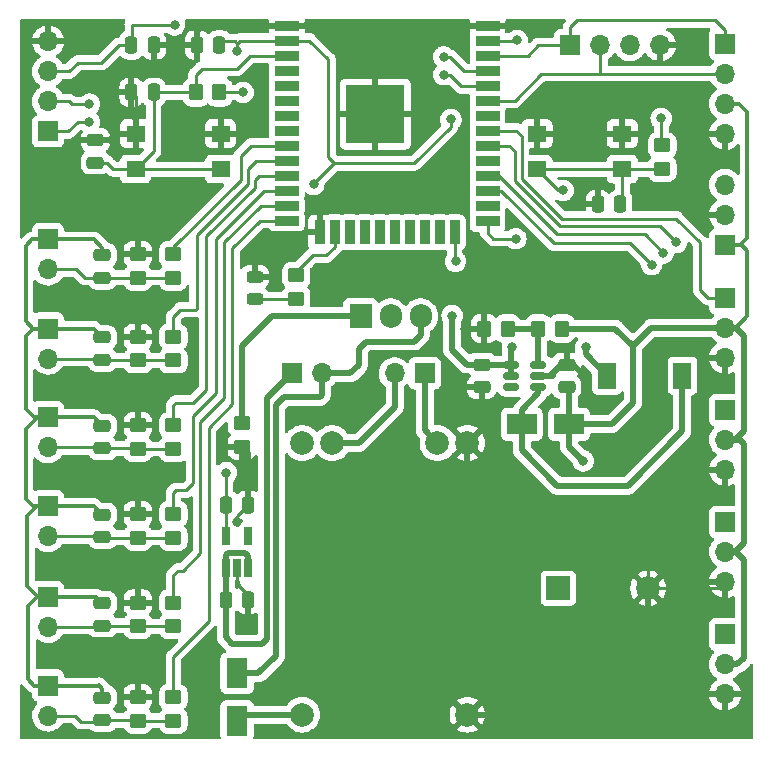
<source format=gtl>
G04 #@! TF.GenerationSoftware,KiCad,Pcbnew,(6.0.5)*
G04 #@! TF.CreationDate,2023-04-20T10:52:06+08:00*
G04 #@! TF.ProjectId,Pill Dispenser,50696c6c-2044-4697-9370-656e7365722e,rev?*
G04 #@! TF.SameCoordinates,Original*
G04 #@! TF.FileFunction,Copper,L1,Top*
G04 #@! TF.FilePolarity,Positive*
%FSLAX46Y46*%
G04 Gerber Fmt 4.6, Leading zero omitted, Abs format (unit mm)*
G04 Created by KiCad (PCBNEW (6.0.5)) date 2023-04-20 10:52:06*
%MOMM*%
%LPD*%
G01*
G04 APERTURE LIST*
G04 Aperture macros list*
%AMRoundRect*
0 Rectangle with rounded corners*
0 $1 Rounding radius*
0 $2 $3 $4 $5 $6 $7 $8 $9 X,Y pos of 4 corners*
0 Add a 4 corners polygon primitive as box body*
4,1,4,$2,$3,$4,$5,$6,$7,$8,$9,$2,$3,0*
0 Add four circle primitives for the rounded corners*
1,1,$1+$1,$2,$3*
1,1,$1+$1,$4,$5*
1,1,$1+$1,$6,$7*
1,1,$1+$1,$8,$9*
0 Add four rect primitives between the rounded corners*
20,1,$1+$1,$2,$3,$4,$5,0*
20,1,$1+$1,$4,$5,$6,$7,0*
20,1,$1+$1,$6,$7,$8,$9,0*
20,1,$1+$1,$8,$9,$2,$3,0*%
G04 Aperture macros list end*
G04 #@! TA.AperFunction,SMDPad,CuDef*
%ADD10RoundRect,0.250000X0.250000X0.475000X-0.250000X0.475000X-0.250000X-0.475000X0.250000X-0.475000X0*%
G04 #@! TD*
G04 #@! TA.AperFunction,SMDPad,CuDef*
%ADD11RoundRect,0.250000X0.450000X-0.350000X0.450000X0.350000X-0.450000X0.350000X-0.450000X-0.350000X0*%
G04 #@! TD*
G04 #@! TA.AperFunction,ComponentPad*
%ADD12R,1.700000X1.700000*%
G04 #@! TD*
G04 #@! TA.AperFunction,ComponentPad*
%ADD13O,1.700000X1.700000*%
G04 #@! TD*
G04 #@! TA.AperFunction,SMDPad,CuDef*
%ADD14RoundRect,0.250000X0.475000X-0.250000X0.475000X0.250000X-0.475000X0.250000X-0.475000X-0.250000X0*%
G04 #@! TD*
G04 #@! TA.AperFunction,SMDPad,CuDef*
%ADD15R,2.500000X1.800000*%
G04 #@! TD*
G04 #@! TA.AperFunction,SMDPad,CuDef*
%ADD16RoundRect,0.250000X-0.250000X-0.475000X0.250000X-0.475000X0.250000X0.475000X-0.250000X0.475000X0*%
G04 #@! TD*
G04 #@! TA.AperFunction,ComponentPad*
%ADD17R,1.905000X2.000000*%
G04 #@! TD*
G04 #@! TA.AperFunction,ComponentPad*
%ADD18O,1.905000X2.000000*%
G04 #@! TD*
G04 #@! TA.AperFunction,SMDPad,CuDef*
%ADD19RoundRect,0.250000X-0.450000X0.350000X-0.450000X-0.350000X0.450000X-0.350000X0.450000X0.350000X0*%
G04 #@! TD*
G04 #@! TA.AperFunction,SMDPad,CuDef*
%ADD20RoundRect,0.250000X0.350000X0.450000X-0.350000X0.450000X-0.350000X-0.450000X0.350000X-0.450000X0*%
G04 #@! TD*
G04 #@! TA.AperFunction,SMDPad,CuDef*
%ADD21R,0.650000X1.560000*%
G04 #@! TD*
G04 #@! TA.AperFunction,SMDPad,CuDef*
%ADD22RoundRect,0.250000X-0.475000X0.250000X-0.475000X-0.250000X0.475000X-0.250000X0.475000X0.250000X0*%
G04 #@! TD*
G04 #@! TA.AperFunction,SMDPad,CuDef*
%ADD23R,1.600000X1.400000*%
G04 #@! TD*
G04 #@! TA.AperFunction,SMDPad,CuDef*
%ADD24R,2.000000X0.900000*%
G04 #@! TD*
G04 #@! TA.AperFunction,SMDPad,CuDef*
%ADD25R,0.900000X2.000000*%
G04 #@! TD*
G04 #@! TA.AperFunction,SMDPad,CuDef*
%ADD26R,5.000000X5.000000*%
G04 #@! TD*
G04 #@! TA.AperFunction,SMDPad,CuDef*
%ADD27R,1.500000X2.200000*%
G04 #@! TD*
G04 #@! TA.AperFunction,SMDPad,CuDef*
%ADD28RoundRect,0.150000X0.512500X0.150000X-0.512500X0.150000X-0.512500X-0.150000X0.512500X-0.150000X0*%
G04 #@! TD*
G04 #@! TA.AperFunction,ComponentPad*
%ADD29R,2.000000X2.000000*%
G04 #@! TD*
G04 #@! TA.AperFunction,ComponentPad*
%ADD30C,2.000000*%
G04 #@! TD*
G04 #@! TA.AperFunction,SMDPad,CuDef*
%ADD31R,1.800000X2.500000*%
G04 #@! TD*
G04 #@! TA.AperFunction,SMDPad,CuDef*
%ADD32RoundRect,0.243750X-0.456250X0.243750X-0.456250X-0.243750X0.456250X-0.243750X0.456250X0.243750X0*%
G04 #@! TD*
G04 #@! TA.AperFunction,ViaPad*
%ADD33C,0.800000*%
G04 #@! TD*
G04 #@! TA.AperFunction,Conductor*
%ADD34C,0.250000*%
G04 #@! TD*
G04 #@! TA.AperFunction,Conductor*
%ADD35C,0.500000*%
G04 #@! TD*
G04 #@! TA.AperFunction,Conductor*
%ADD36C,0.300000*%
G04 #@! TD*
G04 APERTURE END LIST*
D10*
X113500000Y-80000000D03*
X111600000Y-80000000D03*
D11*
X109600000Y-99700000D03*
X109600000Y-97700000D03*
D12*
X156300000Y-101400000D03*
D13*
X156300000Y-103940000D03*
X156300000Y-106480000D03*
D12*
X156300000Y-110900000D03*
D13*
X156300000Y-113440000D03*
X156300000Y-115980000D03*
D12*
X99000000Y-111500000D03*
D13*
X99000000Y-114040000D03*
D14*
X142900000Y-108950000D03*
X142900000Y-107050000D03*
D11*
X109600000Y-129200000D03*
X109600000Y-127200000D03*
D15*
X143100000Y-112100000D03*
X139100000Y-112100000D03*
D11*
X109600000Y-137200000D03*
X109600000Y-135200000D03*
D16*
X114050000Y-126950000D03*
X115950000Y-126950000D03*
D17*
X125460000Y-102945000D03*
D18*
X128000000Y-102945000D03*
X130540000Y-102945000D03*
D11*
X106600000Y-114200000D03*
X106600000Y-112200000D03*
D16*
X106050000Y-80000000D03*
X107950000Y-80000000D03*
D19*
X151000000Y-88500000D03*
X151000000Y-90500000D03*
D11*
X109600000Y-121700000D03*
X109600000Y-119700000D03*
D12*
X99000000Y-96460000D03*
D13*
X99000000Y-99000000D03*
D14*
X103600000Y-129150000D03*
X103600000Y-127250000D03*
D20*
X113500000Y-84000000D03*
X111500000Y-84000000D03*
D21*
X114050000Y-124300000D03*
X115000000Y-124300000D03*
X115950000Y-124300000D03*
X115950000Y-121600000D03*
X114050000Y-121600000D03*
D19*
X120000000Y-99500000D03*
X120000000Y-101500000D03*
D22*
X135700000Y-107050000D03*
X135700000Y-108950000D03*
D11*
X109600000Y-114200000D03*
X109600000Y-112200000D03*
D14*
X103600000Y-137150000D03*
X103600000Y-135250000D03*
D12*
X99000000Y-119035000D03*
D13*
X99000000Y-121575000D03*
D12*
X156300000Y-96925000D03*
D13*
X156300000Y-94385000D03*
X156300000Y-91845000D03*
D23*
X113600000Y-87500000D03*
X106400000Y-87500000D03*
X113600000Y-90500000D03*
X106400000Y-90500000D03*
D22*
X103000000Y-88050000D03*
X103000000Y-89950000D03*
D20*
X142500000Y-104000000D03*
X140500000Y-104000000D03*
D24*
X119200000Y-78345000D03*
X119200000Y-79615000D03*
X119200000Y-80885000D03*
X119200000Y-82155000D03*
X119200000Y-83425000D03*
X119200000Y-84695000D03*
X119200000Y-85965000D03*
X119200000Y-87235000D03*
X119200000Y-88505000D03*
X119200000Y-89775000D03*
X119200000Y-91045000D03*
X119200000Y-92315000D03*
X119200000Y-93585000D03*
X119200000Y-94855000D03*
D25*
X121985000Y-95855000D03*
X123255000Y-95855000D03*
X124525000Y-95855000D03*
X125795000Y-95855000D03*
X127065000Y-95855000D03*
X128335000Y-95855000D03*
X129605000Y-95855000D03*
X130875000Y-95855000D03*
X132145000Y-95855000D03*
X133415000Y-95855000D03*
D24*
X136200000Y-94855000D03*
X136200000Y-93585000D03*
X136200000Y-92315000D03*
X136200000Y-91045000D03*
X136200000Y-89775000D03*
X136200000Y-88505000D03*
X136200000Y-87235000D03*
X136200000Y-85965000D03*
X136200000Y-84695000D03*
X136200000Y-83425000D03*
X136200000Y-82155000D03*
X136200000Y-80885000D03*
X136200000Y-79615000D03*
X136200000Y-78345000D03*
D26*
X126700000Y-85845000D03*
D11*
X106600000Y-121700000D03*
X106600000Y-119700000D03*
D12*
X99000000Y-134225000D03*
D13*
X99000000Y-136765000D03*
D16*
X114050000Y-118950000D03*
X115950000Y-118950000D03*
D12*
X99000000Y-126725000D03*
D13*
X99000000Y-129265000D03*
D11*
X109600000Y-106700000D03*
X109600000Y-104700000D03*
D12*
X156300000Y-120375000D03*
D13*
X156300000Y-122915000D03*
X156300000Y-125455000D03*
D12*
X156300000Y-79900000D03*
D13*
X156300000Y-82440000D03*
X156300000Y-84980000D03*
X156300000Y-87520000D03*
D11*
X106600000Y-129200000D03*
X106600000Y-127200000D03*
D14*
X103600000Y-99700000D03*
X103600000Y-97800000D03*
D27*
X146300000Y-108000000D03*
X152700000Y-108000000D03*
D14*
X103600000Y-106650000D03*
X103600000Y-104750000D03*
D20*
X137900000Y-104000000D03*
X135900000Y-104000000D03*
D28*
X140500000Y-108950000D03*
X140500000Y-108000000D03*
X140500000Y-107050000D03*
X138225000Y-107050000D03*
X138225000Y-108000000D03*
X138225000Y-108950000D03*
D16*
X106050000Y-84000000D03*
X107950000Y-84000000D03*
D23*
X147600000Y-87500000D03*
X140400000Y-87500000D03*
X147600000Y-90500000D03*
X140400000Y-90500000D03*
D29*
X142200000Y-126000000D03*
D30*
X149800000Y-126000000D03*
D13*
X99000000Y-79680000D03*
X99000000Y-82220000D03*
X99000000Y-84760000D03*
D12*
X99000000Y-87300000D03*
D11*
X106600000Y-137200000D03*
X106600000Y-135200000D03*
D12*
X130875000Y-107800000D03*
D13*
X128335000Y-107800000D03*
D11*
X115400000Y-114000000D03*
X115400000Y-112000000D03*
D31*
X115000000Y-133200000D03*
X115000000Y-137200000D03*
D11*
X106600000Y-106700000D03*
X106600000Y-104700000D03*
D30*
X120500000Y-136700000D03*
X134500000Y-136700000D03*
X120500000Y-113700000D03*
X134500000Y-113700000D03*
X123040000Y-113700000D03*
X131960000Y-113700000D03*
D12*
X156300000Y-129900000D03*
D13*
X156300000Y-132440000D03*
X156300000Y-134980000D03*
D14*
X103600000Y-114150000D03*
X103600000Y-112250000D03*
D12*
X99000000Y-104000000D03*
D13*
X99000000Y-106540000D03*
D12*
X119625000Y-107800000D03*
D13*
X122165000Y-107800000D03*
D11*
X106600000Y-99700000D03*
X106600000Y-97700000D03*
D14*
X103600000Y-121650000D03*
X103600000Y-119750000D03*
D13*
X150820000Y-80000000D03*
X148280000Y-80000000D03*
X145740000Y-80000000D03*
D12*
X143200000Y-80000000D03*
D16*
X145550000Y-93500000D03*
X147450000Y-93500000D03*
D32*
X116500000Y-99624999D03*
X116500000Y-101499999D03*
D33*
X133500000Y-98300000D03*
X106300000Y-93800000D03*
X108100000Y-124300000D03*
X115000000Y-120400000D03*
X140400000Y-85400000D03*
X130800000Y-85300000D03*
X102500000Y-80000000D03*
X151000000Y-84300000D03*
X144000000Y-89000000D03*
X144000000Y-93300000D03*
X102500000Y-83000000D03*
X105000000Y-89000000D03*
X108100000Y-102200000D03*
X108100000Y-130800000D03*
X134300000Y-104000000D03*
X108100000Y-109400000D03*
X99200000Y-91900000D03*
X108100000Y-116700000D03*
X144600000Y-108200000D03*
X110000000Y-89000000D03*
X133700000Y-108900000D03*
X117100000Y-96500000D03*
X145700000Y-129700000D03*
X116000000Y-129200000D03*
X138300000Y-105600000D03*
X144500000Y-105600000D03*
X133200000Y-102900000D03*
X115000000Y-80500000D03*
X133100000Y-86300000D03*
X121500000Y-91800000D03*
X114100000Y-116200000D03*
X150900000Y-86200000D03*
X115500000Y-84000000D03*
X109700000Y-78300000D03*
X138600000Y-96400000D03*
X142600000Y-92300000D03*
X102500000Y-86500000D03*
X132500000Y-82500000D03*
X102500000Y-85000000D03*
X132500000Y-81000000D03*
X151100000Y-97600000D03*
X150100000Y-98600000D03*
X152200000Y-96700000D03*
X138700000Y-79600000D03*
X144300000Y-115200000D03*
D34*
X133415000Y-95855000D02*
X133415000Y-98215000D01*
X133415000Y-98215000D02*
X133500000Y-98300000D01*
X106400000Y-84350000D02*
X106400000Y-87500000D01*
D35*
X156300000Y-134980000D02*
X149420000Y-134980000D01*
X140500000Y-108000000D02*
X141500000Y-108000000D01*
X135900000Y-104000000D02*
X134300000Y-104000000D01*
D34*
X149800000Y-120700000D02*
X154520000Y-115980000D01*
X106600000Y-118200000D02*
X106600000Y-119700000D01*
X149800000Y-126000000D02*
X149800000Y-120700000D01*
X116500000Y-97100000D02*
X117100000Y-96500000D01*
X108100000Y-116700000D02*
X106600000Y-118200000D01*
X112000000Y-87500000D02*
X110500000Y-89000000D01*
D35*
X140660000Y-136700000D02*
X142380000Y-134980000D01*
D34*
X104500000Y-87500000D02*
X106400000Y-87500000D01*
X108100000Y-130800000D02*
X106600000Y-132300000D01*
X115000000Y-125600000D02*
X115950000Y-126550000D01*
X144000000Y-87600000D02*
X143900000Y-87500000D01*
X151000000Y-84300000D02*
X149000000Y-84300000D01*
X143900000Y-87500000D02*
X147600000Y-87500000D01*
X130800000Y-85300000D02*
X130700000Y-85200000D01*
X102500000Y-83000000D02*
X103500000Y-84000000D01*
X106600000Y-103700000D02*
X106600000Y-104700000D01*
D35*
X141500000Y-108000000D02*
X142450000Y-107050000D01*
D34*
X106050000Y-82450000D02*
X106050000Y-84000000D01*
X155755000Y-126000000D02*
X156300000Y-125455000D01*
X130700000Y-85200000D02*
X130700000Y-79100000D01*
X140400000Y-87500000D02*
X143900000Y-87500000D01*
X106600000Y-132300000D02*
X106600000Y-135200000D01*
X117100000Y-96500000D02*
X117745000Y-95855000D01*
X112155000Y-78345000D02*
X119200000Y-78345000D01*
D35*
X142900000Y-107050000D02*
X143450000Y-107050000D01*
D34*
X129945000Y-78345000D02*
X130700000Y-79100000D01*
D35*
X149420000Y-134980000D02*
X142380000Y-134980000D01*
X135700000Y-112500000D02*
X134500000Y-113700000D01*
D34*
X107950000Y-80000000D02*
X107950000Y-81550000D01*
X144000000Y-93300000D02*
X145350000Y-93300000D01*
D35*
X133750000Y-108950000D02*
X133700000Y-108900000D01*
D34*
X103000000Y-88050000D02*
X103950000Y-88050000D01*
X104050000Y-88050000D02*
X103950000Y-88050000D01*
D35*
X142450000Y-107050000D02*
X142900000Y-107050000D01*
D34*
X115950000Y-129150000D02*
X116000000Y-129200000D01*
X117745000Y-95855000D02*
X121985000Y-95855000D01*
X106500000Y-82000000D02*
X106050000Y-82450000D01*
X156300000Y-106480000D02*
X154820000Y-106480000D01*
D35*
X115950000Y-114550000D02*
X115950000Y-118950000D01*
D34*
X103950000Y-88050000D02*
X104500000Y-87500000D01*
X115950000Y-126950000D02*
X115950000Y-129150000D01*
X108100000Y-124300000D02*
X106600000Y-125800000D01*
X106600000Y-110900000D02*
X106600000Y-112200000D01*
X116500000Y-99624999D02*
X116500000Y-97100000D01*
X115000000Y-119900000D02*
X115950000Y-118950000D01*
X149000000Y-84300000D02*
X147600000Y-85700000D01*
X106600000Y-97700000D02*
X106600000Y-94100000D01*
X119200000Y-78345000D02*
X126645000Y-78345000D01*
D35*
X115400000Y-114000000D02*
X115950000Y-114550000D01*
D34*
X110500000Y-89000000D02*
X110000000Y-89000000D01*
X107950000Y-80000000D02*
X111600000Y-80000000D01*
D35*
X142380000Y-134980000D02*
X134500000Y-127100000D01*
D34*
X102180000Y-79680000D02*
X99000000Y-79680000D01*
X106050000Y-84000000D02*
X106400000Y-84350000D01*
X115000000Y-120300000D02*
X115000000Y-119900000D01*
D35*
X149800000Y-134600000D02*
X149800000Y-126000000D01*
X143450000Y-107050000D02*
X144600000Y-108200000D01*
D34*
X126700000Y-78400000D02*
X126645000Y-78345000D01*
X154200000Y-115660000D02*
X154520000Y-115980000D01*
X147600000Y-85700000D02*
X147600000Y-87500000D01*
X145350000Y-93300000D02*
X145550000Y-93500000D01*
X115000000Y-124300000D02*
X115000000Y-125600000D01*
X154200000Y-107100000D02*
X154200000Y-115660000D01*
X144000000Y-89000000D02*
X144000000Y-87600000D01*
X130700000Y-79100000D02*
X131455000Y-78345000D01*
X154220000Y-87520000D02*
X156300000Y-87520000D01*
X151000000Y-84300000D02*
X154220000Y-87520000D01*
D35*
X135700000Y-108950000D02*
X133750000Y-108950000D01*
D34*
X107500000Y-82000000D02*
X106500000Y-82000000D01*
X102500000Y-80000000D02*
X102180000Y-79680000D01*
X105000000Y-89000000D02*
X104050000Y-88050000D01*
X106600000Y-125800000D02*
X106600000Y-127200000D01*
X108100000Y-102200000D02*
X106600000Y-103700000D01*
X154820000Y-106480000D02*
X154200000Y-107100000D01*
X107950000Y-81550000D02*
X107500000Y-82000000D01*
D35*
X134500000Y-127100000D02*
X134500000Y-113700000D01*
D34*
X111600000Y-80000000D02*
X111600000Y-78900000D01*
X111600000Y-78900000D02*
X112155000Y-78345000D01*
X126645000Y-78345000D02*
X129945000Y-78345000D01*
X106600000Y-94100000D02*
X106300000Y-93800000D01*
X149800000Y-126000000D02*
X155755000Y-126000000D01*
D35*
X134500000Y-136700000D02*
X140660000Y-136700000D01*
D34*
X113600000Y-87500000D02*
X112000000Y-87500000D01*
X140400000Y-85400000D02*
X140400000Y-87500000D01*
X103500000Y-84000000D02*
X106050000Y-84000000D01*
X108100000Y-109400000D02*
X106600000Y-110900000D01*
D35*
X149420000Y-134980000D02*
X149800000Y-134600000D01*
D34*
X154520000Y-115980000D02*
X156300000Y-115980000D01*
X115950000Y-126550000D02*
X115950000Y-126950000D01*
X131455000Y-78345000D02*
X136200000Y-78345000D01*
X126700000Y-85845000D02*
X126700000Y-78400000D01*
D35*
X135700000Y-108950000D02*
X135700000Y-112500000D01*
X134450000Y-107050000D02*
X135700000Y-107050000D01*
X114050000Y-130150000D02*
X114600000Y-130700000D01*
X138225000Y-107050000D02*
X138225000Y-105675000D01*
X115700000Y-123000000D02*
X114200000Y-123000000D01*
X114600000Y-130700000D02*
X117100000Y-130700000D01*
X138225000Y-108000000D02*
X138225000Y-107050000D01*
X133200000Y-105800000D02*
X134450000Y-107050000D01*
X144500000Y-106200000D02*
X146300000Y-108000000D01*
X115950000Y-124300000D02*
X115950000Y-123250000D01*
X144500000Y-105600000D02*
X144500000Y-106200000D01*
X114050000Y-123150000D02*
X114050000Y-124300000D01*
X114050000Y-126950000D02*
X114050000Y-124300000D01*
X114050000Y-126950000D02*
X114050000Y-130150000D01*
X133200000Y-102900000D02*
X133200000Y-105800000D01*
X117500000Y-109925000D02*
X119625000Y-107800000D01*
X135700000Y-107050000D02*
X138225000Y-107050000D01*
X115950000Y-123250000D02*
X115700000Y-123000000D01*
X117100000Y-130700000D02*
X117500000Y-130300000D01*
X117500000Y-130300000D02*
X117500000Y-109925000D01*
X114200000Y-123000000D02*
X114050000Y-123150000D01*
X138225000Y-105675000D02*
X138300000Y-105600000D01*
D34*
X101500000Y-81500000D02*
X100780000Y-82220000D01*
X113815000Y-79685000D02*
X113500000Y-80000000D01*
X114050000Y-118950000D02*
X114050000Y-116250000D01*
X115000000Y-79870000D02*
X114815000Y-79685000D01*
X105000000Y-80000000D02*
X103500000Y-81500000D01*
X121500000Y-91700000D02*
X123200000Y-90000000D01*
X106100000Y-78300000D02*
X109700000Y-78300000D01*
X103500000Y-81500000D02*
X101500000Y-81500000D01*
X106050000Y-80000000D02*
X105000000Y-80000000D01*
X115000000Y-79870000D02*
X115255000Y-79615000D01*
X150900000Y-88400000D02*
X151000000Y-88500000D01*
X106100000Y-79950000D02*
X106100000Y-78300000D01*
X114050000Y-121600000D02*
X114050000Y-118950000D01*
X115500000Y-84000000D02*
X113500000Y-84000000D01*
X150900000Y-86200000D02*
X150900000Y-88400000D01*
X121115000Y-79615000D02*
X122700000Y-81200000D01*
X130000000Y-90000000D02*
X133100000Y-86900000D01*
X115000000Y-80500000D02*
X115000000Y-79870000D01*
X133100000Y-86900000D02*
X133100000Y-86300000D01*
X114815000Y-79685000D02*
X113815000Y-79685000D01*
X121500000Y-91800000D02*
X121500000Y-91700000D01*
X119200000Y-79615000D02*
X121115000Y-79615000D01*
X106050000Y-80000000D02*
X106100000Y-79950000D01*
X100780000Y-82220000D02*
X99000000Y-82220000D01*
X123200000Y-90000000D02*
X130000000Y-90000000D01*
X114050000Y-116250000D02*
X114100000Y-116200000D01*
X122700000Y-89500000D02*
X123200000Y-90000000D01*
X115255000Y-79615000D02*
X119200000Y-79615000D01*
X122700000Y-81200000D02*
X122700000Y-89500000D01*
X112000000Y-82000000D02*
X115000000Y-82000000D01*
X107950000Y-88950000D02*
X106400000Y-90500000D01*
X107950000Y-84000000D02*
X111500000Y-84000000D01*
X103000000Y-89950000D02*
X103050000Y-90000000D01*
X107950000Y-84000000D02*
X107950000Y-88950000D01*
X116115000Y-80885000D02*
X119200000Y-80885000D01*
X115000000Y-82000000D02*
X116115000Y-80885000D01*
X106400000Y-90500000D02*
X113600000Y-90500000D01*
X104500000Y-90500000D02*
X106400000Y-90500000D01*
X111500000Y-84000000D02*
X111500000Y-82500000D01*
X111500000Y-82500000D02*
X112000000Y-82000000D01*
X103050000Y-90000000D02*
X104000000Y-90000000D01*
X104000000Y-90000000D02*
X104500000Y-90500000D01*
X136700000Y-96400000D02*
X138600000Y-96400000D01*
X140400000Y-90500000D02*
X142200000Y-92300000D01*
X136200000Y-95900000D02*
X136700000Y-96400000D01*
X147600000Y-93350000D02*
X147600000Y-90500000D01*
X147450000Y-93500000D02*
X147600000Y-93350000D01*
X136200000Y-94855000D02*
X136200000Y-95900000D01*
X142200000Y-92300000D02*
X142600000Y-92300000D01*
X151000000Y-90500000D02*
X147600000Y-90500000D01*
X140400000Y-90500000D02*
X147600000Y-90500000D01*
D35*
X115500000Y-136700000D02*
X115000000Y-137200000D01*
X120500000Y-136700000D02*
X115500000Y-136700000D01*
X139100000Y-112100000D02*
X139100000Y-114300000D01*
X152700000Y-112700000D02*
X152700000Y-108000000D01*
X148100000Y-117300000D02*
X152700000Y-112700000D01*
X139100000Y-114300000D02*
X142100000Y-117300000D01*
X140500000Y-108950000D02*
X140500000Y-109500000D01*
X142100000Y-117300000D02*
X148100000Y-117300000D01*
X139100000Y-110900000D02*
X139100000Y-112100000D01*
X140500000Y-109500000D02*
X139100000Y-110900000D01*
D34*
X143800000Y-77900000D02*
X155500000Y-77900000D01*
X143200000Y-80000000D02*
X143200000Y-78500000D01*
X155500000Y-77900000D02*
X156300000Y-78700000D01*
X156300000Y-78700000D02*
X156300000Y-79900000D01*
X139615000Y-80885000D02*
X140500000Y-80000000D01*
X140500000Y-80000000D02*
X143200000Y-80000000D01*
X136200000Y-80885000D02*
X139615000Y-80885000D01*
X143200000Y-78500000D02*
X143800000Y-77900000D01*
X136200000Y-84695000D02*
X138505000Y-84695000D01*
X156300000Y-82440000D02*
X145820000Y-82440000D01*
X138505000Y-84695000D02*
X140760000Y-82440000D01*
X145740000Y-82360000D02*
X145740000Y-80000000D01*
X140760000Y-82440000D02*
X145820000Y-82440000D01*
X145820000Y-82440000D02*
X145740000Y-82360000D01*
X101500000Y-86500000D02*
X100700000Y-87300000D01*
X102500000Y-86500000D02*
X101500000Y-86500000D01*
X135450000Y-83495000D02*
X133995000Y-83495000D01*
X100700000Y-87300000D02*
X99000000Y-87300000D01*
X133000000Y-82500000D02*
X132500000Y-82500000D01*
X133995000Y-83495000D02*
X133000000Y-82500000D01*
X102500000Y-85000000D02*
X101000000Y-85000000D01*
X101000000Y-85000000D02*
X100760000Y-84760000D01*
X134225000Y-82225000D02*
X133000000Y-81000000D01*
X133000000Y-81000000D02*
X132500000Y-81000000D01*
X100760000Y-84760000D02*
X99000000Y-84760000D01*
X135450000Y-82225000D02*
X134225000Y-82225000D01*
D35*
X117955000Y-102945000D02*
X115400000Y-105500000D01*
X125460000Y-102945000D02*
X117955000Y-102945000D01*
X115400000Y-105500000D02*
X115400000Y-112000000D01*
D34*
X103600000Y-99700000D02*
X106600000Y-99700000D01*
X99000000Y-99000000D02*
X101400000Y-99000000D01*
X109600000Y-99700000D02*
X106600000Y-99700000D01*
X102100000Y-99700000D02*
X103600000Y-99700000D01*
X101400000Y-99000000D02*
X102100000Y-99700000D01*
X122560000Y-97800000D02*
X121400000Y-97800000D01*
X123255000Y-97105000D02*
X122560000Y-97800000D01*
X123255000Y-95855000D02*
X123255000Y-97105000D01*
X120000000Y-99200000D02*
X120000000Y-99500000D01*
X121400000Y-97800000D02*
X120000000Y-99200000D01*
X119200000Y-88505000D02*
X116195000Y-88505000D01*
X115300000Y-89400000D02*
X115300000Y-91400000D01*
X109600000Y-97100000D02*
X109600000Y-97700000D01*
X116195000Y-88505000D02*
X115300000Y-89400000D01*
X115300000Y-91400000D02*
X109600000Y-97100000D01*
X110200000Y-102400000D02*
X109600000Y-103000000D01*
X119200000Y-89775000D02*
X116625000Y-89775000D01*
X115900000Y-90500000D02*
X115900000Y-91800000D01*
X111500000Y-102400000D02*
X110200000Y-102400000D01*
X109600000Y-103000000D02*
X109600000Y-104700000D01*
X115900000Y-91800000D02*
X111600000Y-96100000D01*
X111600000Y-96100000D02*
X111600000Y-102300000D01*
X111600000Y-102300000D02*
X111500000Y-102400000D01*
X116625000Y-89775000D02*
X115900000Y-90500000D01*
X111300000Y-110300000D02*
X109800000Y-110300000D01*
X119200000Y-91045000D02*
X116855000Y-91045000D01*
X112400000Y-109200000D02*
X111300000Y-110300000D01*
X116500000Y-91400000D02*
X116500000Y-92100000D01*
X116500000Y-92100000D02*
X112400000Y-96200000D01*
X112400000Y-96200000D02*
X112400000Y-109200000D01*
X116855000Y-91045000D02*
X116500000Y-91400000D01*
X109600000Y-110500000D02*
X109600000Y-112200000D01*
X109800000Y-110300000D02*
X109600000Y-110500000D01*
X149500000Y-96000000D02*
X142100000Y-96000000D01*
X151100000Y-97600000D02*
X149500000Y-96000000D01*
X142100000Y-96000000D02*
X137145000Y-91045000D01*
X137145000Y-91045000D02*
X136200000Y-91045000D01*
X150100000Y-98600000D02*
X148300000Y-96800000D01*
X137315000Y-92315000D02*
X136200000Y-92315000D01*
X148300000Y-96800000D02*
X141800000Y-96800000D01*
X141800000Y-96800000D02*
X137315000Y-92315000D01*
X119200000Y-92315000D02*
X117285000Y-92315000D01*
X111300000Y-111400000D02*
X111300000Y-117100000D01*
X110700000Y-117700000D02*
X109800000Y-117700000D01*
X113200000Y-96400000D02*
X113200000Y-109500000D01*
X113200000Y-109500000D02*
X111300000Y-111400000D01*
X109800000Y-117700000D02*
X109600000Y-117900000D01*
X111300000Y-117100000D02*
X110700000Y-117700000D01*
X117285000Y-92315000D02*
X113200000Y-96400000D01*
X109600000Y-117900000D02*
X109600000Y-119700000D01*
X138500000Y-91500000D02*
X138500000Y-89000000D01*
X150800000Y-95300000D02*
X142300000Y-95300000D01*
X138005000Y-88505000D02*
X136200000Y-88505000D01*
X152200000Y-96700000D02*
X150800000Y-95300000D01*
X142300000Y-95300000D02*
X138500000Y-91500000D01*
X138500000Y-89000000D02*
X138005000Y-88505000D01*
X154200000Y-96700000D02*
X154200000Y-100700000D01*
X142500000Y-94700000D02*
X152200000Y-94700000D01*
X139100000Y-91300000D02*
X142500000Y-94700000D01*
X136200000Y-87235000D02*
X138635000Y-87235000D01*
X138635000Y-87235000D02*
X139100000Y-87700000D01*
X139100000Y-87700000D02*
X139100000Y-91300000D01*
X152200000Y-94700000D02*
X154200000Y-96700000D01*
X154200000Y-100700000D02*
X154900000Y-101400000D01*
X154900000Y-101400000D02*
X156300000Y-101400000D01*
X138685000Y-79615000D02*
X138700000Y-79600000D01*
X136200000Y-79615000D02*
X138685000Y-79615000D01*
D36*
X97300000Y-127500000D02*
X98075000Y-126725000D01*
X157480000Y-84980000D02*
X156300000Y-84980000D01*
X102860000Y-96460000D02*
X103600000Y-97200000D01*
X98100000Y-111500000D02*
X99000000Y-111500000D01*
D35*
X148500000Y-105500000D02*
X148500000Y-110300000D01*
D36*
X98075000Y-126675000D02*
X97200000Y-125800000D01*
D35*
X157900000Y-112700000D02*
X157160000Y-113440000D01*
D36*
X158200000Y-85700000D02*
X157480000Y-84980000D01*
D35*
X157900000Y-113800000D02*
X157540000Y-113440000D01*
D36*
X97700000Y-104000000D02*
X97100000Y-103400000D01*
X102850000Y-104000000D02*
X103600000Y-104750000D01*
X103075000Y-126725000D02*
X103600000Y-127250000D01*
X97640000Y-96460000D02*
X99000000Y-96460000D01*
X158200000Y-96300000D02*
X158200000Y-85700000D01*
X99000000Y-111500000D02*
X102850000Y-111500000D01*
X103600000Y-97200000D02*
X103600000Y-97800000D01*
X103300000Y-134200000D02*
X103600000Y-134500000D01*
X97200000Y-125800000D02*
X97200000Y-119900000D01*
D35*
X143100000Y-112100000D02*
X143100000Y-114000000D01*
X157160000Y-113440000D02*
X156300000Y-113440000D01*
D36*
X97100000Y-97000000D02*
X97640000Y-96460000D01*
X103275000Y-134225000D02*
X103300000Y-134200000D01*
X99000000Y-134225000D02*
X97825000Y-134225000D01*
X97300000Y-133700000D02*
X97300000Y-127500000D01*
D35*
X156300000Y-122915000D02*
X157185000Y-122915000D01*
X157900000Y-123600000D02*
X157215000Y-122915000D01*
X142500000Y-104000000D02*
X147000000Y-104000000D01*
D36*
X157575000Y-96925000D02*
X156300000Y-96925000D01*
X158200000Y-96300000D02*
X157575000Y-96925000D01*
D35*
X150060000Y-103940000D02*
X148500000Y-105500000D01*
D36*
X157575000Y-96925000D02*
X157725000Y-96925000D01*
X102850000Y-111500000D02*
X103600000Y-112250000D01*
D35*
X148500000Y-110300000D02*
X146700000Y-112100000D01*
D36*
X99000000Y-104000000D02*
X102850000Y-104000000D01*
D35*
X157900000Y-122200000D02*
X157900000Y-113800000D01*
X156300000Y-132440000D02*
X157360000Y-132440000D01*
X157185000Y-122915000D02*
X157900000Y-122200000D01*
X157900000Y-112700000D02*
X157900000Y-104600000D01*
D36*
X98075000Y-126725000D02*
X99000000Y-126725000D01*
D35*
X147000000Y-104000000D02*
X148500000Y-105500000D01*
D36*
X97825000Y-134225000D02*
X97300000Y-133700000D01*
X98065000Y-119035000D02*
X97735000Y-119035000D01*
X102885000Y-119035000D02*
X103600000Y-119750000D01*
X99000000Y-126725000D02*
X103075000Y-126725000D01*
X103600000Y-134500000D02*
X103600000Y-135250000D01*
X99000000Y-119035000D02*
X102885000Y-119035000D01*
D35*
X157360000Y-132440000D02*
X157900000Y-131900000D01*
D36*
X99000000Y-96460000D02*
X102860000Y-96460000D01*
X97735000Y-119035000D02*
X97100000Y-118400000D01*
D35*
X143100000Y-109150000D02*
X142900000Y-108950000D01*
X156300000Y-103940000D02*
X150060000Y-103940000D01*
D36*
X158200000Y-97400000D02*
X158200000Y-102980000D01*
D35*
X143100000Y-114000000D02*
X144300000Y-115200000D01*
D36*
X98075000Y-126725000D02*
X98075000Y-126675000D01*
X99000000Y-134225000D02*
X103275000Y-134225000D01*
X97100000Y-118400000D02*
X97100000Y-112500000D01*
X97200000Y-119900000D02*
X98065000Y-119035000D01*
D35*
X146700000Y-112100000D02*
X143100000Y-112100000D01*
D36*
X97100000Y-110800000D02*
X97100000Y-104600000D01*
D35*
X157540000Y-113440000D02*
X156300000Y-113440000D01*
D36*
X97800000Y-111500000D02*
X97100000Y-110800000D01*
X98100000Y-111500000D02*
X97800000Y-111500000D01*
D35*
X143100000Y-112100000D02*
X143100000Y-109150000D01*
D36*
X97100000Y-112500000D02*
X98100000Y-111500000D01*
X98065000Y-119035000D02*
X99000000Y-119035000D01*
X97100000Y-104600000D02*
X97700000Y-104000000D01*
D35*
X157900000Y-131900000D02*
X157900000Y-123600000D01*
D36*
X157725000Y-96925000D02*
X158200000Y-97400000D01*
X158200000Y-102980000D02*
X157240000Y-103940000D01*
D35*
X157240000Y-103940000D02*
X157900000Y-104600000D01*
D36*
X97100000Y-103400000D02*
X97100000Y-97000000D01*
D35*
X157215000Y-122915000D02*
X156300000Y-122915000D01*
D36*
X97700000Y-104000000D02*
X99000000Y-104000000D01*
D35*
X156300000Y-103940000D02*
X157240000Y-103940000D01*
D34*
X116500000Y-101499999D02*
X120000000Y-101500000D01*
D35*
X131960000Y-113700000D02*
X130875000Y-112615000D01*
X130875000Y-112615000D02*
X130875000Y-107800000D01*
D34*
X103650000Y-106700000D02*
X103600000Y-106650000D01*
X109600000Y-106700000D02*
X106600000Y-106700000D01*
X99000000Y-106540000D02*
X103490000Y-106540000D01*
X106600000Y-106700000D02*
X103650000Y-106700000D01*
X103490000Y-106540000D02*
X103600000Y-106650000D01*
X103490000Y-114040000D02*
X103600000Y-114150000D01*
X106600000Y-114200000D02*
X109600000Y-114200000D01*
X106550000Y-114150000D02*
X106600000Y-114200000D01*
X103600000Y-114150000D02*
X106550000Y-114150000D01*
X99000000Y-114040000D02*
X103490000Y-114040000D01*
X109600000Y-121700000D02*
X106600000Y-121700000D01*
X106600000Y-121700000D02*
X103650000Y-121700000D01*
X103650000Y-121700000D02*
X103600000Y-121650000D01*
X99000000Y-121575000D02*
X103525000Y-121575000D01*
X103525000Y-121575000D02*
X103600000Y-121650000D01*
X106600000Y-129200000D02*
X109600000Y-129200000D01*
X99000000Y-129265000D02*
X103485000Y-129265000D01*
X106550000Y-129150000D02*
X106600000Y-129200000D01*
X103600000Y-129150000D02*
X106550000Y-129150000D01*
X103485000Y-129265000D02*
X103600000Y-129150000D01*
X99000000Y-136765000D02*
X101265000Y-136765000D01*
X103600000Y-137150000D02*
X106550000Y-137150000D01*
X103450000Y-137300000D02*
X103600000Y-137150000D01*
X101800000Y-137300000D02*
X103450000Y-137300000D01*
X106600000Y-137200000D02*
X109600000Y-137200000D01*
X101265000Y-136765000D02*
X101800000Y-137300000D01*
X106550000Y-137150000D02*
X106600000Y-137200000D01*
D35*
X122000000Y-109800000D02*
X122165000Y-109635000D01*
X115000000Y-133200000D02*
X116800000Y-133200000D01*
X125900000Y-105100000D02*
X130000000Y-105100000D01*
X124600000Y-107800000D02*
X125300000Y-107100000D01*
X130540000Y-104560000D02*
X130540000Y-102945000D01*
X122165000Y-107800000D02*
X124600000Y-107800000D01*
X125300000Y-105700000D02*
X125900000Y-105100000D01*
X118300000Y-110500000D02*
X119000000Y-109800000D01*
X122165000Y-109635000D02*
X122165000Y-107800000D01*
X118300000Y-131700000D02*
X118300000Y-110500000D01*
X130000000Y-105100000D02*
X130540000Y-104560000D01*
X125300000Y-107100000D02*
X125300000Y-105700000D01*
X119000000Y-109800000D02*
X122000000Y-109800000D01*
X116800000Y-133200000D02*
X118300000Y-131700000D01*
X128335000Y-110665000D02*
X125300000Y-113700000D01*
X125300000Y-113700000D02*
X123040000Y-113700000D01*
X128335000Y-110665000D02*
X128335000Y-107800000D01*
X137900000Y-104000000D02*
X140500000Y-104000000D01*
X140500000Y-107050000D02*
X140500000Y-104000000D01*
D34*
X119200000Y-93585000D02*
X117015000Y-93585000D01*
X110400000Y-124500000D02*
X110000000Y-124500000D01*
X110000000Y-124500000D02*
X109600000Y-124900000D01*
X117015000Y-93585000D02*
X113900000Y-96700000D01*
X113900000Y-109900000D02*
X111900000Y-111900000D01*
X113900000Y-96700000D02*
X113900000Y-109900000D01*
X111900000Y-123000000D02*
X110400000Y-124500000D01*
X109600000Y-124900000D02*
X109600000Y-127200000D01*
X111900000Y-111900000D02*
X111900000Y-123000000D01*
X112600000Y-128800000D02*
X109600000Y-131800000D01*
X112600000Y-112400000D02*
X112600000Y-128800000D01*
X114600000Y-97200000D02*
X114600000Y-110400000D01*
X109600000Y-131800000D02*
X109600000Y-135200000D01*
X116945000Y-94855000D02*
X114600000Y-97200000D01*
X114600000Y-110400000D02*
X112600000Y-112400000D01*
X119200000Y-94855000D02*
X116945000Y-94855000D01*
G04 #@! TA.AperFunction,Conductor*
G36*
X105500726Y-77828502D02*
G01*
X105547219Y-77882158D01*
X105557323Y-77952432D01*
X105546614Y-77988145D01*
X105536953Y-78008677D01*
X105533371Y-78015708D01*
X105506305Y-78064940D01*
X105504335Y-78072615D01*
X105504332Y-78072621D01*
X105504256Y-78072919D01*
X105496224Y-78095228D01*
X105496094Y-78095503D01*
X105496091Y-78095511D01*
X105492717Y-78102682D01*
X105485134Y-78142434D01*
X105482195Y-78157843D01*
X105480471Y-78165558D01*
X105466500Y-78219970D01*
X105466500Y-78228207D01*
X105464268Y-78251816D01*
X105462725Y-78259906D01*
X105465791Y-78308638D01*
X105466251Y-78315951D01*
X105466500Y-78323862D01*
X105466500Y-78769160D01*
X105446498Y-78837281D01*
X105406803Y-78876304D01*
X105325652Y-78926522D01*
X105200695Y-79051697D01*
X105196855Y-79057927D01*
X105196854Y-79057928D01*
X105126159Y-79172617D01*
X105107885Y-79202262D01*
X105095202Y-79240500D01*
X105082045Y-79280167D01*
X105041614Y-79338527D01*
X104976050Y-79365764D01*
X104968053Y-79366197D01*
X104968056Y-79366251D01*
X104964096Y-79366500D01*
X104960144Y-79366500D01*
X104956229Y-79366995D01*
X104956225Y-79366995D01*
X104956167Y-79367003D01*
X104956138Y-79367006D01*
X104944296Y-79367939D01*
X104900110Y-79369327D01*
X104882744Y-79374372D01*
X104880658Y-79374978D01*
X104861306Y-79378986D01*
X104854235Y-79379880D01*
X104841203Y-79381526D01*
X104833834Y-79384443D01*
X104833832Y-79384444D01*
X104800097Y-79397800D01*
X104788869Y-79401645D01*
X104746407Y-79413982D01*
X104739585Y-79418016D01*
X104739579Y-79418019D01*
X104728968Y-79424294D01*
X104711218Y-79432990D01*
X104699756Y-79437528D01*
X104699751Y-79437531D01*
X104692383Y-79440448D01*
X104674970Y-79453099D01*
X104656625Y-79466427D01*
X104646707Y-79472943D01*
X104628019Y-79483995D01*
X104608637Y-79495458D01*
X104594313Y-79509782D01*
X104579283Y-79522620D01*
X104562893Y-79534528D01*
X104534712Y-79568593D01*
X104526722Y-79577373D01*
X103274500Y-80829595D01*
X103212188Y-80863621D01*
X103185405Y-80866500D01*
X101578768Y-80866500D01*
X101567585Y-80865973D01*
X101560092Y-80864298D01*
X101552166Y-80864547D01*
X101552165Y-80864547D01*
X101492002Y-80866438D01*
X101488044Y-80866500D01*
X101460144Y-80866500D01*
X101456154Y-80867004D01*
X101444320Y-80867936D01*
X101400111Y-80869326D01*
X101392497Y-80871538D01*
X101392492Y-80871539D01*
X101380659Y-80874977D01*
X101361296Y-80878988D01*
X101341203Y-80881526D01*
X101333836Y-80884443D01*
X101333831Y-80884444D01*
X101300092Y-80897802D01*
X101288865Y-80901646D01*
X101283599Y-80903176D01*
X101246407Y-80913982D01*
X101239581Y-80918019D01*
X101228972Y-80924293D01*
X101211224Y-80932988D01*
X101192383Y-80940448D01*
X101185967Y-80945110D01*
X101185966Y-80945110D01*
X101156613Y-80966436D01*
X101146693Y-80972952D01*
X101115465Y-80991420D01*
X101115462Y-80991422D01*
X101108638Y-80995458D01*
X101094317Y-81009779D01*
X101079284Y-81022619D01*
X101062893Y-81034528D01*
X101040556Y-81061529D01*
X101034712Y-81068593D01*
X101026722Y-81077374D01*
X100554499Y-81549596D01*
X100492187Y-81583621D01*
X100465404Y-81586500D01*
X100276805Y-81586500D01*
X100208684Y-81566498D01*
X100171013Y-81528940D01*
X100082822Y-81392617D01*
X100082820Y-81392614D01*
X100080014Y-81388277D01*
X99929670Y-81223051D01*
X99925618Y-81219851D01*
X99925615Y-81219848D01*
X99758414Y-81087800D01*
X99758410Y-81087798D01*
X99754359Y-81084598D01*
X99712569Y-81061529D01*
X99662598Y-81011097D01*
X99647826Y-80941654D01*
X99672942Y-80875248D01*
X99700294Y-80848641D01*
X99875328Y-80723792D01*
X99883200Y-80717139D01*
X100034052Y-80566812D01*
X100040730Y-80558965D01*
X100165003Y-80386020D01*
X100170313Y-80377183D01*
X100264670Y-80186267D01*
X100268469Y-80176672D01*
X100330377Y-79972910D01*
X100332555Y-79962837D01*
X100333986Y-79951962D01*
X100331775Y-79937778D01*
X100318617Y-79934000D01*
X97683225Y-79934000D01*
X97669694Y-79937973D01*
X97668257Y-79947966D01*
X97698565Y-80082446D01*
X97701645Y-80092275D01*
X97781770Y-80289603D01*
X97786413Y-80298794D01*
X97897694Y-80480388D01*
X97903777Y-80488699D01*
X98043213Y-80649667D01*
X98050580Y-80656883D01*
X98214434Y-80792916D01*
X98222881Y-80798831D01*
X98291969Y-80839203D01*
X98340693Y-80890842D01*
X98353764Y-80960625D01*
X98327033Y-81026396D01*
X98286584Y-81059752D01*
X98273607Y-81066507D01*
X98269474Y-81069610D01*
X98269471Y-81069612D01*
X98099100Y-81197530D01*
X98094965Y-81200635D01*
X98053805Y-81243706D01*
X97948820Y-81353567D01*
X97940629Y-81362138D01*
X97937715Y-81366410D01*
X97937714Y-81366411D01*
X97885434Y-81443051D01*
X97814743Y-81546680D01*
X97788814Y-81602540D01*
X97729790Y-81729697D01*
X97720688Y-81749305D01*
X97660989Y-81964570D01*
X97637251Y-82186695D01*
X97637548Y-82191848D01*
X97637548Y-82191851D01*
X97643972Y-82303266D01*
X97650110Y-82409715D01*
X97651247Y-82414761D01*
X97651248Y-82414767D01*
X97672690Y-82509908D01*
X97699222Y-82627639D01*
X97753944Y-82762404D01*
X97776662Y-82818351D01*
X97783266Y-82834616D01*
X97802816Y-82866518D01*
X97851800Y-82946453D01*
X97899987Y-83025088D01*
X98046250Y-83193938D01*
X98218126Y-83336632D01*
X98268567Y-83366107D01*
X98291445Y-83379476D01*
X98340169Y-83431114D01*
X98353240Y-83500897D01*
X98326509Y-83566669D01*
X98286055Y-83600027D01*
X98273607Y-83606507D01*
X98269474Y-83609610D01*
X98269471Y-83609612D01*
X98099100Y-83737530D01*
X98094965Y-83740635D01*
X98091393Y-83744373D01*
X97995616Y-83844598D01*
X97940629Y-83902138D01*
X97937715Y-83906410D01*
X97937714Y-83906411D01*
X97893563Y-83971134D01*
X97814743Y-84086680D01*
X97776011Y-84170121D01*
X97734354Y-84259865D01*
X97720688Y-84289305D01*
X97660989Y-84504570D01*
X97637251Y-84726695D01*
X97637548Y-84731848D01*
X97637548Y-84731851D01*
X97649794Y-84944238D01*
X97650110Y-84949715D01*
X97651247Y-84954761D01*
X97651248Y-84954767D01*
X97675304Y-85061508D01*
X97699222Y-85167639D01*
X97750268Y-85293351D01*
X97765435Y-85330702D01*
X97783266Y-85374616D01*
X97807095Y-85413502D01*
X97887526Y-85544753D01*
X97899987Y-85565088D01*
X98046250Y-85733938D01*
X98050230Y-85737242D01*
X98054981Y-85741187D01*
X98094616Y-85800090D01*
X98096113Y-85871071D01*
X98058997Y-85931593D01*
X98018725Y-85956112D01*
X97981874Y-85969927D01*
X97903295Y-85999385D01*
X97786739Y-86086739D01*
X97699385Y-86203295D01*
X97648255Y-86339684D01*
X97641500Y-86401866D01*
X97641500Y-88198134D01*
X97648255Y-88260316D01*
X97699385Y-88396705D01*
X97786739Y-88513261D01*
X97903295Y-88600615D01*
X98039684Y-88651745D01*
X98101866Y-88658500D01*
X99898134Y-88658500D01*
X99960316Y-88651745D01*
X100096705Y-88600615D01*
X100213261Y-88513261D01*
X100300615Y-88396705D01*
X100351745Y-88260316D01*
X100353445Y-88244669D01*
X105092001Y-88244669D01*
X105092371Y-88251490D01*
X105097895Y-88302352D01*
X105101521Y-88317604D01*
X105146676Y-88438054D01*
X105155214Y-88453649D01*
X105231715Y-88555724D01*
X105244276Y-88568285D01*
X105346351Y-88644786D01*
X105361946Y-88653324D01*
X105482394Y-88698478D01*
X105497649Y-88702105D01*
X105548514Y-88707631D01*
X105555328Y-88708000D01*
X106127885Y-88708000D01*
X106143124Y-88703525D01*
X106144329Y-88702135D01*
X106146000Y-88694452D01*
X106146000Y-87772115D01*
X106141525Y-87756876D01*
X106140135Y-87755671D01*
X106132452Y-87754000D01*
X105110116Y-87754000D01*
X105094877Y-87758475D01*
X105093672Y-87759865D01*
X105092001Y-87767548D01*
X105092001Y-88244669D01*
X100353445Y-88244669D01*
X100358500Y-88198134D01*
X100358500Y-88059500D01*
X100378502Y-87991379D01*
X100432158Y-87944886D01*
X100484500Y-87933500D01*
X100621233Y-87933500D01*
X100632416Y-87934027D01*
X100639909Y-87935702D01*
X100647835Y-87935453D01*
X100647836Y-87935453D01*
X100707986Y-87933562D01*
X100711945Y-87933500D01*
X100739856Y-87933500D01*
X100743791Y-87933003D01*
X100743856Y-87932995D01*
X100755693Y-87932062D01*
X100787951Y-87931048D01*
X100791970Y-87930922D01*
X100799889Y-87930673D01*
X100819343Y-87925021D01*
X100838700Y-87921013D01*
X100850930Y-87919468D01*
X100850931Y-87919468D01*
X100858797Y-87918474D01*
X100866168Y-87915555D01*
X100866170Y-87915555D01*
X100899912Y-87902196D01*
X100911142Y-87898351D01*
X100945983Y-87888229D01*
X100945984Y-87888229D01*
X100953593Y-87886018D01*
X100960412Y-87881985D01*
X100960417Y-87881983D01*
X100971028Y-87875707D01*
X100988776Y-87867012D01*
X101007617Y-87859552D01*
X101043387Y-87833564D01*
X101053307Y-87827048D01*
X101084535Y-87808580D01*
X101084538Y-87808578D01*
X101091362Y-87804542D01*
X101105683Y-87790221D01*
X101120717Y-87777380D01*
X101125369Y-87774000D01*
X101137107Y-87765472D01*
X101142158Y-87759367D01*
X101142163Y-87759362D01*
X101165299Y-87731396D01*
X101173287Y-87722618D01*
X101714334Y-87181571D01*
X101776646Y-87147545D01*
X101847461Y-87152610D01*
X101886320Y-87176171D01*
X101888747Y-87178866D01*
X101893835Y-87182562D01*
X101931011Y-87242912D01*
X101929655Y-87313896D01*
X101916719Y-87342212D01*
X101837184Y-87471243D01*
X101831037Y-87484424D01*
X101779862Y-87638710D01*
X101776995Y-87652086D01*
X101767328Y-87746438D01*
X101767000Y-87752855D01*
X101767000Y-87777885D01*
X101771475Y-87793124D01*
X101772865Y-87794329D01*
X101780548Y-87796000D01*
X104214884Y-87796000D01*
X104230123Y-87791525D01*
X104231328Y-87790135D01*
X104232999Y-87782452D01*
X104232999Y-87752905D01*
X104232662Y-87746386D01*
X104222743Y-87650794D01*
X104219851Y-87637400D01*
X104168412Y-87483216D01*
X104162239Y-87470038D01*
X104076937Y-87332193D01*
X104067901Y-87320792D01*
X103974833Y-87227885D01*
X105092000Y-87227885D01*
X105096475Y-87243124D01*
X105097865Y-87244329D01*
X105105548Y-87246000D01*
X106127885Y-87246000D01*
X106143124Y-87241525D01*
X106144329Y-87240135D01*
X106146000Y-87232452D01*
X106146000Y-86310116D01*
X106141525Y-86294877D01*
X106140135Y-86293672D01*
X106132452Y-86292001D01*
X105555331Y-86292001D01*
X105548510Y-86292371D01*
X105497648Y-86297895D01*
X105482396Y-86301521D01*
X105361946Y-86346676D01*
X105346351Y-86355214D01*
X105244276Y-86431715D01*
X105231715Y-86444276D01*
X105155214Y-86546351D01*
X105146676Y-86561946D01*
X105101522Y-86682394D01*
X105097895Y-86697649D01*
X105092369Y-86748514D01*
X105092000Y-86755328D01*
X105092000Y-87227885D01*
X103974833Y-87227885D01*
X103953171Y-87206261D01*
X103941760Y-87197249D01*
X103803757Y-87112184D01*
X103790576Y-87106037D01*
X103636290Y-87054862D01*
X103622914Y-87051995D01*
X103528562Y-87042328D01*
X103522145Y-87042000D01*
X103451908Y-87042000D01*
X103383787Y-87021998D01*
X103337294Y-86968342D01*
X103327190Y-86898068D01*
X103334811Y-86871648D01*
X103334527Y-86871556D01*
X103376672Y-86741847D01*
X103393542Y-86689928D01*
X103394872Y-86677279D01*
X103412814Y-86506565D01*
X103413504Y-86500000D01*
X103411756Y-86483365D01*
X103394232Y-86316635D01*
X103394232Y-86316633D01*
X103393542Y-86310072D01*
X103334527Y-86128444D01*
X103325350Y-86112548D01*
X103280304Y-86034528D01*
X103239040Y-85963056D01*
X103232788Y-85956112D01*
X103123117Y-85834310D01*
X103092399Y-85770303D01*
X103101164Y-85699849D01*
X103123117Y-85665690D01*
X103234621Y-85541852D01*
X103234622Y-85541851D01*
X103239040Y-85536944D01*
X103323012Y-85391500D01*
X103331223Y-85377279D01*
X103331224Y-85377278D01*
X103334527Y-85371556D01*
X103393542Y-85189928D01*
X103395136Y-85174767D01*
X103412814Y-85006565D01*
X103413504Y-85000000D01*
X103408180Y-84949348D01*
X103394232Y-84816635D01*
X103394232Y-84816633D01*
X103393542Y-84810072D01*
X103334527Y-84628444D01*
X103273126Y-84522095D01*
X105042001Y-84522095D01*
X105042338Y-84528614D01*
X105052257Y-84624206D01*
X105055149Y-84637600D01*
X105106588Y-84791784D01*
X105112761Y-84804962D01*
X105198063Y-84942807D01*
X105207099Y-84954208D01*
X105321829Y-85068739D01*
X105333240Y-85077751D01*
X105471243Y-85162816D01*
X105484424Y-85168963D01*
X105638710Y-85220138D01*
X105652086Y-85223005D01*
X105746438Y-85232672D01*
X105752854Y-85233000D01*
X105777885Y-85233000D01*
X105793124Y-85228525D01*
X105794329Y-85227135D01*
X105796000Y-85219452D01*
X105796000Y-84272115D01*
X105791525Y-84256876D01*
X105790135Y-84255671D01*
X105782452Y-84254000D01*
X105060116Y-84254000D01*
X105044877Y-84258475D01*
X105043672Y-84259865D01*
X105042001Y-84267548D01*
X105042001Y-84522095D01*
X103273126Y-84522095D01*
X103239040Y-84463056D01*
X103217566Y-84439206D01*
X103115675Y-84326045D01*
X103115674Y-84326044D01*
X103111253Y-84321134D01*
X102990845Y-84233652D01*
X102962094Y-84212763D01*
X102962093Y-84212762D01*
X102956752Y-84208882D01*
X102950724Y-84206198D01*
X102950722Y-84206197D01*
X102788319Y-84133891D01*
X102788318Y-84133891D01*
X102782288Y-84131206D01*
X102679798Y-84109421D01*
X102601944Y-84092872D01*
X102601939Y-84092872D01*
X102595487Y-84091500D01*
X102404513Y-84091500D01*
X102398061Y-84092872D01*
X102398056Y-84092872D01*
X102320202Y-84109421D01*
X102217712Y-84131206D01*
X102211682Y-84133891D01*
X102211681Y-84133891D01*
X102049278Y-84206197D01*
X102049276Y-84206198D01*
X102043248Y-84208882D01*
X102037907Y-84212762D01*
X102037906Y-84212763D01*
X101940043Y-84283865D01*
X101888747Y-84321134D01*
X101884332Y-84326037D01*
X101879420Y-84330460D01*
X101878295Y-84329211D01*
X101824986Y-84362051D01*
X101791800Y-84366500D01*
X101316282Y-84366500D01*
X101248161Y-84346498D01*
X101230030Y-84332350D01*
X101202350Y-84306357D01*
X101199507Y-84303602D01*
X101179770Y-84283865D01*
X101176573Y-84281385D01*
X101167551Y-84273680D01*
X101135321Y-84243414D01*
X101128375Y-84239595D01*
X101128372Y-84239593D01*
X101117566Y-84233652D01*
X101101047Y-84222801D01*
X101100583Y-84222441D01*
X101085041Y-84210386D01*
X101077772Y-84207241D01*
X101077768Y-84207238D01*
X101044463Y-84192826D01*
X101033813Y-84187609D01*
X100995060Y-84166305D01*
X100975437Y-84161267D01*
X100956734Y-84154863D01*
X100945420Y-84149967D01*
X100945419Y-84149967D01*
X100938145Y-84146819D01*
X100930322Y-84145580D01*
X100930312Y-84145577D01*
X100894476Y-84139901D01*
X100882856Y-84137495D01*
X100847711Y-84128472D01*
X100847710Y-84128472D01*
X100840030Y-84126500D01*
X100819776Y-84126500D01*
X100800065Y-84124949D01*
X100787886Y-84123020D01*
X100780057Y-84121780D01*
X100772165Y-84122526D01*
X100736039Y-84125941D01*
X100724181Y-84126500D01*
X100276805Y-84126500D01*
X100208684Y-84106498D01*
X100171013Y-84068940D01*
X100082822Y-83932617D01*
X100082820Y-83932614D01*
X100080014Y-83928277D01*
X99929670Y-83763051D01*
X99925619Y-83759852D01*
X99925615Y-83759848D01*
X99885143Y-83727885D01*
X105042000Y-83727885D01*
X105046475Y-83743124D01*
X105047865Y-83744329D01*
X105055548Y-83746000D01*
X105777885Y-83746000D01*
X105793124Y-83741525D01*
X105794329Y-83740135D01*
X105796000Y-83732452D01*
X105796000Y-82785116D01*
X105791525Y-82769877D01*
X105790135Y-82768672D01*
X105782452Y-82767001D01*
X105752905Y-82767001D01*
X105746386Y-82767338D01*
X105650794Y-82777257D01*
X105637400Y-82780149D01*
X105483216Y-82831588D01*
X105470038Y-82837761D01*
X105332193Y-82923063D01*
X105320792Y-82932099D01*
X105206261Y-83046829D01*
X105197249Y-83058240D01*
X105112184Y-83196243D01*
X105106037Y-83209424D01*
X105054862Y-83363710D01*
X105051995Y-83377086D01*
X105042328Y-83471438D01*
X105042000Y-83477855D01*
X105042000Y-83727885D01*
X99885143Y-83727885D01*
X99758414Y-83627800D01*
X99758410Y-83627798D01*
X99754359Y-83624598D01*
X99713053Y-83601796D01*
X99663084Y-83551364D01*
X99648312Y-83481921D01*
X99673428Y-83415516D01*
X99700780Y-83388909D01*
X99761920Y-83345298D01*
X99879860Y-83261173D01*
X99896002Y-83245088D01*
X100004028Y-83137438D01*
X100038096Y-83103489D01*
X100045273Y-83093502D01*
X100157833Y-82936857D01*
X100168453Y-82922077D01*
X100170746Y-82917437D01*
X100172446Y-82914608D01*
X100224674Y-82866518D01*
X100280451Y-82853500D01*
X100701233Y-82853500D01*
X100712416Y-82854027D01*
X100719909Y-82855702D01*
X100727835Y-82855453D01*
X100727836Y-82855453D01*
X100787986Y-82853562D01*
X100791945Y-82853500D01*
X100819856Y-82853500D01*
X100823791Y-82853003D01*
X100823856Y-82852995D01*
X100835693Y-82852062D01*
X100867951Y-82851048D01*
X100871970Y-82850922D01*
X100879889Y-82850673D01*
X100899343Y-82845021D01*
X100918700Y-82841013D01*
X100930930Y-82839468D01*
X100930931Y-82839468D01*
X100938797Y-82838474D01*
X100946168Y-82835555D01*
X100946170Y-82835555D01*
X100979912Y-82822196D01*
X100991142Y-82818351D01*
X101025983Y-82808229D01*
X101025984Y-82808229D01*
X101033593Y-82806018D01*
X101040412Y-82801985D01*
X101040417Y-82801983D01*
X101051028Y-82795707D01*
X101068776Y-82787012D01*
X101087617Y-82779552D01*
X101104429Y-82767338D01*
X101123387Y-82753564D01*
X101133307Y-82747048D01*
X101164535Y-82728580D01*
X101164538Y-82728578D01*
X101171362Y-82724542D01*
X101185683Y-82710221D01*
X101200717Y-82697380D01*
X101210693Y-82690132D01*
X101217107Y-82685472D01*
X101245288Y-82651407D01*
X101253278Y-82642626D01*
X101725501Y-82170404D01*
X101787813Y-82136379D01*
X101814596Y-82133500D01*
X103421233Y-82133500D01*
X103432416Y-82134027D01*
X103439909Y-82135702D01*
X103447835Y-82135453D01*
X103447836Y-82135453D01*
X103507986Y-82133562D01*
X103511945Y-82133500D01*
X103539856Y-82133500D01*
X103543791Y-82133003D01*
X103543856Y-82132995D01*
X103555693Y-82132062D01*
X103587951Y-82131048D01*
X103591970Y-82130922D01*
X103599889Y-82130673D01*
X103619343Y-82125021D01*
X103638700Y-82121013D01*
X103650930Y-82119468D01*
X103650931Y-82119468D01*
X103658797Y-82118474D01*
X103666168Y-82115555D01*
X103666170Y-82115555D01*
X103699912Y-82102196D01*
X103711142Y-82098351D01*
X103745983Y-82088229D01*
X103745984Y-82088229D01*
X103753593Y-82086018D01*
X103760412Y-82081985D01*
X103760417Y-82081983D01*
X103771028Y-82075707D01*
X103788776Y-82067012D01*
X103807617Y-82059552D01*
X103843387Y-82033564D01*
X103853307Y-82027048D01*
X103884535Y-82008580D01*
X103884538Y-82008578D01*
X103891362Y-82004542D01*
X103905683Y-81990221D01*
X103920717Y-81977380D01*
X103937107Y-81965472D01*
X103965298Y-81931395D01*
X103973288Y-81922616D01*
X104991546Y-80904358D01*
X105053858Y-80870332D01*
X105124673Y-80875397D01*
X105181509Y-80917944D01*
X105187784Y-80927148D01*
X105201522Y-80949348D01*
X105326697Y-81074305D01*
X105332927Y-81078145D01*
X105332928Y-81078146D01*
X105470288Y-81162816D01*
X105477262Y-81167115D01*
X105552388Y-81192033D01*
X105638611Y-81220632D01*
X105638613Y-81220632D01*
X105645139Y-81222797D01*
X105651975Y-81223497D01*
X105651978Y-81223498D01*
X105695031Y-81227909D01*
X105749600Y-81233500D01*
X106350400Y-81233500D01*
X106353646Y-81233163D01*
X106353650Y-81233163D01*
X106449308Y-81223238D01*
X106449312Y-81223237D01*
X106456166Y-81222526D01*
X106462702Y-81220345D01*
X106462704Y-81220345D01*
X106594806Y-81176272D01*
X106623946Y-81166550D01*
X106774348Y-81073478D01*
X106798716Y-81049068D01*
X106894131Y-80953486D01*
X106899305Y-80948303D01*
X106902102Y-80943765D01*
X106959353Y-80903176D01*
X107030276Y-80899946D01*
X107091687Y-80935572D01*
X107099062Y-80944068D01*
X107107098Y-80954207D01*
X107221829Y-81068739D01*
X107233240Y-81077751D01*
X107371243Y-81162816D01*
X107384424Y-81168963D01*
X107538710Y-81220138D01*
X107552086Y-81223005D01*
X107646438Y-81232672D01*
X107652854Y-81233000D01*
X107677885Y-81233000D01*
X107693124Y-81228525D01*
X107694329Y-81227135D01*
X107696000Y-81219452D01*
X107696000Y-81214884D01*
X108204000Y-81214884D01*
X108208475Y-81230123D01*
X108209865Y-81231328D01*
X108217548Y-81232999D01*
X108247095Y-81232999D01*
X108253614Y-81232662D01*
X108349206Y-81222743D01*
X108362600Y-81219851D01*
X108516784Y-81168412D01*
X108529962Y-81162239D01*
X108667807Y-81076937D01*
X108679208Y-81067901D01*
X108793739Y-80953171D01*
X108802751Y-80941760D01*
X108887816Y-80803757D01*
X108893963Y-80790576D01*
X108945138Y-80636290D01*
X108948005Y-80622914D01*
X108957672Y-80528562D01*
X108958000Y-80522146D01*
X108958000Y-80522095D01*
X110592001Y-80522095D01*
X110592338Y-80528614D01*
X110602257Y-80624206D01*
X110605149Y-80637600D01*
X110656588Y-80791784D01*
X110662761Y-80804962D01*
X110748063Y-80942807D01*
X110757099Y-80954208D01*
X110871829Y-81068739D01*
X110883240Y-81077751D01*
X111021243Y-81162816D01*
X111034424Y-81168963D01*
X111188710Y-81220138D01*
X111202086Y-81223005D01*
X111296438Y-81232672D01*
X111302854Y-81233000D01*
X111327885Y-81233000D01*
X111343124Y-81228525D01*
X111344329Y-81227135D01*
X111346000Y-81219452D01*
X111346000Y-80272115D01*
X111341525Y-80256876D01*
X111340135Y-80255671D01*
X111332452Y-80254000D01*
X110610116Y-80254000D01*
X110594877Y-80258475D01*
X110593672Y-80259865D01*
X110592001Y-80267548D01*
X110592001Y-80522095D01*
X108958000Y-80522095D01*
X108958000Y-80272115D01*
X108953525Y-80256876D01*
X108952135Y-80255671D01*
X108944452Y-80254000D01*
X108222115Y-80254000D01*
X108206876Y-80258475D01*
X108205671Y-80259865D01*
X108204000Y-80267548D01*
X108204000Y-81214884D01*
X107696000Y-81214884D01*
X107696000Y-79872000D01*
X107716002Y-79803879D01*
X107769658Y-79757386D01*
X107822000Y-79746000D01*
X108939884Y-79746000D01*
X108955123Y-79741525D01*
X108956328Y-79740135D01*
X108957999Y-79732452D01*
X108957999Y-79727885D01*
X110592000Y-79727885D01*
X110596475Y-79743124D01*
X110597865Y-79744329D01*
X110605548Y-79746000D01*
X111327885Y-79746000D01*
X111343124Y-79741525D01*
X111344329Y-79740135D01*
X111346000Y-79732452D01*
X111346000Y-78785116D01*
X111341525Y-78769877D01*
X111340135Y-78768672D01*
X111332452Y-78767001D01*
X111302905Y-78767001D01*
X111296386Y-78767338D01*
X111200794Y-78777257D01*
X111187400Y-78780149D01*
X111033216Y-78831588D01*
X111020038Y-78837761D01*
X110882193Y-78923063D01*
X110870792Y-78932099D01*
X110756261Y-79046829D01*
X110747249Y-79058240D01*
X110662184Y-79196243D01*
X110656037Y-79209424D01*
X110604862Y-79363710D01*
X110601995Y-79377086D01*
X110592328Y-79471438D01*
X110592000Y-79477855D01*
X110592000Y-79727885D01*
X108957999Y-79727885D01*
X108957999Y-79477905D01*
X108957662Y-79471386D01*
X108947743Y-79375794D01*
X108944851Y-79362400D01*
X108893412Y-79208216D01*
X108887241Y-79195042D01*
X108844394Y-79125804D01*
X108825556Y-79057352D01*
X108846717Y-78989582D01*
X108901157Y-78944011D01*
X108951538Y-78933500D01*
X108991800Y-78933500D01*
X109059921Y-78953502D01*
X109079147Y-78969843D01*
X109079420Y-78969540D01*
X109084332Y-78973963D01*
X109088747Y-78978866D01*
X109094096Y-78982752D01*
X109206513Y-79064428D01*
X109243248Y-79091118D01*
X109249276Y-79093802D01*
X109249278Y-79093803D01*
X109411681Y-79166109D01*
X109417712Y-79168794D01*
X109511113Y-79188647D01*
X109598056Y-79207128D01*
X109598061Y-79207128D01*
X109604513Y-79208500D01*
X109795487Y-79208500D01*
X109801939Y-79207128D01*
X109801944Y-79207128D01*
X109888887Y-79188647D01*
X109982288Y-79168794D01*
X109988319Y-79166109D01*
X110150722Y-79093803D01*
X110150724Y-79093802D01*
X110156752Y-79091118D01*
X110193488Y-79064428D01*
X110221133Y-79044342D01*
X110311253Y-78978866D01*
X110358813Y-78926045D01*
X110434621Y-78841852D01*
X110434622Y-78841851D01*
X110439040Y-78836944D01*
X110529528Y-78680215D01*
X110531223Y-78677279D01*
X110531224Y-78677278D01*
X110534527Y-78671556D01*
X110593542Y-78489928D01*
X110594592Y-78479943D01*
X110612814Y-78306565D01*
X110613504Y-78300000D01*
X110610278Y-78269306D01*
X110594232Y-78116635D01*
X110594232Y-78116633D01*
X110593542Y-78110072D01*
X110561759Y-78012255D01*
X110549146Y-77973436D01*
X110547118Y-77902469D01*
X110583781Y-77841671D01*
X110647493Y-77810345D01*
X110668979Y-77808500D01*
X117566000Y-77808500D01*
X117634121Y-77828502D01*
X117680614Y-77882158D01*
X117692000Y-77934500D01*
X117692000Y-78072885D01*
X117696475Y-78088124D01*
X117697865Y-78089329D01*
X117705548Y-78091000D01*
X120689884Y-78091000D01*
X120705123Y-78086525D01*
X120706328Y-78085135D01*
X120707999Y-78077452D01*
X120707999Y-77934500D01*
X120728001Y-77866379D01*
X120781657Y-77819886D01*
X120833999Y-77808500D01*
X134566000Y-77808500D01*
X134634121Y-77828502D01*
X134680614Y-77882158D01*
X134692000Y-77934500D01*
X134692000Y-78072885D01*
X134696475Y-78088124D01*
X134697865Y-78089329D01*
X134705548Y-78091000D01*
X137689884Y-78091000D01*
X137705123Y-78086525D01*
X137706328Y-78085135D01*
X137707999Y-78077452D01*
X137707999Y-77934500D01*
X137728001Y-77866379D01*
X137781657Y-77819886D01*
X137833999Y-77808500D01*
X142689156Y-77808500D01*
X142757277Y-77828502D01*
X142803770Y-77882158D01*
X142813874Y-77952432D01*
X142781007Y-78020752D01*
X142746358Y-78057650D01*
X142743602Y-78060493D01*
X142723865Y-78080230D01*
X142721385Y-78083427D01*
X142713682Y-78092447D01*
X142683414Y-78124679D01*
X142679595Y-78131625D01*
X142679593Y-78131628D01*
X142673652Y-78142434D01*
X142662801Y-78158953D01*
X142650386Y-78174959D01*
X142647241Y-78182228D01*
X142647238Y-78182232D01*
X142632826Y-78215537D01*
X142627609Y-78226187D01*
X142606305Y-78264940D01*
X142604334Y-78272615D01*
X142604334Y-78272616D01*
X142601267Y-78284562D01*
X142594863Y-78303266D01*
X142593436Y-78306565D01*
X142586819Y-78321855D01*
X142585580Y-78329678D01*
X142585577Y-78329688D01*
X142579901Y-78365524D01*
X142577495Y-78377144D01*
X142566500Y-78419970D01*
X142566500Y-78440224D01*
X142564949Y-78459934D01*
X142561780Y-78479943D01*
X142562526Y-78487835D01*
X142562526Y-78487836D01*
X142564020Y-78503643D01*
X142550517Y-78573344D01*
X142501474Y-78624680D01*
X142438579Y-78641500D01*
X142301866Y-78641500D01*
X142239684Y-78648255D01*
X142103295Y-78699385D01*
X141986739Y-78786739D01*
X141899385Y-78903295D01*
X141848255Y-79039684D01*
X141841500Y-79101866D01*
X141841500Y-79240500D01*
X141821498Y-79308621D01*
X141767842Y-79355114D01*
X141715500Y-79366500D01*
X140578767Y-79366500D01*
X140567584Y-79365973D01*
X140560091Y-79364298D01*
X140552165Y-79364547D01*
X140552164Y-79364547D01*
X140492014Y-79366438D01*
X140488055Y-79366500D01*
X140460144Y-79366500D01*
X140456210Y-79366997D01*
X140456209Y-79366997D01*
X140456144Y-79367005D01*
X140444307Y-79367938D01*
X140412049Y-79368952D01*
X140408030Y-79369078D01*
X140400111Y-79369327D01*
X140380657Y-79374979D01*
X140361300Y-79378987D01*
X140349070Y-79380532D01*
X140349069Y-79380532D01*
X140341203Y-79381526D01*
X140333832Y-79384445D01*
X140333830Y-79384445D01*
X140300088Y-79397804D01*
X140288858Y-79401649D01*
X140254017Y-79411771D01*
X140254016Y-79411771D01*
X140246407Y-79413982D01*
X140239588Y-79418015D01*
X140239583Y-79418017D01*
X140228972Y-79424293D01*
X140211224Y-79432988D01*
X140192383Y-79440448D01*
X140185968Y-79445109D01*
X140185966Y-79445110D01*
X140156613Y-79466436D01*
X140146693Y-79472952D01*
X140115465Y-79491420D01*
X140115462Y-79491422D01*
X140108638Y-79495458D01*
X140094317Y-79509779D01*
X140079284Y-79522619D01*
X140062893Y-79534528D01*
X140057842Y-79540633D01*
X140057837Y-79540638D01*
X140034701Y-79568604D01*
X140026713Y-79577382D01*
X139819227Y-79784868D01*
X139756915Y-79818894D01*
X139686100Y-79813829D01*
X139629264Y-79771282D01*
X139604453Y-79704762D01*
X139604822Y-79682602D01*
X139612814Y-79606564D01*
X139613504Y-79600000D01*
X139602516Y-79495458D01*
X139594232Y-79416635D01*
X139594232Y-79416633D01*
X139593542Y-79410072D01*
X139534527Y-79228444D01*
X139499790Y-79168277D01*
X139487345Y-79146722D01*
X139439040Y-79063056D01*
X139432473Y-79055762D01*
X139315675Y-78926045D01*
X139315674Y-78926044D01*
X139311253Y-78921134D01*
X139199135Y-78839675D01*
X139162094Y-78812763D01*
X139162093Y-78812762D01*
X139156752Y-78808882D01*
X139150724Y-78806198D01*
X139150722Y-78806197D01*
X138988319Y-78733891D01*
X138988318Y-78733891D01*
X138982288Y-78731206D01*
X138888887Y-78711353D01*
X138801944Y-78692872D01*
X138801939Y-78692872D01*
X138795487Y-78691500D01*
X138604513Y-78691500D01*
X138598061Y-78692872D01*
X138598056Y-78692872D01*
X138511113Y-78711353D01*
X138417712Y-78731206D01*
X138411682Y-78733891D01*
X138411681Y-78733891D01*
X138249278Y-78806197D01*
X138249276Y-78806198D01*
X138243248Y-78808882D01*
X138237907Y-78812762D01*
X138237906Y-78812763D01*
X138169426Y-78862517D01*
X138088747Y-78921134D01*
X138084334Y-78926036D01*
X138084332Y-78926037D01*
X138071930Y-78939811D01*
X138011484Y-78977050D01*
X137978294Y-78981500D01*
X137833328Y-78981500D01*
X137765207Y-78961498D01*
X137718714Y-78907842D01*
X137707512Y-78848688D01*
X137708000Y-78839675D01*
X137708000Y-78617115D01*
X137703525Y-78601876D01*
X137702135Y-78600671D01*
X137694452Y-78599000D01*
X134710116Y-78599000D01*
X134694877Y-78603475D01*
X134693672Y-78604865D01*
X134692001Y-78612548D01*
X134692001Y-78839669D01*
X134692371Y-78846490D01*
X134697895Y-78897352D01*
X134701520Y-78912600D01*
X134709939Y-78935057D01*
X134715122Y-79005864D01*
X134709942Y-79023510D01*
X134698255Y-79054684D01*
X134691500Y-79116866D01*
X134691500Y-80113134D01*
X134698255Y-80175316D01*
X134709672Y-80205771D01*
X134714855Y-80276577D01*
X134709674Y-80294224D01*
X134698255Y-80324684D01*
X134691500Y-80386866D01*
X134691500Y-81383134D01*
X134691869Y-81386531D01*
X134698255Y-81445316D01*
X134696660Y-81445489D01*
X134693439Y-81507246D01*
X134651997Y-81564892D01*
X134585968Y-81590982D01*
X134574556Y-81591500D01*
X134539594Y-81591500D01*
X134471473Y-81571498D01*
X134450503Y-81554599D01*
X133503641Y-80607736D01*
X133496112Y-80599462D01*
X133492000Y-80592982D01*
X133442348Y-80546356D01*
X133439507Y-80543602D01*
X133419770Y-80523865D01*
X133416573Y-80521385D01*
X133407551Y-80513680D01*
X133381100Y-80488841D01*
X133375321Y-80483414D01*
X133368375Y-80479595D01*
X133368372Y-80479593D01*
X133357566Y-80473652D01*
X133341047Y-80462801D01*
X133335048Y-80458148D01*
X133325041Y-80450386D01*
X133317772Y-80447241D01*
X133317768Y-80447238D01*
X133284463Y-80432826D01*
X133273813Y-80427609D01*
X133235060Y-80406305D01*
X133215437Y-80401267D01*
X133196736Y-80394864D01*
X133190665Y-80392237D01*
X133147066Y-80360909D01*
X133115672Y-80326042D01*
X133111253Y-80321134D01*
X133074225Y-80294231D01*
X132962094Y-80212763D01*
X132962093Y-80212762D01*
X132956752Y-80208882D01*
X132950724Y-80206198D01*
X132950722Y-80206197D01*
X132788319Y-80133891D01*
X132788318Y-80133891D01*
X132782288Y-80131206D01*
X132681191Y-80109717D01*
X132601944Y-80092872D01*
X132601939Y-80092872D01*
X132595487Y-80091500D01*
X132404513Y-80091500D01*
X132398061Y-80092872D01*
X132398056Y-80092872D01*
X132318809Y-80109717D01*
X132217712Y-80131206D01*
X132211682Y-80133891D01*
X132211681Y-80133891D01*
X132049278Y-80206197D01*
X132049276Y-80206198D01*
X132043248Y-80208882D01*
X131888747Y-80321134D01*
X131884328Y-80326042D01*
X131884325Y-80326045D01*
X131775203Y-80447238D01*
X131760960Y-80463056D01*
X131746155Y-80488699D01*
X131673457Y-80614616D01*
X131665473Y-80628444D01*
X131606458Y-80810072D01*
X131605768Y-80816633D01*
X131605768Y-80816635D01*
X131591820Y-80949348D01*
X131586496Y-81000000D01*
X131587186Y-81006565D01*
X131604595Y-81172198D01*
X131606458Y-81189928D01*
X131665473Y-81371556D01*
X131668776Y-81377278D01*
X131668777Y-81377279D01*
X131681888Y-81399988D01*
X131760960Y-81536944D01*
X131765378Y-81541851D01*
X131765379Y-81541852D01*
X131876883Y-81665690D01*
X131907601Y-81729697D01*
X131898836Y-81800151D01*
X131876883Y-81834310D01*
X131766599Y-81956793D01*
X131760960Y-81963056D01*
X131741736Y-81996353D01*
X131669046Y-82122256D01*
X131665473Y-82128444D01*
X131606458Y-82310072D01*
X131605768Y-82316633D01*
X131605768Y-82316635D01*
X131591736Y-82450142D01*
X131586496Y-82500000D01*
X131587186Y-82506565D01*
X131605348Y-82679363D01*
X131606458Y-82689928D01*
X131665473Y-82871556D01*
X131760960Y-83036944D01*
X131765378Y-83041851D01*
X131765379Y-83041852D01*
X131844598Y-83129834D01*
X131888747Y-83178866D01*
X131955358Y-83227262D01*
X132028177Y-83280168D01*
X132043248Y-83291118D01*
X132049276Y-83293802D01*
X132049278Y-83293803D01*
X132167634Y-83346498D01*
X132217712Y-83368794D01*
X132311113Y-83388647D01*
X132398056Y-83407128D01*
X132398061Y-83407128D01*
X132404513Y-83408500D01*
X132595487Y-83408500D01*
X132601939Y-83407128D01*
X132601944Y-83407128D01*
X132743277Y-83377086D01*
X132782288Y-83368794D01*
X132788321Y-83366108D01*
X132788324Y-83366107D01*
X132806174Y-83358159D01*
X132835062Y-83345298D01*
X132905427Y-83335863D01*
X132969724Y-83365969D01*
X132975405Y-83371309D01*
X133491343Y-83887247D01*
X133498887Y-83895537D01*
X133503000Y-83902018D01*
X133508777Y-83907443D01*
X133552667Y-83948658D01*
X133555509Y-83951413D01*
X133575230Y-83971134D01*
X133578425Y-83973612D01*
X133587447Y-83981318D01*
X133619679Y-84011586D01*
X133626628Y-84015406D01*
X133637432Y-84021346D01*
X133653956Y-84032199D01*
X133669959Y-84044613D01*
X133710543Y-84062176D01*
X133721173Y-84067383D01*
X133759940Y-84088695D01*
X133767617Y-84090666D01*
X133767622Y-84090668D01*
X133779558Y-84093732D01*
X133798266Y-84100137D01*
X133816855Y-84108181D01*
X133824680Y-84109420D01*
X133824682Y-84109421D01*
X133860519Y-84115097D01*
X133872140Y-84117504D01*
X133907180Y-84126500D01*
X133914970Y-84128500D01*
X133935231Y-84128500D01*
X133954940Y-84130051D01*
X133974943Y-84133219D01*
X133982835Y-84132473D01*
X133988062Y-84131979D01*
X134018954Y-84129059D01*
X134030811Y-84128500D01*
X134565500Y-84128500D01*
X134633621Y-84148502D01*
X134680114Y-84202158D01*
X134691500Y-84254500D01*
X134691500Y-85193134D01*
X134698255Y-85255316D01*
X134709672Y-85285771D01*
X134714855Y-85356577D01*
X134709674Y-85374224D01*
X134698255Y-85404684D01*
X134691500Y-85466866D01*
X134691500Y-86463134D01*
X134698255Y-86525316D01*
X134709672Y-86555771D01*
X134714855Y-86626577D01*
X134709674Y-86644224D01*
X134698255Y-86674684D01*
X134691500Y-86736866D01*
X134691500Y-87733134D01*
X134698255Y-87795316D01*
X134709672Y-87825771D01*
X134714855Y-87896577D01*
X134709674Y-87914224D01*
X134698255Y-87944684D01*
X134691500Y-88006866D01*
X134691500Y-89003134D01*
X134698255Y-89065316D01*
X134709672Y-89095771D01*
X134714855Y-89166577D01*
X134709674Y-89184224D01*
X134698255Y-89214684D01*
X134691500Y-89276866D01*
X134691500Y-90273134D01*
X134698255Y-90335316D01*
X134709672Y-90365771D01*
X134714855Y-90436577D01*
X134709674Y-90454224D01*
X134698255Y-90484684D01*
X134691500Y-90546866D01*
X134691500Y-91543134D01*
X134698255Y-91605316D01*
X134709672Y-91635771D01*
X134714855Y-91706577D01*
X134709674Y-91724224D01*
X134698255Y-91754684D01*
X134691500Y-91816866D01*
X134691500Y-92813134D01*
X134691869Y-92816531D01*
X134692185Y-92819440D01*
X134698255Y-92875316D01*
X134709672Y-92905771D01*
X134714855Y-92976577D01*
X134709674Y-92994224D01*
X134698255Y-93024684D01*
X134691500Y-93086866D01*
X134691500Y-94083134D01*
X134698255Y-94145316D01*
X134709672Y-94175771D01*
X134714855Y-94246577D01*
X134709674Y-94264224D01*
X134698255Y-94294684D01*
X134691500Y-94356866D01*
X134691500Y-95353134D01*
X134698255Y-95415316D01*
X134749385Y-95551705D01*
X134836739Y-95668261D01*
X134953295Y-95755615D01*
X135089684Y-95806745D01*
X135151866Y-95813500D01*
X135440500Y-95813500D01*
X135508621Y-95833502D01*
X135555114Y-95887158D01*
X135564876Y-95932035D01*
X135566252Y-95931948D01*
X135566500Y-95935890D01*
X135566500Y-95939856D01*
X135566997Y-95943790D01*
X135566997Y-95943791D01*
X135567005Y-95943856D01*
X135567938Y-95955693D01*
X135569327Y-95999889D01*
X135574104Y-96016331D01*
X135574978Y-96019339D01*
X135578987Y-96038700D01*
X135581526Y-96058797D01*
X135584445Y-96066168D01*
X135584445Y-96066170D01*
X135597804Y-96099912D01*
X135601649Y-96111142D01*
X135613982Y-96153593D01*
X135618015Y-96160412D01*
X135618017Y-96160417D01*
X135624293Y-96171028D01*
X135632988Y-96188776D01*
X135640448Y-96207617D01*
X135645110Y-96214033D01*
X135645110Y-96214034D01*
X135666436Y-96243387D01*
X135672952Y-96253307D01*
X135695458Y-96291362D01*
X135709779Y-96305683D01*
X135722619Y-96320716D01*
X135734528Y-96337107D01*
X135752299Y-96351808D01*
X135768593Y-96365288D01*
X135777374Y-96373278D01*
X136196353Y-96792258D01*
X136203887Y-96800537D01*
X136208000Y-96807018D01*
X136253772Y-96850000D01*
X136257651Y-96853643D01*
X136260493Y-96856398D01*
X136280230Y-96876135D01*
X136283427Y-96878615D01*
X136292447Y-96886318D01*
X136324679Y-96916586D01*
X136331625Y-96920405D01*
X136331628Y-96920407D01*
X136342434Y-96926348D01*
X136358953Y-96937199D01*
X136374959Y-96949614D01*
X136382228Y-96952759D01*
X136382232Y-96952762D01*
X136415537Y-96967174D01*
X136426187Y-96972391D01*
X136464940Y-96993695D01*
X136472615Y-96995666D01*
X136472616Y-96995666D01*
X136484562Y-96998733D01*
X136503267Y-97005137D01*
X136521855Y-97013181D01*
X136529678Y-97014420D01*
X136529688Y-97014423D01*
X136565524Y-97020099D01*
X136577144Y-97022505D01*
X136612289Y-97031528D01*
X136619970Y-97033500D01*
X136640224Y-97033500D01*
X136659934Y-97035051D01*
X136679943Y-97038220D01*
X136687835Y-97037474D01*
X136720100Y-97034424D01*
X136723962Y-97034059D01*
X136735819Y-97033500D01*
X137891800Y-97033500D01*
X137959921Y-97053502D01*
X137979147Y-97069843D01*
X137979420Y-97069540D01*
X137984332Y-97073963D01*
X137988747Y-97078866D01*
X138008281Y-97093058D01*
X138122962Y-97176379D01*
X138143248Y-97191118D01*
X138149276Y-97193802D01*
X138149278Y-97193803D01*
X138311681Y-97266109D01*
X138317712Y-97268794D01*
X138381041Y-97282255D01*
X138498056Y-97307128D01*
X138498061Y-97307128D01*
X138504513Y-97308500D01*
X138695487Y-97308500D01*
X138701939Y-97307128D01*
X138701944Y-97307128D01*
X138818959Y-97282255D01*
X138882288Y-97268794D01*
X138888319Y-97266109D01*
X139050722Y-97193803D01*
X139050724Y-97193802D01*
X139056752Y-97191118D01*
X139077039Y-97176379D01*
X139141030Y-97129886D01*
X139211253Y-97078866D01*
X139247851Y-97038220D01*
X139334621Y-96941852D01*
X139334622Y-96941851D01*
X139339040Y-96936944D01*
X139434527Y-96771556D01*
X139493542Y-96589928D01*
X139498613Y-96541686D01*
X139512814Y-96406565D01*
X139513504Y-96400000D01*
X139502676Y-96296973D01*
X139494232Y-96216635D01*
X139494232Y-96216633D01*
X139493542Y-96210072D01*
X139434527Y-96028444D01*
X139339040Y-95863056D01*
X139331687Y-95854889D01*
X139215675Y-95726045D01*
X139215674Y-95726044D01*
X139211253Y-95721134D01*
X139075589Y-95622568D01*
X139062094Y-95612763D01*
X139062093Y-95612762D01*
X139056752Y-95608882D01*
X139050724Y-95606198D01*
X139050722Y-95606197D01*
X138888319Y-95533891D01*
X138888318Y-95533891D01*
X138882288Y-95531206D01*
X138770949Y-95507540D01*
X138701944Y-95492872D01*
X138701939Y-95492872D01*
X138695487Y-95491500D01*
X138504513Y-95491500D01*
X138498061Y-95492872D01*
X138498056Y-95492872D01*
X138429051Y-95507540D01*
X138317712Y-95531206D01*
X138311682Y-95533891D01*
X138311681Y-95533891D01*
X138149278Y-95606197D01*
X138149276Y-95606198D01*
X138143248Y-95608882D01*
X138137907Y-95612762D01*
X138137906Y-95612763D01*
X138043784Y-95681147D01*
X137988747Y-95721134D01*
X137984332Y-95726037D01*
X137979420Y-95730460D01*
X137978295Y-95729211D01*
X137924986Y-95762051D01*
X137891800Y-95766500D01*
X137741526Y-95766500D01*
X137673405Y-95746498D01*
X137626912Y-95692842D01*
X137616808Y-95622568D01*
X137640699Y-95564937D01*
X137645227Y-95558895D01*
X137645229Y-95558891D01*
X137650615Y-95551705D01*
X137701745Y-95415316D01*
X137708500Y-95353134D01*
X137708500Y-94356866D01*
X137701745Y-94294684D01*
X137690328Y-94264229D01*
X137685145Y-94193423D01*
X137690326Y-94175776D01*
X137701745Y-94145316D01*
X137708500Y-94083134D01*
X137708500Y-93908594D01*
X137728502Y-93840473D01*
X137782158Y-93793980D01*
X137852432Y-93783876D01*
X137917012Y-93813370D01*
X137923594Y-93819498D01*
X139611635Y-95507540D01*
X141296348Y-97192253D01*
X141303888Y-97200539D01*
X141308000Y-97207018D01*
X141313777Y-97212443D01*
X141357651Y-97253643D01*
X141360493Y-97256398D01*
X141380230Y-97276135D01*
X141383427Y-97278615D01*
X141392447Y-97286318D01*
X141424679Y-97316586D01*
X141431625Y-97320405D01*
X141431628Y-97320407D01*
X141442434Y-97326348D01*
X141458953Y-97337199D01*
X141474959Y-97349614D01*
X141482228Y-97352759D01*
X141482232Y-97352762D01*
X141515537Y-97367174D01*
X141526187Y-97372391D01*
X141564940Y-97393695D01*
X141572615Y-97395666D01*
X141572616Y-97395666D01*
X141584562Y-97398733D01*
X141603267Y-97405137D01*
X141621855Y-97413181D01*
X141629678Y-97414420D01*
X141629688Y-97414423D01*
X141665524Y-97420099D01*
X141677144Y-97422505D01*
X141712289Y-97431528D01*
X141719970Y-97433500D01*
X141740224Y-97433500D01*
X141759934Y-97435051D01*
X141779943Y-97438220D01*
X141787835Y-97437474D01*
X141823961Y-97434059D01*
X141835819Y-97433500D01*
X147985406Y-97433500D01*
X148053527Y-97453502D01*
X148074501Y-97470405D01*
X149152878Y-98548782D01*
X149186904Y-98611094D01*
X149189092Y-98624703D01*
X149194557Y-98676697D01*
X149205410Y-98779953D01*
X149206458Y-98789928D01*
X149265473Y-98971556D01*
X149268776Y-98977278D01*
X149268777Y-98977279D01*
X149271935Y-98982749D01*
X149360960Y-99136944D01*
X149488747Y-99278866D01*
X149517285Y-99299600D01*
X149596910Y-99357451D01*
X149643248Y-99391118D01*
X149649276Y-99393802D01*
X149649278Y-99393803D01*
X149811681Y-99466109D01*
X149817712Y-99468794D01*
X149911112Y-99488647D01*
X149998056Y-99507128D01*
X149998061Y-99507128D01*
X150004513Y-99508500D01*
X150195487Y-99508500D01*
X150201939Y-99507128D01*
X150201944Y-99507128D01*
X150288888Y-99488647D01*
X150382288Y-99468794D01*
X150388319Y-99466109D01*
X150550722Y-99393803D01*
X150550724Y-99393802D01*
X150556752Y-99391118D01*
X150603091Y-99357451D01*
X150682715Y-99299600D01*
X150711253Y-99278866D01*
X150839040Y-99136944D01*
X150928065Y-98982749D01*
X150931223Y-98977279D01*
X150931224Y-98977278D01*
X150934527Y-98971556D01*
X150993542Y-98789928D01*
X150994591Y-98779953D01*
X151007606Y-98656114D01*
X151011262Y-98621329D01*
X151038275Y-98555673D01*
X151096497Y-98515043D01*
X151136572Y-98508500D01*
X151195487Y-98508500D01*
X151201939Y-98507128D01*
X151201944Y-98507128D01*
X151288887Y-98488647D01*
X151382288Y-98468794D01*
X151395749Y-98462801D01*
X151550722Y-98393803D01*
X151550724Y-98393802D01*
X151556752Y-98391118D01*
X151571813Y-98380176D01*
X151670355Y-98308580D01*
X151711253Y-98278866D01*
X151758109Y-98226827D01*
X151834621Y-98141852D01*
X151834622Y-98141851D01*
X151839040Y-98136944D01*
X151934527Y-97971556D01*
X151993542Y-97789928D01*
X151995766Y-97768774D01*
X152000752Y-97721329D01*
X152027765Y-97655673D01*
X152085987Y-97615043D01*
X152126062Y-97608500D01*
X152295487Y-97608500D01*
X152301939Y-97607128D01*
X152301944Y-97607128D01*
X152388888Y-97588647D01*
X152482288Y-97568794D01*
X152488319Y-97566109D01*
X152650722Y-97493803D01*
X152650724Y-97493802D01*
X152656752Y-97491118D01*
X152663658Y-97486101D01*
X152726924Y-97440135D01*
X152811253Y-97378866D01*
X152818727Y-97370565D01*
X152934621Y-97241852D01*
X152934622Y-97241851D01*
X152939040Y-97236944D01*
X153014406Y-97106407D01*
X153031223Y-97077279D01*
X153031224Y-97077278D01*
X153034527Y-97071556D01*
X153093542Y-96889928D01*
X153094349Y-96882255D01*
X153104018Y-96790254D01*
X153131031Y-96724597D01*
X153189253Y-96683967D01*
X153260198Y-96681264D01*
X153318423Y-96714329D01*
X153529595Y-96925501D01*
X153563621Y-96987813D01*
X153566500Y-97014596D01*
X153566500Y-100621233D01*
X153565973Y-100632416D01*
X153564298Y-100639909D01*
X153564547Y-100647835D01*
X153564547Y-100647836D01*
X153566438Y-100707986D01*
X153566500Y-100711945D01*
X153566500Y-100739856D01*
X153566997Y-100743790D01*
X153566997Y-100743791D01*
X153567005Y-100743856D01*
X153567938Y-100755693D01*
X153569327Y-100799889D01*
X153574978Y-100819339D01*
X153578987Y-100838700D01*
X153581526Y-100858797D01*
X153584445Y-100866168D01*
X153584445Y-100866170D01*
X153597804Y-100899912D01*
X153601649Y-100911142D01*
X153613982Y-100953593D01*
X153618015Y-100960412D01*
X153618017Y-100960417D01*
X153624293Y-100971028D01*
X153632988Y-100988776D01*
X153640448Y-101007617D01*
X153645110Y-101014033D01*
X153645110Y-101014034D01*
X153666436Y-101043387D01*
X153672952Y-101053307D01*
X153695458Y-101091362D01*
X153709779Y-101105683D01*
X153722619Y-101120716D01*
X153734528Y-101137107D01*
X153740634Y-101142158D01*
X153768605Y-101165298D01*
X153777384Y-101173288D01*
X154396343Y-101792247D01*
X154403887Y-101800537D01*
X154408000Y-101807018D01*
X154413777Y-101812443D01*
X154457667Y-101853658D01*
X154460509Y-101856413D01*
X154480230Y-101876134D01*
X154483425Y-101878612D01*
X154492447Y-101886318D01*
X154524679Y-101916586D01*
X154531628Y-101920406D01*
X154542432Y-101926346D01*
X154558956Y-101937199D01*
X154574959Y-101949613D01*
X154615543Y-101967176D01*
X154626173Y-101972383D01*
X154664940Y-101993695D01*
X154672617Y-101995666D01*
X154672622Y-101995668D01*
X154684558Y-101998732D01*
X154703266Y-102005137D01*
X154721855Y-102013181D01*
X154729680Y-102014420D01*
X154729682Y-102014421D01*
X154765519Y-102020097D01*
X154777140Y-102022504D01*
X154811035Y-102031206D01*
X154819970Y-102033500D01*
X154827901Y-102033500D01*
X154831289Y-102033928D01*
X154896366Y-102062309D01*
X154935769Y-102121367D01*
X154941500Y-102158935D01*
X154941500Y-102298134D01*
X154948255Y-102360316D01*
X154999385Y-102496705D01*
X155086739Y-102613261D01*
X155203295Y-102700615D01*
X155211704Y-102703767D01*
X155211705Y-102703768D01*
X155320451Y-102744535D01*
X155377216Y-102787176D01*
X155401916Y-102853738D01*
X155386709Y-102923087D01*
X155367316Y-102949568D01*
X155245829Y-103076697D01*
X155240629Y-103082138D01*
X155210363Y-103126507D01*
X155155455Y-103171507D01*
X155106277Y-103181500D01*
X150127069Y-103181500D01*
X150108121Y-103180067D01*
X150100780Y-103178950D01*
X150093883Y-103177901D01*
X150093881Y-103177901D01*
X150086651Y-103176801D01*
X150079359Y-103177394D01*
X150079356Y-103177394D01*
X150033982Y-103181085D01*
X150023767Y-103181500D01*
X150015707Y-103181500D01*
X150002417Y-103183049D01*
X149987493Y-103184789D01*
X149983118Y-103185222D01*
X149917661Y-103190546D01*
X149917658Y-103190547D01*
X149910363Y-103191140D01*
X149903399Y-103193396D01*
X149897440Y-103194587D01*
X149891585Y-103195971D01*
X149884319Y-103196818D01*
X149815673Y-103221735D01*
X149811545Y-103223152D01*
X149749064Y-103243393D01*
X149749062Y-103243394D01*
X149742101Y-103245649D01*
X149735846Y-103249445D01*
X149730372Y-103251951D01*
X149724942Y-103254670D01*
X149718063Y-103257167D01*
X149711943Y-103261180D01*
X149711942Y-103261180D01*
X149657024Y-103297186D01*
X149653320Y-103299523D01*
X149590893Y-103337405D01*
X149582516Y-103344803D01*
X149582492Y-103344776D01*
X149579500Y-103347429D01*
X149576267Y-103350132D01*
X149570148Y-103354144D01*
X149555687Y-103369409D01*
X149516872Y-103410383D01*
X149514494Y-103412825D01*
X148589095Y-104338224D01*
X148526783Y-104372250D01*
X148455968Y-104367185D01*
X148410905Y-104338224D01*
X147583770Y-103511089D01*
X147571384Y-103496677D01*
X147562851Y-103485082D01*
X147562846Y-103485077D01*
X147558508Y-103479182D01*
X147552930Y-103474443D01*
X147552927Y-103474440D01*
X147518232Y-103444965D01*
X147510716Y-103438035D01*
X147505021Y-103432340D01*
X147489120Y-103419760D01*
X147482749Y-103414719D01*
X147479345Y-103411928D01*
X147429297Y-103369409D01*
X147429295Y-103369408D01*
X147423715Y-103364667D01*
X147417199Y-103361339D01*
X147412150Y-103357972D01*
X147407021Y-103354805D01*
X147401284Y-103350266D01*
X147335125Y-103319345D01*
X147331225Y-103317439D01*
X147266192Y-103284231D01*
X147259084Y-103282492D01*
X147253441Y-103280393D01*
X147247678Y-103278476D01*
X147241050Y-103275378D01*
X147169583Y-103260513D01*
X147165299Y-103259543D01*
X147155589Y-103257167D01*
X147094390Y-103242192D01*
X147088788Y-103241844D01*
X147088785Y-103241844D01*
X147083236Y-103241500D01*
X147083238Y-103241464D01*
X147079245Y-103241225D01*
X147075053Y-103240851D01*
X147067885Y-103239360D01*
X147001675Y-103241151D01*
X146990479Y-103241454D01*
X146987072Y-103241500D01*
X143621311Y-103241500D01*
X143553190Y-103221498D01*
X143514167Y-103181804D01*
X143494538Y-103150084D01*
X143448478Y-103075652D01*
X143323303Y-102950695D01*
X143273458Y-102919970D01*
X143178968Y-102861725D01*
X143178966Y-102861724D01*
X143172738Y-102857885D01*
X143071838Y-102824418D01*
X143011389Y-102804368D01*
X143011387Y-102804368D01*
X143004861Y-102802203D01*
X142998025Y-102801503D01*
X142998022Y-102801502D01*
X142954969Y-102797091D01*
X142900400Y-102791500D01*
X142099600Y-102791500D01*
X142096354Y-102791837D01*
X142096350Y-102791837D01*
X142000692Y-102801762D01*
X142000688Y-102801763D01*
X141993834Y-102802474D01*
X141987298Y-102804655D01*
X141987296Y-102804655D01*
X141935742Y-102821855D01*
X141826054Y-102858450D01*
X141675652Y-102951522D01*
X141597436Y-103029875D01*
X141589216Y-103038109D01*
X141526934Y-103072188D01*
X141456114Y-103067185D01*
X141411025Y-103038264D01*
X141328483Y-102955866D01*
X141323303Y-102950695D01*
X141273458Y-102919970D01*
X141178968Y-102861725D01*
X141178966Y-102861724D01*
X141172738Y-102857885D01*
X141071838Y-102824418D01*
X141011389Y-102804368D01*
X141011387Y-102804368D01*
X141004861Y-102802203D01*
X140998025Y-102801503D01*
X140998022Y-102801502D01*
X140954969Y-102797091D01*
X140900400Y-102791500D01*
X140099600Y-102791500D01*
X140096354Y-102791837D01*
X140096350Y-102791837D01*
X140000692Y-102801762D01*
X140000688Y-102801763D01*
X139993834Y-102802474D01*
X139987298Y-102804655D01*
X139987296Y-102804655D01*
X139935742Y-102821855D01*
X139826054Y-102858450D01*
X139675652Y-102951522D01*
X139550695Y-103076697D01*
X139546855Y-103082927D01*
X139546854Y-103082928D01*
X139533074Y-103105283D01*
X139486094Y-103181500D01*
X139486022Y-103181616D01*
X139433250Y-103229109D01*
X139378762Y-103241500D01*
X139021311Y-103241500D01*
X138953190Y-103221498D01*
X138914167Y-103181804D01*
X138894538Y-103150084D01*
X138848478Y-103075652D01*
X138723303Y-102950695D01*
X138673458Y-102919970D01*
X138578968Y-102861725D01*
X138578966Y-102861724D01*
X138572738Y-102857885D01*
X138471838Y-102824418D01*
X138411389Y-102804368D01*
X138411387Y-102804368D01*
X138404861Y-102802203D01*
X138398025Y-102801503D01*
X138398022Y-102801502D01*
X138354969Y-102797091D01*
X138300400Y-102791500D01*
X137499600Y-102791500D01*
X137496354Y-102791837D01*
X137496350Y-102791837D01*
X137400692Y-102801762D01*
X137400688Y-102801763D01*
X137393834Y-102802474D01*
X137387298Y-102804655D01*
X137387296Y-102804655D01*
X137335742Y-102821855D01*
X137226054Y-102858450D01*
X137075652Y-102951522D01*
X137070479Y-102956704D01*
X136988862Y-103038463D01*
X136926579Y-103072542D01*
X136855759Y-103067539D01*
X136810671Y-103038618D01*
X136728171Y-102956261D01*
X136716760Y-102947249D01*
X136578757Y-102862184D01*
X136565576Y-102856037D01*
X136411290Y-102804862D01*
X136397914Y-102801995D01*
X136303562Y-102792328D01*
X136297145Y-102792000D01*
X136172115Y-102792000D01*
X136156876Y-102796475D01*
X136155671Y-102797865D01*
X136154000Y-102805548D01*
X136154000Y-105189884D01*
X136158475Y-105205123D01*
X136159865Y-105206328D01*
X136167548Y-105207999D01*
X136297095Y-105207999D01*
X136303614Y-105207662D01*
X136399206Y-105197743D01*
X136412600Y-105194851D01*
X136566784Y-105143412D01*
X136579962Y-105137239D01*
X136717807Y-105051937D01*
X136729208Y-105042901D01*
X136810430Y-104961538D01*
X136872713Y-104927459D01*
X136943533Y-104932462D01*
X136988620Y-104961383D01*
X137071512Y-105044130D01*
X137071517Y-105044134D01*
X137076697Y-105049305D01*
X137082927Y-105053145D01*
X137082928Y-105053146D01*
X137220288Y-105137816D01*
X137227262Y-105142115D01*
X137326302Y-105174965D01*
X137348754Y-105182412D01*
X137407114Y-105222843D01*
X137434351Y-105288407D01*
X137428920Y-105340941D01*
X137406458Y-105410072D01*
X137405768Y-105416633D01*
X137405768Y-105416635D01*
X137392120Y-105546488D01*
X137386496Y-105600000D01*
X137387186Y-105606565D01*
X137405291Y-105778820D01*
X137406458Y-105789928D01*
X137432968Y-105871517D01*
X137460333Y-105955737D01*
X137466500Y-105994673D01*
X137466500Y-106165500D01*
X137446498Y-106233621D01*
X137392842Y-106280114D01*
X137340500Y-106291500D01*
X136791393Y-106291500D01*
X136723272Y-106271498D01*
X136702375Y-106254673D01*
X136653483Y-106205866D01*
X136648303Y-106200695D01*
X136642072Y-106196854D01*
X136503968Y-106111725D01*
X136503966Y-106111724D01*
X136497738Y-106107885D01*
X136417995Y-106081436D01*
X136336389Y-106054368D01*
X136336387Y-106054368D01*
X136329861Y-106052203D01*
X136323025Y-106051503D01*
X136323022Y-106051502D01*
X136274180Y-106046498D01*
X136225400Y-106041500D01*
X135174600Y-106041500D01*
X135171354Y-106041837D01*
X135171350Y-106041837D01*
X135075692Y-106051762D01*
X135075688Y-106051763D01*
X135068834Y-106052474D01*
X135062298Y-106054655D01*
X135062296Y-106054655D01*
X135026793Y-106066500D01*
X134901054Y-106108450D01*
X134817439Y-106160193D01*
X134788272Y-106178242D01*
X134719820Y-106197080D01*
X134652051Y-106175919D01*
X134632874Y-106160193D01*
X133995405Y-105522724D01*
X133961379Y-105460412D01*
X133958500Y-105433629D01*
X133958500Y-104497095D01*
X134792001Y-104497095D01*
X134792338Y-104503614D01*
X134802257Y-104599206D01*
X134805149Y-104612600D01*
X134856588Y-104766784D01*
X134862761Y-104779962D01*
X134948063Y-104917807D01*
X134957099Y-104929208D01*
X135071829Y-105043739D01*
X135083240Y-105052751D01*
X135221243Y-105137816D01*
X135234424Y-105143963D01*
X135388710Y-105195138D01*
X135402086Y-105198005D01*
X135496438Y-105207672D01*
X135502854Y-105208000D01*
X135627885Y-105208000D01*
X135643124Y-105203525D01*
X135644329Y-105202135D01*
X135646000Y-105194452D01*
X135646000Y-104272115D01*
X135641525Y-104256876D01*
X135640135Y-104255671D01*
X135632452Y-104254000D01*
X134810116Y-104254000D01*
X134794877Y-104258475D01*
X134793672Y-104259865D01*
X134792001Y-104267548D01*
X134792001Y-104497095D01*
X133958500Y-104497095D01*
X133958500Y-103727885D01*
X134792000Y-103727885D01*
X134796475Y-103743124D01*
X134797865Y-103744329D01*
X134805548Y-103746000D01*
X135627885Y-103746000D01*
X135643124Y-103741525D01*
X135644329Y-103740135D01*
X135646000Y-103732452D01*
X135646000Y-102810116D01*
X135641525Y-102794877D01*
X135640135Y-102793672D01*
X135632452Y-102792001D01*
X135502905Y-102792001D01*
X135496386Y-102792338D01*
X135400794Y-102802257D01*
X135387400Y-102805149D01*
X135233216Y-102856588D01*
X135220038Y-102862761D01*
X135082193Y-102948063D01*
X135070792Y-102957099D01*
X134956261Y-103071829D01*
X134947249Y-103083240D01*
X134862184Y-103221243D01*
X134856037Y-103234424D01*
X134804862Y-103388710D01*
X134801995Y-103402086D01*
X134792328Y-103496438D01*
X134792000Y-103502855D01*
X134792000Y-103727885D01*
X133958500Y-103727885D01*
X133958500Y-103436999D01*
X133975381Y-103373999D01*
X133986845Y-103354144D01*
X134019034Y-103298390D01*
X134031223Y-103277279D01*
X134031224Y-103277278D01*
X134034527Y-103271556D01*
X134093542Y-103089928D01*
X134095043Y-103075652D01*
X134112814Y-102906565D01*
X134113504Y-102900000D01*
X134110497Y-102871389D01*
X134094232Y-102716635D01*
X134094232Y-102716633D01*
X134093542Y-102710072D01*
X134034527Y-102528444D01*
X134016203Y-102496705D01*
X133979113Y-102432465D01*
X133939040Y-102363056D01*
X133929500Y-102352460D01*
X133815675Y-102226045D01*
X133815674Y-102226044D01*
X133811253Y-102221134D01*
X133673936Y-102121367D01*
X133662094Y-102112763D01*
X133662093Y-102112762D01*
X133656752Y-102108882D01*
X133650724Y-102106198D01*
X133650722Y-102106197D01*
X133488319Y-102033891D01*
X133488318Y-102033891D01*
X133482288Y-102031206D01*
X133370126Y-102007365D01*
X133301944Y-101992872D01*
X133301939Y-101992872D01*
X133295487Y-101991500D01*
X133104513Y-101991500D01*
X133098061Y-101992872D01*
X133098056Y-101992872D01*
X133029874Y-102007365D01*
X132917712Y-102031206D01*
X132911682Y-102033891D01*
X132911681Y-102033891D01*
X132749278Y-102106197D01*
X132749276Y-102106198D01*
X132743248Y-102108882D01*
X132737907Y-102112762D01*
X132737906Y-102112763D01*
X132726064Y-102121367D01*
X132588747Y-102221134D01*
X132584326Y-102226044D01*
X132584325Y-102226045D01*
X132470501Y-102352460D01*
X132460960Y-102363056D01*
X132420887Y-102432465D01*
X132383798Y-102496705D01*
X132365473Y-102528444D01*
X132306458Y-102710072D01*
X132305768Y-102716633D01*
X132305768Y-102716635D01*
X132289503Y-102871389D01*
X132286496Y-102900000D01*
X132287186Y-102906565D01*
X132304958Y-103075652D01*
X132306458Y-103089928D01*
X132365473Y-103271556D01*
X132368776Y-103277278D01*
X132368777Y-103277279D01*
X132380966Y-103298390D01*
X132413156Y-103354144D01*
X132424619Y-103373999D01*
X132441500Y-103436999D01*
X132441500Y-105732930D01*
X132440067Y-105751880D01*
X132436801Y-105773349D01*
X132437394Y-105780641D01*
X132437394Y-105780644D01*
X132441085Y-105826018D01*
X132441500Y-105836233D01*
X132441500Y-105844293D01*
X132442042Y-105848940D01*
X132444789Y-105872507D01*
X132445222Y-105876882D01*
X132449696Y-105931880D01*
X132451140Y-105949637D01*
X132453396Y-105956601D01*
X132454587Y-105962560D01*
X132455971Y-105968415D01*
X132456818Y-105975681D01*
X132481735Y-106044327D01*
X132483152Y-106048455D01*
X132501985Y-106106588D01*
X132505649Y-106117899D01*
X132509445Y-106124154D01*
X132511951Y-106129628D01*
X132514670Y-106135058D01*
X132517167Y-106141937D01*
X132521180Y-106148057D01*
X132521180Y-106148058D01*
X132557186Y-106202976D01*
X132559523Y-106206680D01*
X132597405Y-106269107D01*
X132601121Y-106273315D01*
X132601122Y-106273316D01*
X132604803Y-106277484D01*
X132604776Y-106277508D01*
X132607429Y-106280500D01*
X132610132Y-106283733D01*
X132614144Y-106289852D01*
X132624434Y-106299600D01*
X132670383Y-106343128D01*
X132672825Y-106345506D01*
X133866230Y-107538911D01*
X133878616Y-107553323D01*
X133887149Y-107564918D01*
X133887154Y-107564923D01*
X133891492Y-107570818D01*
X133897070Y-107575557D01*
X133897073Y-107575560D01*
X133931768Y-107605035D01*
X133939284Y-107611965D01*
X133944979Y-107617660D01*
X133947861Y-107619940D01*
X133967251Y-107635281D01*
X133970655Y-107638072D01*
X134009866Y-107671384D01*
X134026285Y-107685333D01*
X134032801Y-107688661D01*
X134037850Y-107692028D01*
X134042979Y-107695195D01*
X134048716Y-107699734D01*
X134114875Y-107730655D01*
X134118769Y-107732558D01*
X134183808Y-107765769D01*
X134190916Y-107767508D01*
X134196559Y-107769607D01*
X134202322Y-107771524D01*
X134208950Y-107774622D01*
X134216112Y-107776112D01*
X134216113Y-107776112D01*
X134280412Y-107789486D01*
X134284696Y-107790456D01*
X134355610Y-107807808D01*
X134361212Y-107808156D01*
X134361215Y-107808156D01*
X134366764Y-107808500D01*
X134366762Y-107808536D01*
X134370755Y-107808775D01*
X134374947Y-107809149D01*
X134382115Y-107810640D01*
X134459520Y-107808546D01*
X134462928Y-107808500D01*
X134608607Y-107808500D01*
X134676728Y-107828502D01*
X134697625Y-107845327D01*
X134702368Y-107850062D01*
X134751697Y-107899305D01*
X134756235Y-107902102D01*
X134796824Y-107959353D01*
X134800054Y-108030276D01*
X134764428Y-108091687D01*
X134755932Y-108099062D01*
X134745793Y-108107098D01*
X134631261Y-108221829D01*
X134622249Y-108233240D01*
X134537184Y-108371243D01*
X134531037Y-108384424D01*
X134479862Y-108538710D01*
X134476995Y-108552086D01*
X134467328Y-108646438D01*
X134467000Y-108652855D01*
X134467000Y-108677885D01*
X134471475Y-108693124D01*
X134472865Y-108694329D01*
X134480548Y-108696000D01*
X135828000Y-108696000D01*
X135896121Y-108716002D01*
X135942614Y-108769658D01*
X135954000Y-108822000D01*
X135954000Y-109939884D01*
X135958475Y-109955123D01*
X135959865Y-109956328D01*
X135967548Y-109957999D01*
X136222095Y-109957999D01*
X136228614Y-109957662D01*
X136324206Y-109947743D01*
X136337600Y-109944851D01*
X136491784Y-109893412D01*
X136504962Y-109887239D01*
X136642807Y-109801937D01*
X136654208Y-109792901D01*
X136768739Y-109678171D01*
X136777751Y-109666760D01*
X136862816Y-109528757D01*
X136868964Y-109515574D01*
X136898338Y-109427013D01*
X136938768Y-109368653D01*
X137004333Y-109341416D01*
X137074214Y-109353949D01*
X137126384Y-109402541D01*
X137184009Y-109499980D01*
X137184011Y-109499983D01*
X137188047Y-109506807D01*
X137305693Y-109624453D01*
X137312517Y-109628489D01*
X137312520Y-109628491D01*
X137397906Y-109678988D01*
X137448899Y-109709145D01*
X137456510Y-109711356D01*
X137456512Y-109711357D01*
X137499291Y-109723785D01*
X137608669Y-109755562D01*
X137615074Y-109756066D01*
X137615079Y-109756067D01*
X137643542Y-109758307D01*
X137643550Y-109758307D01*
X137645998Y-109758500D01*
X138804002Y-109758500D01*
X138806450Y-109758307D01*
X138806458Y-109758307D01*
X138830611Y-109756406D01*
X138841331Y-109755562D01*
X138847513Y-109753766D01*
X138849057Y-109753484D01*
X138919663Y-109760922D01*
X138975040Y-109805352D01*
X138997605Y-109872667D01*
X138980194Y-109941495D01*
X138960790Y-109966529D01*
X138611089Y-110316230D01*
X138596677Y-110328616D01*
X138585082Y-110337149D01*
X138585077Y-110337154D01*
X138579182Y-110341492D01*
X138574443Y-110347070D01*
X138574440Y-110347073D01*
X138544965Y-110381768D01*
X138538035Y-110389284D01*
X138532340Y-110394979D01*
X138530060Y-110397861D01*
X138514719Y-110417251D01*
X138511928Y-110420655D01*
X138469409Y-110470703D01*
X138464667Y-110476285D01*
X138461339Y-110482801D01*
X138457972Y-110487850D01*
X138454805Y-110492979D01*
X138450266Y-110498716D01*
X138419345Y-110564875D01*
X138417442Y-110568769D01*
X138402277Y-110598469D01*
X138389852Y-110622801D01*
X138341059Y-110674373D01*
X138277635Y-110691500D01*
X137801866Y-110691500D01*
X137739684Y-110698255D01*
X137603295Y-110749385D01*
X137486739Y-110836739D01*
X137399385Y-110953295D01*
X137348255Y-111089684D01*
X137341500Y-111151866D01*
X137341500Y-113048134D01*
X137348255Y-113110316D01*
X137399385Y-113246705D01*
X137486739Y-113363261D01*
X137603295Y-113450615D01*
X137739684Y-113501745D01*
X137801866Y-113508500D01*
X138215500Y-113508500D01*
X138283621Y-113528502D01*
X138330114Y-113582158D01*
X138341500Y-113634500D01*
X138341500Y-114232930D01*
X138340067Y-114251880D01*
X138336801Y-114273349D01*
X138337394Y-114280641D01*
X138337394Y-114280644D01*
X138341085Y-114326018D01*
X138341500Y-114336233D01*
X138341500Y-114344293D01*
X138341925Y-114347937D01*
X138344789Y-114372507D01*
X138345222Y-114376882D01*
X138348141Y-114412763D01*
X138351140Y-114449637D01*
X138353396Y-114456601D01*
X138354587Y-114462560D01*
X138355971Y-114468415D01*
X138356818Y-114475681D01*
X138381735Y-114544327D01*
X138383152Y-114548455D01*
X138402810Y-114609134D01*
X138405649Y-114617899D01*
X138409445Y-114624154D01*
X138411951Y-114629628D01*
X138414670Y-114635058D01*
X138417167Y-114641937D01*
X138421180Y-114648057D01*
X138421180Y-114648058D01*
X138457186Y-114702976D01*
X138459523Y-114706680D01*
X138497405Y-114769107D01*
X138501121Y-114773315D01*
X138501122Y-114773316D01*
X138504803Y-114777484D01*
X138504776Y-114777508D01*
X138507429Y-114780500D01*
X138510132Y-114783733D01*
X138514144Y-114789852D01*
X138519456Y-114794884D01*
X138570383Y-114843128D01*
X138572825Y-114845506D01*
X141516230Y-117788911D01*
X141528616Y-117803323D01*
X141537149Y-117814918D01*
X141537154Y-117814923D01*
X141541492Y-117820818D01*
X141547070Y-117825557D01*
X141547073Y-117825560D01*
X141581768Y-117855035D01*
X141589284Y-117861965D01*
X141594980Y-117867661D01*
X141597841Y-117869924D01*
X141597846Y-117869929D01*
X141617266Y-117885293D01*
X141620667Y-117888082D01*
X141676285Y-117935333D01*
X141682798Y-117938659D01*
X141687837Y-117942020D01*
X141692979Y-117945196D01*
X141698716Y-117949734D01*
X141764875Y-117980655D01*
X141768769Y-117982558D01*
X141833808Y-118015769D01*
X141840917Y-118017508D01*
X141846551Y-118019604D01*
X141852321Y-118021523D01*
X141858950Y-118024622D01*
X141866113Y-118026112D01*
X141866116Y-118026113D01*
X141916830Y-118036661D01*
X141930435Y-118039491D01*
X141934701Y-118040457D01*
X142005610Y-118057808D01*
X142011212Y-118058156D01*
X142011215Y-118058156D01*
X142016764Y-118058500D01*
X142016762Y-118058535D01*
X142020734Y-118058775D01*
X142024955Y-118059152D01*
X142032115Y-118060641D01*
X142109542Y-118058546D01*
X142112950Y-118058500D01*
X148032930Y-118058500D01*
X148051880Y-118059933D01*
X148066115Y-118062099D01*
X148066119Y-118062099D01*
X148073349Y-118063199D01*
X148080641Y-118062606D01*
X148080644Y-118062606D01*
X148126018Y-118058915D01*
X148136233Y-118058500D01*
X148144293Y-118058500D01*
X148161680Y-118056473D01*
X148172507Y-118055211D01*
X148176882Y-118054778D01*
X148242339Y-118049454D01*
X148242342Y-118049453D01*
X148249637Y-118048860D01*
X148256601Y-118046604D01*
X148262560Y-118045413D01*
X148268415Y-118044029D01*
X148275681Y-118043182D01*
X148344327Y-118018265D01*
X148348455Y-118016848D01*
X148410936Y-117996607D01*
X148410938Y-117996606D01*
X148417899Y-117994351D01*
X148424154Y-117990555D01*
X148429628Y-117988049D01*
X148435058Y-117985330D01*
X148441937Y-117982833D01*
X148448058Y-117978820D01*
X148502976Y-117942814D01*
X148506680Y-117940477D01*
X148569107Y-117902595D01*
X148577484Y-117895197D01*
X148577508Y-117895224D01*
X148580500Y-117892571D01*
X148583733Y-117889868D01*
X148589852Y-117885856D01*
X148643128Y-117829617D01*
X148645506Y-117827175D01*
X150224715Y-116247966D01*
X154968257Y-116247966D01*
X154998565Y-116382446D01*
X155001645Y-116392275D01*
X155081770Y-116589603D01*
X155086413Y-116598794D01*
X155197694Y-116780388D01*
X155203777Y-116788699D01*
X155343213Y-116949667D01*
X155350580Y-116956883D01*
X155514434Y-117092916D01*
X155522881Y-117098831D01*
X155706756Y-117206279D01*
X155716042Y-117210729D01*
X155915001Y-117286703D01*
X155924899Y-117289579D01*
X156028250Y-117310606D01*
X156042299Y-117309410D01*
X156046000Y-117299065D01*
X156046000Y-116252115D01*
X156041525Y-116236876D01*
X156040135Y-116235671D01*
X156032452Y-116234000D01*
X154983225Y-116234000D01*
X154969694Y-116237973D01*
X154968257Y-116247966D01*
X150224715Y-116247966D01*
X153188911Y-113283770D01*
X153203323Y-113271384D01*
X153214918Y-113262851D01*
X153214923Y-113262846D01*
X153220818Y-113258508D01*
X153225557Y-113252930D01*
X153225560Y-113252927D01*
X153255035Y-113218232D01*
X153261965Y-113210716D01*
X153267660Y-113205021D01*
X153283840Y-113184570D01*
X153285281Y-113182749D01*
X153288072Y-113179345D01*
X153330591Y-113129297D01*
X153330592Y-113129295D01*
X153335333Y-113123715D01*
X153338661Y-113117199D01*
X153342028Y-113112150D01*
X153345195Y-113107021D01*
X153349734Y-113101284D01*
X153380655Y-113035125D01*
X153382561Y-113031225D01*
X153383591Y-113029208D01*
X153415769Y-112966192D01*
X153417508Y-112959084D01*
X153419607Y-112953441D01*
X153421524Y-112947678D01*
X153424622Y-112941050D01*
X153426318Y-112932899D01*
X153436205Y-112885362D01*
X153439487Y-112869583D01*
X153440457Y-112865299D01*
X153442396Y-112857375D01*
X153457808Y-112794390D01*
X153458202Y-112788049D01*
X153458500Y-112783236D01*
X153458536Y-112783238D01*
X153458775Y-112779245D01*
X153459149Y-112775053D01*
X153460640Y-112767885D01*
X153458546Y-112690479D01*
X153458500Y-112687072D01*
X153458500Y-109724493D01*
X153478502Y-109656372D01*
X153532158Y-109609879D01*
X153553763Y-109602457D01*
X153560316Y-109601745D01*
X153567711Y-109598973D01*
X153567714Y-109598972D01*
X153688297Y-109553767D01*
X153696705Y-109550615D01*
X153813261Y-109463261D01*
X153900615Y-109346705D01*
X153951745Y-109210316D01*
X153958500Y-109148134D01*
X153958500Y-106851866D01*
X153951745Y-106789684D01*
X153936106Y-106747966D01*
X154968257Y-106747966D01*
X154998565Y-106882446D01*
X155001645Y-106892275D01*
X155081770Y-107089603D01*
X155086413Y-107098794D01*
X155197694Y-107280388D01*
X155203777Y-107288699D01*
X155343213Y-107449667D01*
X155350580Y-107456883D01*
X155514434Y-107592916D01*
X155522881Y-107598831D01*
X155706756Y-107706279D01*
X155716042Y-107710729D01*
X155915001Y-107786703D01*
X155924899Y-107789579D01*
X156028250Y-107810606D01*
X156042299Y-107809410D01*
X156046000Y-107799065D01*
X156046000Y-106752115D01*
X156041525Y-106736876D01*
X156040135Y-106735671D01*
X156032452Y-106734000D01*
X154983225Y-106734000D01*
X154969694Y-106737973D01*
X154968257Y-106747966D01*
X153936106Y-106747966D01*
X153900615Y-106653295D01*
X153813261Y-106536739D01*
X153696705Y-106449385D01*
X153560316Y-106398255D01*
X153498134Y-106391500D01*
X151901866Y-106391500D01*
X151839684Y-106398255D01*
X151703295Y-106449385D01*
X151586739Y-106536739D01*
X151499385Y-106653295D01*
X151448255Y-106789684D01*
X151441500Y-106851866D01*
X151441500Y-109148134D01*
X151448255Y-109210316D01*
X151499385Y-109346705D01*
X151586739Y-109463261D01*
X151703295Y-109550615D01*
X151711703Y-109553767D01*
X151832286Y-109598972D01*
X151832289Y-109598973D01*
X151839684Y-109601745D01*
X151845453Y-109602372D01*
X151906291Y-109637126D01*
X151939113Y-109700081D01*
X151941500Y-109724493D01*
X151941500Y-112333629D01*
X151921498Y-112401750D01*
X151904595Y-112422724D01*
X147822724Y-116504595D01*
X147760412Y-116538621D01*
X147733629Y-116541500D01*
X142466371Y-116541500D01*
X142398250Y-116521498D01*
X142377276Y-116504595D01*
X139895405Y-114022724D01*
X139861379Y-113960412D01*
X139858500Y-113933629D01*
X139858500Y-113634500D01*
X139878502Y-113566379D01*
X139932158Y-113519886D01*
X139984500Y-113508500D01*
X140398134Y-113508500D01*
X140460316Y-113501745D01*
X140596705Y-113450615D01*
X140713261Y-113363261D01*
X140800615Y-113246705D01*
X140851745Y-113110316D01*
X140858500Y-113048134D01*
X140858500Y-111151866D01*
X140851745Y-111089684D01*
X140800615Y-110953295D01*
X140713261Y-110836739D01*
X140596705Y-110749385D01*
X140588300Y-110746234D01*
X140588298Y-110746233D01*
X140582994Y-110744245D01*
X140581093Y-110743532D01*
X140524329Y-110700893D01*
X140499627Y-110634332D01*
X140514833Y-110564983D01*
X140536226Y-110536455D01*
X140988911Y-110083770D01*
X141003323Y-110071384D01*
X141014918Y-110062851D01*
X141014923Y-110062846D01*
X141020818Y-110058508D01*
X141025557Y-110052930D01*
X141025560Y-110052927D01*
X141055035Y-110018232D01*
X141061965Y-110010716D01*
X141067660Y-110005021D01*
X141072844Y-109998469D01*
X141085281Y-109982749D01*
X141088072Y-109979345D01*
X141130591Y-109929297D01*
X141130592Y-109929295D01*
X141135333Y-109923715D01*
X141138661Y-109917199D01*
X141142028Y-109912150D01*
X141145195Y-109907021D01*
X141149734Y-109901284D01*
X141180655Y-109835125D01*
X141182561Y-109831225D01*
X141215769Y-109766192D01*
X141218561Y-109767618D01*
X141252620Y-109722009D01*
X141273443Y-109709917D01*
X141276101Y-109709145D01*
X141288781Y-109701646D01*
X141412480Y-109628491D01*
X141412483Y-109628489D01*
X141419307Y-109624453D01*
X141536953Y-109506807D01*
X141538770Y-109508624D01*
X141586115Y-109474422D01*
X141657007Y-109470560D01*
X141718732Y-109505638D01*
X141735281Y-109526905D01*
X141751904Y-109553767D01*
X141826522Y-109674348D01*
X141831704Y-109679521D01*
X141836141Y-109683950D01*
X141951697Y-109799305D01*
X141957927Y-109803145D01*
X141957928Y-109803146D01*
X142095877Y-109888179D01*
X142102262Y-109892115D01*
X142227424Y-109933629D01*
X142255167Y-109942831D01*
X142313527Y-109983261D01*
X142340764Y-110048826D01*
X142341500Y-110062424D01*
X142341500Y-110565500D01*
X142321498Y-110633621D01*
X142267842Y-110680114D01*
X142215500Y-110691500D01*
X141801866Y-110691500D01*
X141739684Y-110698255D01*
X141603295Y-110749385D01*
X141486739Y-110836739D01*
X141399385Y-110953295D01*
X141348255Y-111089684D01*
X141341500Y-111151866D01*
X141341500Y-113048134D01*
X141348255Y-113110316D01*
X141399385Y-113246705D01*
X141486739Y-113363261D01*
X141603295Y-113450615D01*
X141739684Y-113501745D01*
X141801866Y-113508500D01*
X142215500Y-113508500D01*
X142283621Y-113528502D01*
X142330114Y-113582158D01*
X142341500Y-113634500D01*
X142341500Y-113932930D01*
X142340067Y-113951880D01*
X142336801Y-113973349D01*
X142337394Y-113980641D01*
X142337394Y-113980644D01*
X142341085Y-114026018D01*
X142341500Y-114036233D01*
X142341500Y-114044293D01*
X142343049Y-114057583D01*
X142344789Y-114072507D01*
X142345222Y-114076882D01*
X142351140Y-114149637D01*
X142353396Y-114156601D01*
X142354587Y-114162560D01*
X142355971Y-114168415D01*
X142356818Y-114175681D01*
X142381735Y-114244327D01*
X142383152Y-114248455D01*
X142398295Y-114295197D01*
X142405649Y-114317899D01*
X142409445Y-114324154D01*
X142411951Y-114329628D01*
X142414670Y-114335058D01*
X142417167Y-114341937D01*
X142421180Y-114348057D01*
X142421180Y-114348058D01*
X142457186Y-114402976D01*
X142459523Y-114406680D01*
X142497405Y-114469107D01*
X142501121Y-114473315D01*
X142501122Y-114473316D01*
X142504803Y-114477484D01*
X142504776Y-114477508D01*
X142507429Y-114480500D01*
X142510132Y-114483733D01*
X142514144Y-114489852D01*
X142543067Y-114517251D01*
X142570383Y-114543128D01*
X142572825Y-114545506D01*
X143379875Y-115352556D01*
X143410613Y-115402714D01*
X143465473Y-115571556D01*
X143468776Y-115577278D01*
X143468777Y-115577279D01*
X143502686Y-115636010D01*
X143560960Y-115736944D01*
X143688747Y-115878866D01*
X143843248Y-115991118D01*
X143849276Y-115993802D01*
X143849278Y-115993803D01*
X143900560Y-116016635D01*
X144017712Y-116068794D01*
X144111112Y-116088647D01*
X144198056Y-116107128D01*
X144198061Y-116107128D01*
X144204513Y-116108500D01*
X144395487Y-116108500D01*
X144401939Y-116107128D01*
X144401944Y-116107128D01*
X144488888Y-116088647D01*
X144582288Y-116068794D01*
X144699440Y-116016635D01*
X144750722Y-115993803D01*
X144750724Y-115993802D01*
X144756752Y-115991118D01*
X144911253Y-115878866D01*
X145039040Y-115736944D01*
X145097314Y-115636010D01*
X145131223Y-115577279D01*
X145131224Y-115577278D01*
X145134527Y-115571556D01*
X145193542Y-115389928D01*
X145195214Y-115374025D01*
X145212814Y-115206565D01*
X145213504Y-115200000D01*
X145203835Y-115108000D01*
X145194232Y-115016635D01*
X145194232Y-115016633D01*
X145193542Y-115010072D01*
X145134527Y-114828444D01*
X145127780Y-114816757D01*
X145062088Y-114702976D01*
X145039040Y-114663056D01*
X145020025Y-114641937D01*
X144915675Y-114526045D01*
X144915674Y-114526044D01*
X144911253Y-114521134D01*
X144807032Y-114445413D01*
X144762094Y-114412763D01*
X144762093Y-114412762D01*
X144756752Y-114408882D01*
X144750724Y-114406198D01*
X144750722Y-114406197D01*
X144588319Y-114333891D01*
X144588318Y-114333891D01*
X144582288Y-114331206D01*
X144575833Y-114329834D01*
X144575824Y-114329831D01*
X144519228Y-114317801D01*
X144456331Y-114283650D01*
X143896276Y-113723595D01*
X143862250Y-113661283D01*
X143867315Y-113590468D01*
X143909862Y-113533632D01*
X143976382Y-113508821D01*
X143985371Y-113508500D01*
X144398134Y-113508500D01*
X144460316Y-113501745D01*
X144596705Y-113450615D01*
X144713261Y-113363261D01*
X144800615Y-113246705D01*
X144851745Y-113110316D01*
X144858500Y-113048134D01*
X144858500Y-112984500D01*
X144878502Y-112916379D01*
X144932158Y-112869886D01*
X144984500Y-112858500D01*
X146632930Y-112858500D01*
X146651880Y-112859933D01*
X146666115Y-112862099D01*
X146666119Y-112862099D01*
X146673349Y-112863199D01*
X146680641Y-112862606D01*
X146680644Y-112862606D01*
X146726018Y-112858915D01*
X146736233Y-112858500D01*
X146744293Y-112858500D01*
X146757583Y-112856951D01*
X146772507Y-112855211D01*
X146776882Y-112854778D01*
X146842339Y-112849454D01*
X146842342Y-112849453D01*
X146849637Y-112848860D01*
X146856601Y-112846604D01*
X146862560Y-112845413D01*
X146868415Y-112844029D01*
X146875681Y-112843182D01*
X146944327Y-112818265D01*
X146948455Y-112816848D01*
X147010936Y-112796607D01*
X147010938Y-112796606D01*
X147017899Y-112794351D01*
X147024154Y-112790555D01*
X147029628Y-112788049D01*
X147035058Y-112785330D01*
X147041937Y-112782833D01*
X147059413Y-112771375D01*
X147102976Y-112742814D01*
X147106680Y-112740477D01*
X147169107Y-112702595D01*
X147174408Y-112697914D01*
X147177484Y-112695197D01*
X147177508Y-112695224D01*
X147180500Y-112692571D01*
X147183733Y-112689868D01*
X147189852Y-112685856D01*
X147243128Y-112629617D01*
X147245506Y-112627175D01*
X148988911Y-110883770D01*
X149003323Y-110871384D01*
X149014918Y-110862851D01*
X149014923Y-110862846D01*
X149020818Y-110858508D01*
X149025557Y-110852930D01*
X149025560Y-110852927D01*
X149055035Y-110818232D01*
X149061965Y-110810716D01*
X149067660Y-110805021D01*
X149085281Y-110782749D01*
X149088072Y-110779345D01*
X149130591Y-110729297D01*
X149130592Y-110729295D01*
X149135333Y-110723715D01*
X149138661Y-110717197D01*
X149142031Y-110712145D01*
X149145195Y-110707021D01*
X149149734Y-110701284D01*
X149180655Y-110635125D01*
X149182561Y-110631225D01*
X149215769Y-110566192D01*
X149217508Y-110559084D01*
X149219607Y-110553441D01*
X149221524Y-110547678D01*
X149224622Y-110541050D01*
X149239487Y-110469583D01*
X149240457Y-110465299D01*
X149245959Y-110442814D01*
X149257808Y-110394390D01*
X149258338Y-110385856D01*
X149258500Y-110383236D01*
X149258536Y-110383238D01*
X149258775Y-110379245D01*
X149259149Y-110375053D01*
X149260640Y-110367885D01*
X149258546Y-110290479D01*
X149258500Y-110287072D01*
X149258500Y-105866371D01*
X149278502Y-105798250D01*
X149295405Y-105777276D01*
X150337276Y-104735405D01*
X150399588Y-104701379D01*
X150426371Y-104698500D01*
X155102491Y-104698500D01*
X155170612Y-104718502D01*
X155199402Y-104745595D01*
X155199987Y-104745088D01*
X155346250Y-104913938D01*
X155460193Y-105008535D01*
X155510620Y-105050400D01*
X155518126Y-105056632D01*
X155586703Y-105096705D01*
X155591955Y-105099774D01*
X155640679Y-105151412D01*
X155653750Y-105221195D01*
X155627019Y-105286967D01*
X155586562Y-105320327D01*
X155578457Y-105324546D01*
X155569738Y-105330036D01*
X155399433Y-105457905D01*
X155391726Y-105464748D01*
X155244590Y-105618717D01*
X155238104Y-105626727D01*
X155118098Y-105802649D01*
X155113000Y-105811623D01*
X155023338Y-106004783D01*
X155019775Y-106014470D01*
X154964389Y-106214183D01*
X154965912Y-106222607D01*
X154978292Y-106226000D01*
X156428000Y-106226000D01*
X156496121Y-106246002D01*
X156542614Y-106299658D01*
X156554000Y-106352000D01*
X156554000Y-107798517D01*
X156558064Y-107812359D01*
X156571478Y-107814393D01*
X156578184Y-107813534D01*
X156588262Y-107811392D01*
X156792255Y-107750191D01*
X156801842Y-107746433D01*
X156960067Y-107668919D01*
X157030041Y-107656912D01*
X157095398Y-107684642D01*
X157135388Y-107743305D01*
X157141500Y-107782070D01*
X157141500Y-109415500D01*
X157121498Y-109483621D01*
X157067842Y-109530114D01*
X157015500Y-109541500D01*
X155401866Y-109541500D01*
X155339684Y-109548255D01*
X155203295Y-109599385D01*
X155086739Y-109686739D01*
X154999385Y-109803295D01*
X154948255Y-109939684D01*
X154941500Y-110001866D01*
X154941500Y-111798134D01*
X154948255Y-111860316D01*
X154999385Y-111996705D01*
X155086739Y-112113261D01*
X155203295Y-112200615D01*
X155211704Y-112203767D01*
X155211705Y-112203768D01*
X155320451Y-112244535D01*
X155377216Y-112287176D01*
X155401916Y-112353738D01*
X155386709Y-112423087D01*
X155367316Y-112449568D01*
X155270959Y-112550400D01*
X155240629Y-112582138D01*
X155237715Y-112586410D01*
X155237714Y-112586411D01*
X155187997Y-112659293D01*
X155114743Y-112766680D01*
X155076321Y-112849454D01*
X155023588Y-112963058D01*
X155020688Y-112969305D01*
X154960989Y-113184570D01*
X154937251Y-113406695D01*
X154937548Y-113411848D01*
X154937548Y-113411851D01*
X154943121Y-113508500D01*
X154950110Y-113629715D01*
X154951247Y-113634761D01*
X154951248Y-113634767D01*
X154968837Y-113712812D01*
X154999222Y-113847639D01*
X155083266Y-114054616D01*
X155094230Y-114072507D01*
X155192537Y-114232930D01*
X155199987Y-114245088D01*
X155346250Y-114413938D01*
X155518126Y-114556632D01*
X155583221Y-114594670D01*
X155591955Y-114599774D01*
X155640679Y-114651412D01*
X155653750Y-114721195D01*
X155627019Y-114786967D01*
X155586562Y-114820327D01*
X155578457Y-114824546D01*
X155569738Y-114830036D01*
X155399433Y-114957905D01*
X155391726Y-114964748D01*
X155244590Y-115118717D01*
X155238104Y-115126727D01*
X155118098Y-115302649D01*
X155113000Y-115311623D01*
X155023338Y-115504783D01*
X155019775Y-115514470D01*
X154964389Y-115714183D01*
X154965912Y-115722607D01*
X154978292Y-115726000D01*
X156428000Y-115726000D01*
X156496121Y-115746002D01*
X156542614Y-115799658D01*
X156554000Y-115852000D01*
X156554000Y-117298517D01*
X156558064Y-117312359D01*
X156571478Y-117314393D01*
X156578184Y-117313534D01*
X156588262Y-117311392D01*
X156792255Y-117250191D01*
X156801842Y-117246433D01*
X156960067Y-117168919D01*
X157030041Y-117156912D01*
X157095398Y-117184642D01*
X157135388Y-117243305D01*
X157141500Y-117282070D01*
X157141500Y-118890500D01*
X157121498Y-118958621D01*
X157067842Y-119005114D01*
X157015500Y-119016500D01*
X155401866Y-119016500D01*
X155339684Y-119023255D01*
X155203295Y-119074385D01*
X155086739Y-119161739D01*
X154999385Y-119278295D01*
X154948255Y-119414684D01*
X154941500Y-119476866D01*
X154941500Y-121273134D01*
X154948255Y-121335316D01*
X154999385Y-121471705D01*
X155086739Y-121588261D01*
X155203295Y-121675615D01*
X155211704Y-121678767D01*
X155211705Y-121678768D01*
X155320451Y-121719535D01*
X155377216Y-121762176D01*
X155401916Y-121828738D01*
X155386709Y-121898087D01*
X155367316Y-121924568D01*
X155240629Y-122057138D01*
X155114743Y-122241680D01*
X155090276Y-122294390D01*
X155044325Y-122393384D01*
X155020688Y-122444305D01*
X154960989Y-122659570D01*
X154937251Y-122881695D01*
X154937548Y-122886848D01*
X154937548Y-122886851D01*
X154944282Y-123003638D01*
X154950110Y-123104715D01*
X154951247Y-123109761D01*
X154951248Y-123109767D01*
X154955053Y-123126649D01*
X154999222Y-123322639D01*
X155083266Y-123529616D01*
X155199987Y-123720088D01*
X155346250Y-123888938D01*
X155518126Y-124031632D01*
X155589205Y-124073167D01*
X155591955Y-124074774D01*
X155640679Y-124126412D01*
X155653750Y-124196195D01*
X155627019Y-124261967D01*
X155586562Y-124295327D01*
X155578457Y-124299546D01*
X155569738Y-124305036D01*
X155399433Y-124432905D01*
X155391726Y-124439748D01*
X155244590Y-124593717D01*
X155238104Y-124601727D01*
X155118098Y-124777649D01*
X155113000Y-124786623D01*
X155023338Y-124979783D01*
X155019775Y-124989470D01*
X154964389Y-125189183D01*
X154965912Y-125197607D01*
X154978292Y-125201000D01*
X156428000Y-125201000D01*
X156496121Y-125221002D01*
X156542614Y-125274658D01*
X156554000Y-125327000D01*
X156554000Y-126773517D01*
X156558064Y-126787359D01*
X156571478Y-126789393D01*
X156578184Y-126788534D01*
X156588262Y-126786392D01*
X156792255Y-126725191D01*
X156801842Y-126721433D01*
X156960067Y-126643919D01*
X157030041Y-126631912D01*
X157095398Y-126659642D01*
X157135388Y-126718305D01*
X157141500Y-126757070D01*
X157141500Y-128415500D01*
X157121498Y-128483621D01*
X157067842Y-128530114D01*
X157015500Y-128541500D01*
X155401866Y-128541500D01*
X155339684Y-128548255D01*
X155203295Y-128599385D01*
X155086739Y-128686739D01*
X154999385Y-128803295D01*
X154948255Y-128939684D01*
X154941500Y-129001866D01*
X154941500Y-130798134D01*
X154948255Y-130860316D01*
X154999385Y-130996705D01*
X155086739Y-131113261D01*
X155203295Y-131200615D01*
X155211704Y-131203767D01*
X155211705Y-131203768D01*
X155320451Y-131244535D01*
X155377216Y-131287176D01*
X155401916Y-131353738D01*
X155386709Y-131423087D01*
X155367316Y-131449568D01*
X155358780Y-131458500D01*
X155294087Y-131526198D01*
X155240629Y-131582138D01*
X155237715Y-131586410D01*
X155237714Y-131586411D01*
X155191804Y-131653713D01*
X155114743Y-131766680D01*
X155088154Y-131823961D01*
X155028052Y-131953441D01*
X155020688Y-131969305D01*
X154960989Y-132184570D01*
X154937251Y-132406695D01*
X154937548Y-132411848D01*
X154937548Y-132411851D01*
X154940238Y-132458508D01*
X154950110Y-132629715D01*
X154951247Y-132634761D01*
X154951248Y-132634767D01*
X154975304Y-132741508D01*
X154999222Y-132847639D01*
X155048752Y-132969617D01*
X155076876Y-133038878D01*
X155083266Y-133054616D01*
X155099808Y-133081610D01*
X155171749Y-133199007D01*
X155199987Y-133245088D01*
X155346250Y-133413938D01*
X155493610Y-133536279D01*
X155505920Y-133546498D01*
X155518126Y-133556632D01*
X155542610Y-133570939D01*
X155591955Y-133599774D01*
X155640679Y-133651412D01*
X155653750Y-133721195D01*
X155627019Y-133786967D01*
X155586562Y-133820327D01*
X155578457Y-133824546D01*
X155569738Y-133830036D01*
X155399433Y-133957905D01*
X155391726Y-133964748D01*
X155244590Y-134118717D01*
X155238104Y-134126727D01*
X155118098Y-134302649D01*
X155113000Y-134311623D01*
X155023338Y-134504783D01*
X155019775Y-134514470D01*
X154964389Y-134714183D01*
X154965912Y-134722607D01*
X154978292Y-134726000D01*
X157618344Y-134726000D01*
X157631875Y-134722027D01*
X157633180Y-134712947D01*
X157591214Y-134545875D01*
X157587894Y-134536124D01*
X157502972Y-134340814D01*
X157498105Y-134331739D01*
X157382426Y-134152926D01*
X157376136Y-134144757D01*
X157232806Y-133987240D01*
X157225273Y-133980215D01*
X157058139Y-133848222D01*
X157049556Y-133842520D01*
X157012602Y-133822120D01*
X156962631Y-133771687D01*
X156947859Y-133702245D01*
X156972975Y-133635839D01*
X157000327Y-133609232D01*
X157060235Y-133566500D01*
X157179860Y-133481173D01*
X157220676Y-133440500D01*
X157334435Y-133327137D01*
X157338096Y-133323489D01*
X157396181Y-133242655D01*
X157452176Y-133199007D01*
X157488291Y-133190596D01*
X157493801Y-133190148D01*
X157502338Y-133189454D01*
X157502341Y-133189453D01*
X157509637Y-133188860D01*
X157516602Y-133186604D01*
X157522560Y-133185413D01*
X157528415Y-133184029D01*
X157535681Y-133183182D01*
X157604327Y-133158265D01*
X157608455Y-133156848D01*
X157670936Y-133136607D01*
X157670938Y-133136606D01*
X157677899Y-133134351D01*
X157684154Y-133130555D01*
X157689628Y-133128049D01*
X157695058Y-133125330D01*
X157701937Y-133122833D01*
X157762976Y-133082814D01*
X157766680Y-133080477D01*
X157829107Y-133042595D01*
X157837484Y-133035197D01*
X157837508Y-133035224D01*
X157840500Y-133032571D01*
X157843733Y-133029868D01*
X157849852Y-133025856D01*
X157903128Y-132969617D01*
X157905506Y-132967175D01*
X158388911Y-132483770D01*
X158403323Y-132471384D01*
X158414918Y-132462851D01*
X158414923Y-132462846D01*
X158420818Y-132458508D01*
X158425557Y-132452930D01*
X158425560Y-132452927D01*
X158455035Y-132418232D01*
X158461965Y-132410716D01*
X158467660Y-132405021D01*
X158469936Y-132402145D01*
X158471390Y-132400511D01*
X158531626Y-132362932D01*
X158602616Y-132363884D01*
X158661822Y-132403065D01*
X158690447Y-132468035D01*
X158691500Y-132484293D01*
X158691500Y-138665500D01*
X158671498Y-138733621D01*
X158617842Y-138780114D01*
X158565500Y-138791500D01*
X116496876Y-138791500D01*
X116428755Y-138771498D01*
X116382262Y-138717842D01*
X116372158Y-138647568D01*
X116378894Y-138621270D01*
X116401745Y-138560316D01*
X116408500Y-138498134D01*
X116408500Y-137584500D01*
X116428502Y-137516379D01*
X116482158Y-137469886D01*
X116534500Y-137458500D01*
X119125035Y-137458500D01*
X119193156Y-137478502D01*
X119232466Y-137518663D01*
X119275824Y-137589416D01*
X119430031Y-137769969D01*
X119433787Y-137773177D01*
X119437249Y-137776134D01*
X119610584Y-137924176D01*
X119614792Y-137926755D01*
X119614798Y-137926759D01*
X119790083Y-138034174D01*
X119813037Y-138048240D01*
X119817607Y-138050133D01*
X119817611Y-138050135D01*
X120027833Y-138137211D01*
X120032406Y-138139105D01*
X120087501Y-138152332D01*
X120258476Y-138193380D01*
X120258482Y-138193381D01*
X120263289Y-138194535D01*
X120500000Y-138213165D01*
X120736711Y-138194535D01*
X120741518Y-138193381D01*
X120741524Y-138193380D01*
X120912499Y-138152332D01*
X120967594Y-138139105D01*
X120972167Y-138137211D01*
X121182389Y-138050135D01*
X121182393Y-138050133D01*
X121186963Y-138048240D01*
X121209917Y-138034174D01*
X121375556Y-137932670D01*
X133632160Y-137932670D01*
X133637887Y-137940320D01*
X133809042Y-138045205D01*
X133817837Y-138049687D01*
X134027988Y-138136734D01*
X134037373Y-138139783D01*
X134258554Y-138192885D01*
X134268301Y-138194428D01*
X134495070Y-138212275D01*
X134504930Y-138212275D01*
X134731699Y-138194428D01*
X134741446Y-138192885D01*
X134962627Y-138139783D01*
X134972012Y-138136734D01*
X135182163Y-138049687D01*
X135190958Y-138045205D01*
X135358445Y-137942568D01*
X135367907Y-137932110D01*
X135364124Y-137923334D01*
X134512812Y-137072022D01*
X134498868Y-137064408D01*
X134497035Y-137064539D01*
X134490420Y-137068790D01*
X133638920Y-137920290D01*
X133632160Y-137932670D01*
X121375556Y-137932670D01*
X121385202Y-137926759D01*
X121385208Y-137926755D01*
X121389416Y-137924176D01*
X121562751Y-137776134D01*
X121566213Y-137773177D01*
X121569969Y-137769969D01*
X121724176Y-137589416D01*
X121726755Y-137585208D01*
X121726759Y-137585202D01*
X121845654Y-137391183D01*
X121848240Y-137386963D01*
X121850229Y-137382163D01*
X121937211Y-137172167D01*
X121937212Y-137172165D01*
X121939105Y-137167594D01*
X121990213Y-136954715D01*
X121993380Y-136941524D01*
X121993381Y-136941518D01*
X121994535Y-136936711D01*
X122012777Y-136704930D01*
X132987725Y-136704930D01*
X133005572Y-136931699D01*
X133007115Y-136941446D01*
X133060217Y-137162627D01*
X133063266Y-137172012D01*
X133150313Y-137382163D01*
X133154795Y-137390958D01*
X133257432Y-137558445D01*
X133267890Y-137567907D01*
X133276666Y-137564124D01*
X134127978Y-136712812D01*
X134134356Y-136701132D01*
X134864408Y-136701132D01*
X134864539Y-136702965D01*
X134868790Y-136709580D01*
X135720290Y-137561080D01*
X135732670Y-137567840D01*
X135740320Y-137562113D01*
X135845205Y-137390958D01*
X135849687Y-137382163D01*
X135936734Y-137172012D01*
X135939783Y-137162627D01*
X135992885Y-136941446D01*
X135994428Y-136931699D01*
X136012275Y-136704930D01*
X136012275Y-136695070D01*
X135994428Y-136468301D01*
X135992885Y-136458554D01*
X135939783Y-136237373D01*
X135936734Y-136227988D01*
X135849687Y-136017837D01*
X135845205Y-136009042D01*
X135742568Y-135841555D01*
X135732110Y-135832093D01*
X135723334Y-135835876D01*
X134872022Y-136687188D01*
X134864408Y-136701132D01*
X134134356Y-136701132D01*
X134135592Y-136698868D01*
X134135461Y-136697035D01*
X134131210Y-136690420D01*
X133279710Y-135838920D01*
X133267330Y-135832160D01*
X133259680Y-135837887D01*
X133154795Y-136009042D01*
X133150313Y-136017837D01*
X133063266Y-136227988D01*
X133060217Y-136237373D01*
X133007115Y-136458554D01*
X133005572Y-136468301D01*
X132987725Y-136695070D01*
X132987725Y-136704930D01*
X122012777Y-136704930D01*
X122013165Y-136700000D01*
X121994535Y-136463289D01*
X121986995Y-136431880D01*
X121952601Y-136288620D01*
X121939105Y-136232406D01*
X121937198Y-136227801D01*
X121850135Y-136017611D01*
X121850133Y-136017607D01*
X121848240Y-136013037D01*
X121820715Y-135968120D01*
X121726759Y-135814798D01*
X121726755Y-135814792D01*
X121724176Y-135810584D01*
X121569969Y-135630031D01*
X121389416Y-135475824D01*
X121385208Y-135473245D01*
X121385202Y-135473241D01*
X121376470Y-135467890D01*
X133632093Y-135467890D01*
X133635876Y-135476666D01*
X134487188Y-136327978D01*
X134501132Y-136335592D01*
X134502965Y-136335461D01*
X134509580Y-136331210D01*
X135361080Y-135479710D01*
X135367840Y-135467330D01*
X135362113Y-135459680D01*
X135190958Y-135354795D01*
X135182163Y-135350313D01*
X134972012Y-135263266D01*
X134962627Y-135260217D01*
X134911599Y-135247966D01*
X154968257Y-135247966D01*
X154998565Y-135382446D01*
X155001645Y-135392275D01*
X155081770Y-135589603D01*
X155086413Y-135598794D01*
X155197694Y-135780388D01*
X155203777Y-135788699D01*
X155343213Y-135949667D01*
X155350580Y-135956883D01*
X155514434Y-136092916D01*
X155522881Y-136098831D01*
X155706756Y-136206279D01*
X155716042Y-136210729D01*
X155915001Y-136286703D01*
X155924899Y-136289579D01*
X156028250Y-136310606D01*
X156042299Y-136309410D01*
X156046000Y-136299065D01*
X156046000Y-136298517D01*
X156554000Y-136298517D01*
X156558064Y-136312359D01*
X156571478Y-136314393D01*
X156578184Y-136313534D01*
X156588262Y-136311392D01*
X156792255Y-136250191D01*
X156801842Y-136246433D01*
X156993095Y-136152739D01*
X157001945Y-136147464D01*
X157175328Y-136023792D01*
X157183200Y-136017139D01*
X157334052Y-135866812D01*
X157340730Y-135858965D01*
X157465003Y-135686020D01*
X157470313Y-135677183D01*
X157564670Y-135486267D01*
X157568469Y-135476672D01*
X157630377Y-135272910D01*
X157632555Y-135262837D01*
X157633986Y-135251962D01*
X157631775Y-135237778D01*
X157618617Y-135234000D01*
X156572115Y-135234000D01*
X156556876Y-135238475D01*
X156555671Y-135239865D01*
X156554000Y-135247548D01*
X156554000Y-136298517D01*
X156046000Y-136298517D01*
X156046000Y-135252115D01*
X156041525Y-135236876D01*
X156040135Y-135235671D01*
X156032452Y-135234000D01*
X154983225Y-135234000D01*
X154969694Y-135237973D01*
X154968257Y-135247966D01*
X134911599Y-135247966D01*
X134741446Y-135207115D01*
X134731699Y-135205572D01*
X134504930Y-135187725D01*
X134495070Y-135187725D01*
X134268301Y-135205572D01*
X134258554Y-135207115D01*
X134037373Y-135260217D01*
X134027988Y-135263266D01*
X133817837Y-135350313D01*
X133809042Y-135354795D01*
X133641555Y-135457432D01*
X133632093Y-135467890D01*
X121376470Y-135467890D01*
X121191183Y-135354346D01*
X121186963Y-135351760D01*
X121182393Y-135349867D01*
X121182389Y-135349865D01*
X120972167Y-135262789D01*
X120972165Y-135262788D01*
X120967594Y-135260895D01*
X120871305Y-135237778D01*
X120741524Y-135206620D01*
X120741518Y-135206619D01*
X120736711Y-135205465D01*
X120500000Y-135186835D01*
X120263289Y-135205465D01*
X120258482Y-135206619D01*
X120258476Y-135206620D01*
X120128695Y-135237778D01*
X120032406Y-135260895D01*
X120027835Y-135262788D01*
X120027833Y-135262789D01*
X119817611Y-135349865D01*
X119817607Y-135349867D01*
X119813037Y-135351760D01*
X119808817Y-135354346D01*
X119614798Y-135473241D01*
X119614792Y-135473245D01*
X119610584Y-135475824D01*
X119430031Y-135630031D01*
X119426823Y-135633787D01*
X119312151Y-135768051D01*
X119275824Y-135810584D01*
X119234047Y-135878757D01*
X119232467Y-135881336D01*
X119179819Y-135928967D01*
X119125035Y-135941500D01*
X116524493Y-135941500D01*
X116456372Y-135921498D01*
X116409879Y-135867842D01*
X116402457Y-135846237D01*
X116401745Y-135839684D01*
X116398972Y-135832285D01*
X116353767Y-135711703D01*
X116350615Y-135703295D01*
X116263261Y-135586739D01*
X116146705Y-135499385D01*
X116010316Y-135448255D01*
X115948134Y-135441500D01*
X114051866Y-135441500D01*
X113989684Y-135448255D01*
X113853295Y-135499385D01*
X113736739Y-135586739D01*
X113649385Y-135703295D01*
X113598255Y-135839684D01*
X113591500Y-135901866D01*
X113591500Y-138498134D01*
X113598255Y-138560316D01*
X113621106Y-138621270D01*
X113626289Y-138692077D01*
X113592369Y-138754446D01*
X113530113Y-138788575D01*
X113503124Y-138791500D01*
X96734500Y-138791500D01*
X96666379Y-138771498D01*
X96619886Y-138717842D01*
X96608500Y-138665500D01*
X96608500Y-134250011D01*
X96628502Y-134181890D01*
X96682158Y-134135397D01*
X96752432Y-134125293D01*
X96816135Y-134154386D01*
X96816159Y-134154357D01*
X96847451Y-134180244D01*
X96851752Y-134183802D01*
X96860532Y-134191792D01*
X97301345Y-134632605D01*
X97309335Y-134641385D01*
X97313584Y-134648080D01*
X97319362Y-134653506D01*
X97319363Y-134653507D01*
X97365257Y-134696604D01*
X97368099Y-134699359D01*
X97388667Y-134719927D01*
X97392122Y-134722607D01*
X97392170Y-134722644D01*
X97401195Y-134730352D01*
X97434867Y-134761972D01*
X97441818Y-134765793D01*
X97441819Y-134765794D01*
X97453658Y-134772303D01*
X97470182Y-134783157D01*
X97480865Y-134791443D01*
X97487132Y-134796304D01*
X97502296Y-134802866D01*
X97529536Y-134814654D01*
X97540181Y-134819869D01*
X97576203Y-134839672D01*
X97626260Y-134890016D01*
X97641500Y-134950085D01*
X97641500Y-135123134D01*
X97648255Y-135185316D01*
X97699385Y-135321705D01*
X97786739Y-135438261D01*
X97903295Y-135525615D01*
X97911704Y-135528767D01*
X97911705Y-135528768D01*
X98020451Y-135569535D01*
X98077216Y-135612176D01*
X98101916Y-135678738D01*
X98086709Y-135748087D01*
X98067316Y-135774568D01*
X97966395Y-135880176D01*
X97940629Y-135907138D01*
X97937715Y-135911410D01*
X97937714Y-135911411D01*
X97857145Y-136029521D01*
X97814743Y-136091680D01*
X97777129Y-136172713D01*
X97722882Y-136289579D01*
X97720688Y-136294305D01*
X97660989Y-136509570D01*
X97637251Y-136731695D01*
X97637548Y-136736848D01*
X97637548Y-136736851D01*
X97648783Y-136931699D01*
X97650110Y-136954715D01*
X97651247Y-136959761D01*
X97651248Y-136959767D01*
X97696966Y-137162627D01*
X97699222Y-137172639D01*
X97783266Y-137379616D01*
X97899987Y-137570088D01*
X98046250Y-137738938D01*
X98218126Y-137881632D01*
X98411000Y-137994338D01*
X98415825Y-137996180D01*
X98415826Y-137996181D01*
X98424007Y-137999305D01*
X98619692Y-138074030D01*
X98624760Y-138075061D01*
X98624763Y-138075062D01*
X98732017Y-138096883D01*
X98838597Y-138118567D01*
X98843772Y-138118757D01*
X98843774Y-138118757D01*
X99056673Y-138126564D01*
X99056677Y-138126564D01*
X99061837Y-138126753D01*
X99066957Y-138126097D01*
X99066959Y-138126097D01*
X99278288Y-138099025D01*
X99278289Y-138099025D01*
X99283416Y-138098368D01*
X99298415Y-138093868D01*
X99492429Y-138035661D01*
X99492434Y-138035659D01*
X99497384Y-138034174D01*
X99697994Y-137935896D01*
X99879860Y-137806173D01*
X99902613Y-137783500D01*
X100034435Y-137652137D01*
X100038096Y-137648489D01*
X100084077Y-137584500D01*
X100165435Y-137471277D01*
X100168453Y-137467077D01*
X100170746Y-137462437D01*
X100172446Y-137459608D01*
X100224674Y-137411518D01*
X100280451Y-137398500D01*
X100950406Y-137398500D01*
X101018527Y-137418502D01*
X101039501Y-137435405D01*
X101296343Y-137692247D01*
X101303887Y-137700537D01*
X101308000Y-137707018D01*
X101313777Y-137712443D01*
X101357667Y-137753658D01*
X101360509Y-137756413D01*
X101380230Y-137776134D01*
X101383425Y-137778612D01*
X101392447Y-137786318D01*
X101424679Y-137816586D01*
X101431628Y-137820406D01*
X101442432Y-137826346D01*
X101458956Y-137837199D01*
X101474959Y-137849613D01*
X101515543Y-137867176D01*
X101526173Y-137872383D01*
X101564940Y-137893695D01*
X101572617Y-137895666D01*
X101572622Y-137895668D01*
X101584558Y-137898732D01*
X101603266Y-137905137D01*
X101621855Y-137913181D01*
X101629683Y-137914421D01*
X101629690Y-137914423D01*
X101665524Y-137920099D01*
X101677144Y-137922505D01*
X101712289Y-137931528D01*
X101719970Y-137933500D01*
X101740224Y-137933500D01*
X101759934Y-137935051D01*
X101779943Y-137938220D01*
X101787835Y-137937474D01*
X101823961Y-137934059D01*
X101835819Y-137933500D01*
X102533650Y-137933500D01*
X102601771Y-137953502D01*
X102622667Y-137970326D01*
X102651697Y-137999305D01*
X102657927Y-138003145D01*
X102657928Y-138003146D01*
X102795090Y-138087694D01*
X102802262Y-138092115D01*
X102878898Y-138117534D01*
X102963611Y-138145632D01*
X102963613Y-138145632D01*
X102970139Y-138147797D01*
X102976975Y-138148497D01*
X102976978Y-138148498D01*
X103014400Y-138152332D01*
X103074600Y-138158500D01*
X104125400Y-138158500D01*
X104128646Y-138158163D01*
X104128650Y-138158163D01*
X104224308Y-138148238D01*
X104224312Y-138148237D01*
X104231166Y-138147526D01*
X104237702Y-138145345D01*
X104237704Y-138145345D01*
X104382961Y-138096883D01*
X104398946Y-138091550D01*
X104549348Y-137998478D01*
X104674305Y-137873303D01*
X104692749Y-137843382D01*
X104745522Y-137795890D01*
X104800008Y-137783500D01*
X105337484Y-137783500D01*
X105405605Y-137803502D01*
X105452098Y-137857158D01*
X105455137Y-137864874D01*
X105456132Y-137866997D01*
X105458450Y-137873946D01*
X105551522Y-138024348D01*
X105676697Y-138149305D01*
X105682927Y-138153145D01*
X105682928Y-138153146D01*
X105820090Y-138237694D01*
X105827262Y-138242115D01*
X105907005Y-138268564D01*
X105988611Y-138295632D01*
X105988613Y-138295632D01*
X105995139Y-138297797D01*
X106001975Y-138298497D01*
X106001978Y-138298498D01*
X106045031Y-138302909D01*
X106099600Y-138308500D01*
X107100400Y-138308500D01*
X107103646Y-138308163D01*
X107103650Y-138308163D01*
X107199308Y-138298238D01*
X107199312Y-138298237D01*
X107206166Y-138297526D01*
X107212702Y-138295345D01*
X107212704Y-138295345D01*
X107344806Y-138251272D01*
X107373946Y-138241550D01*
X107524348Y-138148478D01*
X107649305Y-138023303D01*
X107664098Y-137999305D01*
X107729389Y-137893384D01*
X107782162Y-137845890D01*
X107836649Y-137833500D01*
X108363219Y-137833500D01*
X108431340Y-137853502D01*
X108470363Y-137893197D01*
X108551522Y-138024348D01*
X108676697Y-138149305D01*
X108682927Y-138153145D01*
X108682928Y-138153146D01*
X108820090Y-138237694D01*
X108827262Y-138242115D01*
X108907005Y-138268564D01*
X108988611Y-138295632D01*
X108988613Y-138295632D01*
X108995139Y-138297797D01*
X109001975Y-138298497D01*
X109001978Y-138298498D01*
X109045031Y-138302909D01*
X109099600Y-138308500D01*
X110100400Y-138308500D01*
X110103646Y-138308163D01*
X110103650Y-138308163D01*
X110199308Y-138298238D01*
X110199312Y-138298237D01*
X110206166Y-138297526D01*
X110212702Y-138295345D01*
X110212704Y-138295345D01*
X110344806Y-138251272D01*
X110373946Y-138241550D01*
X110524348Y-138148478D01*
X110649305Y-138023303D01*
X110664098Y-137999305D01*
X110738275Y-137878968D01*
X110738276Y-137878966D01*
X110742115Y-137872738D01*
X110797797Y-137704861D01*
X110799090Y-137692247D01*
X110808172Y-137603598D01*
X110808500Y-137600400D01*
X110808500Y-136799600D01*
X110808163Y-136796350D01*
X110798238Y-136700692D01*
X110798237Y-136700688D01*
X110797526Y-136693834D01*
X110781734Y-136646498D01*
X110743868Y-136533002D01*
X110741550Y-136526054D01*
X110648478Y-136375652D01*
X110561891Y-136289216D01*
X110527812Y-136226934D01*
X110532815Y-136156114D01*
X110561736Y-136111025D01*
X110644134Y-136028483D01*
X110649305Y-136023303D01*
X110676933Y-135978483D01*
X110738275Y-135878968D01*
X110738276Y-135878966D01*
X110742115Y-135872738D01*
X110797797Y-135704861D01*
X110799728Y-135686020D01*
X110808167Y-135603650D01*
X110808500Y-135600400D01*
X110808500Y-134799600D01*
X110806794Y-134783157D01*
X110798238Y-134700692D01*
X110798237Y-134700688D01*
X110797526Y-134693834D01*
X110741550Y-134526054D01*
X110648478Y-134375652D01*
X110523303Y-134250695D01*
X110517072Y-134246854D01*
X110378968Y-134161725D01*
X110378966Y-134161724D01*
X110372738Y-134157885D01*
X110319832Y-134140337D01*
X110261473Y-134099906D01*
X110234236Y-134034342D01*
X110233500Y-134020744D01*
X110233500Y-132114594D01*
X110253502Y-132046473D01*
X110270405Y-132025499D01*
X112992247Y-129303657D01*
X113000537Y-129296113D01*
X113007018Y-129292000D01*
X113053659Y-129242332D01*
X113056413Y-129239491D01*
X113076135Y-129219769D01*
X113077486Y-129221120D01*
X113131089Y-129187348D01*
X113202083Y-129187986D01*
X113261462Y-129226904D01*
X113290374Y-129291747D01*
X113291500Y-129308558D01*
X113291500Y-130082930D01*
X113290067Y-130101880D01*
X113286801Y-130123349D01*
X113287394Y-130130641D01*
X113287394Y-130130644D01*
X113291085Y-130176018D01*
X113291500Y-130186233D01*
X113291500Y-130194293D01*
X113291925Y-130197937D01*
X113294789Y-130222507D01*
X113295222Y-130226882D01*
X113296649Y-130244419D01*
X113301140Y-130299637D01*
X113303396Y-130306601D01*
X113304587Y-130312560D01*
X113305971Y-130318415D01*
X113306818Y-130325681D01*
X113331735Y-130394327D01*
X113333152Y-130398455D01*
X113344816Y-130434458D01*
X113355649Y-130467899D01*
X113359445Y-130474154D01*
X113361951Y-130479628D01*
X113364670Y-130485058D01*
X113367167Y-130491937D01*
X113371180Y-130498057D01*
X113371180Y-130498058D01*
X113407186Y-130552976D01*
X113409523Y-130556680D01*
X113447405Y-130619107D01*
X113451121Y-130623315D01*
X113451122Y-130623316D01*
X113454803Y-130627484D01*
X113454776Y-130627508D01*
X113457429Y-130630500D01*
X113460132Y-130633733D01*
X113464144Y-130639852D01*
X113469456Y-130644884D01*
X113520383Y-130693128D01*
X113522825Y-130695506D01*
X114016230Y-131188911D01*
X114028616Y-131203323D01*
X114037149Y-131214918D01*
X114037154Y-131214923D01*
X114041492Y-131220818D01*
X114050680Y-131228624D01*
X114089646Y-131287970D01*
X114090341Y-131358963D01*
X114052544Y-131419062D01*
X113998249Y-131447233D01*
X113997540Y-131447402D01*
X113989684Y-131448255D01*
X113853295Y-131499385D01*
X113736739Y-131586739D01*
X113649385Y-131703295D01*
X113598255Y-131839684D01*
X113591500Y-131901866D01*
X113591500Y-134498134D01*
X113598255Y-134560316D01*
X113649385Y-134696705D01*
X113736739Y-134813261D01*
X113853295Y-134900615D01*
X113989684Y-134951745D01*
X114051866Y-134958500D01*
X115948134Y-134958500D01*
X116010316Y-134951745D01*
X116146705Y-134900615D01*
X116263261Y-134813261D01*
X116350615Y-134696705D01*
X116401745Y-134560316D01*
X116408500Y-134498134D01*
X116408500Y-134084500D01*
X116428502Y-134016379D01*
X116482158Y-133969886D01*
X116534500Y-133958500D01*
X116732930Y-133958500D01*
X116751880Y-133959933D01*
X116766115Y-133962099D01*
X116766119Y-133962099D01*
X116773349Y-133963199D01*
X116780641Y-133962606D01*
X116780644Y-133962606D01*
X116826018Y-133958915D01*
X116836233Y-133958500D01*
X116844293Y-133958500D01*
X116857583Y-133956951D01*
X116872507Y-133955211D01*
X116876882Y-133954778D01*
X116942339Y-133949454D01*
X116942342Y-133949453D01*
X116949637Y-133948860D01*
X116956601Y-133946604D01*
X116962560Y-133945413D01*
X116968415Y-133944029D01*
X116975681Y-133943182D01*
X117044327Y-133918265D01*
X117048455Y-133916848D01*
X117110936Y-133896607D01*
X117110938Y-133896606D01*
X117117899Y-133894351D01*
X117124154Y-133890555D01*
X117129628Y-133888049D01*
X117135058Y-133885330D01*
X117141937Y-133882833D01*
X117202976Y-133842814D01*
X117206680Y-133840477D01*
X117269107Y-133802595D01*
X117277484Y-133795197D01*
X117277508Y-133795224D01*
X117280500Y-133792571D01*
X117283733Y-133789868D01*
X117289852Y-133785856D01*
X117343128Y-133729617D01*
X117345506Y-133727175D01*
X118788911Y-132283770D01*
X118803323Y-132271384D01*
X118814918Y-132262851D01*
X118814923Y-132262846D01*
X118820818Y-132258508D01*
X118825557Y-132252930D01*
X118825560Y-132252927D01*
X118855035Y-132218232D01*
X118861965Y-132210716D01*
X118867660Y-132205021D01*
X118885281Y-132182749D01*
X118888072Y-132179345D01*
X118930591Y-132129297D01*
X118930592Y-132129295D01*
X118935333Y-132123715D01*
X118938661Y-132117199D01*
X118942028Y-132112150D01*
X118945195Y-132107021D01*
X118949734Y-132101284D01*
X118980655Y-132035125D01*
X118982561Y-132031225D01*
X119001370Y-131994390D01*
X119015769Y-131966192D01*
X119017508Y-131959084D01*
X119019607Y-131953441D01*
X119021524Y-131947678D01*
X119024622Y-131941050D01*
X119039487Y-131869583D01*
X119040457Y-131865299D01*
X119057808Y-131794390D01*
X119058500Y-131783236D01*
X119058536Y-131783238D01*
X119058775Y-131779245D01*
X119059149Y-131775053D01*
X119060640Y-131767885D01*
X119058546Y-131690479D01*
X119058500Y-131687072D01*
X119058500Y-127048134D01*
X140691500Y-127048134D01*
X140698255Y-127110316D01*
X140749385Y-127246705D01*
X140836739Y-127363261D01*
X140953295Y-127450615D01*
X141089684Y-127501745D01*
X141151866Y-127508500D01*
X143248134Y-127508500D01*
X143310316Y-127501745D01*
X143446705Y-127450615D01*
X143563261Y-127363261D01*
X143650615Y-127246705D01*
X143655876Y-127232670D01*
X148932160Y-127232670D01*
X148937887Y-127240320D01*
X149109042Y-127345205D01*
X149117837Y-127349687D01*
X149327988Y-127436734D01*
X149337373Y-127439783D01*
X149558554Y-127492885D01*
X149568301Y-127494428D01*
X149795070Y-127512275D01*
X149804930Y-127512275D01*
X150031699Y-127494428D01*
X150041446Y-127492885D01*
X150262627Y-127439783D01*
X150272012Y-127436734D01*
X150482163Y-127349687D01*
X150490958Y-127345205D01*
X150658445Y-127242568D01*
X150667907Y-127232110D01*
X150664124Y-127223334D01*
X149812812Y-126372022D01*
X149798868Y-126364408D01*
X149797035Y-126364539D01*
X149790420Y-126368790D01*
X148938920Y-127220290D01*
X148932160Y-127232670D01*
X143655876Y-127232670D01*
X143701745Y-127110316D01*
X143708500Y-127048134D01*
X143708500Y-126004930D01*
X148287725Y-126004930D01*
X148305572Y-126231699D01*
X148307115Y-126241446D01*
X148360217Y-126462627D01*
X148363266Y-126472012D01*
X148450313Y-126682163D01*
X148454795Y-126690958D01*
X148557432Y-126858445D01*
X148567890Y-126867907D01*
X148576666Y-126864124D01*
X149427978Y-126012812D01*
X149434356Y-126001132D01*
X150164408Y-126001132D01*
X150164539Y-126002965D01*
X150168790Y-126009580D01*
X151020290Y-126861080D01*
X151032670Y-126867840D01*
X151040320Y-126862113D01*
X151145205Y-126690958D01*
X151149687Y-126682163D01*
X151236734Y-126472012D01*
X151239783Y-126462627D01*
X151292885Y-126241446D01*
X151294428Y-126231699D01*
X151312275Y-126004930D01*
X151312275Y-125995070D01*
X151294428Y-125768301D01*
X151292885Y-125758554D01*
X151284341Y-125722966D01*
X154968257Y-125722966D01*
X154998565Y-125857446D01*
X155001645Y-125867275D01*
X155081770Y-126064603D01*
X155086413Y-126073794D01*
X155197694Y-126255388D01*
X155203777Y-126263699D01*
X155343213Y-126424667D01*
X155350580Y-126431883D01*
X155514434Y-126567916D01*
X155522881Y-126573831D01*
X155706756Y-126681279D01*
X155716042Y-126685729D01*
X155915001Y-126761703D01*
X155924899Y-126764579D01*
X156028250Y-126785606D01*
X156042299Y-126784410D01*
X156046000Y-126774065D01*
X156046000Y-125727115D01*
X156041525Y-125711876D01*
X156040135Y-125710671D01*
X156032452Y-125709000D01*
X154983225Y-125709000D01*
X154969694Y-125712973D01*
X154968257Y-125722966D01*
X151284341Y-125722966D01*
X151239783Y-125537373D01*
X151236734Y-125527988D01*
X151149687Y-125317837D01*
X151145205Y-125309042D01*
X151042568Y-125141555D01*
X151032110Y-125132093D01*
X151023334Y-125135876D01*
X150172022Y-125987188D01*
X150164408Y-126001132D01*
X149434356Y-126001132D01*
X149435592Y-125998868D01*
X149435461Y-125997035D01*
X149431210Y-125990420D01*
X148579710Y-125138920D01*
X148567330Y-125132160D01*
X148559680Y-125137887D01*
X148454795Y-125309042D01*
X148450313Y-125317837D01*
X148363266Y-125527988D01*
X148360217Y-125537373D01*
X148307115Y-125758554D01*
X148305572Y-125768301D01*
X148287725Y-125995070D01*
X148287725Y-126004930D01*
X143708500Y-126004930D01*
X143708500Y-124951866D01*
X143701745Y-124889684D01*
X143656086Y-124767890D01*
X148932093Y-124767890D01*
X148935876Y-124776666D01*
X149787188Y-125627978D01*
X149801132Y-125635592D01*
X149802965Y-125635461D01*
X149809580Y-125631210D01*
X150661080Y-124779710D01*
X150667840Y-124767330D01*
X150662113Y-124759680D01*
X150490958Y-124654795D01*
X150482163Y-124650313D01*
X150272012Y-124563266D01*
X150262627Y-124560217D01*
X150041446Y-124507115D01*
X150031699Y-124505572D01*
X149804930Y-124487725D01*
X149795070Y-124487725D01*
X149568301Y-124505572D01*
X149558554Y-124507115D01*
X149337373Y-124560217D01*
X149327988Y-124563266D01*
X149117837Y-124650313D01*
X149109042Y-124654795D01*
X148941555Y-124757432D01*
X148932093Y-124767890D01*
X143656086Y-124767890D01*
X143650615Y-124753295D01*
X143563261Y-124636739D01*
X143446705Y-124549385D01*
X143310316Y-124498255D01*
X143248134Y-124491500D01*
X141151866Y-124491500D01*
X141089684Y-124498255D01*
X140953295Y-124549385D01*
X140836739Y-124636739D01*
X140749385Y-124753295D01*
X140698255Y-124889684D01*
X140691500Y-124951866D01*
X140691500Y-127048134D01*
X119058500Y-127048134D01*
X119058500Y-114676501D01*
X119078502Y-114608380D01*
X119132158Y-114561887D01*
X119202432Y-114551783D01*
X119267012Y-114581277D01*
X119280311Y-114594670D01*
X119393110Y-114726740D01*
X119430031Y-114769969D01*
X119610584Y-114924176D01*
X119614792Y-114926755D01*
X119614798Y-114926759D01*
X119795085Y-115037239D01*
X119813037Y-115048240D01*
X119817607Y-115050133D01*
X119817611Y-115050135D01*
X120027833Y-115137211D01*
X120032406Y-115139105D01*
X120087501Y-115152332D01*
X120258476Y-115193380D01*
X120258482Y-115193381D01*
X120263289Y-115194535D01*
X120500000Y-115213165D01*
X120736711Y-115194535D01*
X120741518Y-115193381D01*
X120741524Y-115193380D01*
X120912499Y-115152332D01*
X120967594Y-115139105D01*
X120972167Y-115137211D01*
X121182389Y-115050135D01*
X121182393Y-115050133D01*
X121186963Y-115048240D01*
X121204915Y-115037239D01*
X121385202Y-114926759D01*
X121385208Y-114926755D01*
X121389416Y-114924176D01*
X121569969Y-114769969D01*
X121573177Y-114766213D01*
X121573182Y-114766208D01*
X121674189Y-114647944D01*
X121733639Y-114609134D01*
X121804634Y-114608628D01*
X121865811Y-114647944D01*
X121966818Y-114766208D01*
X121966823Y-114766213D01*
X121970031Y-114769969D01*
X122150584Y-114924176D01*
X122154792Y-114926755D01*
X122154798Y-114926759D01*
X122335085Y-115037239D01*
X122353037Y-115048240D01*
X122357607Y-115050133D01*
X122357611Y-115050135D01*
X122567833Y-115137211D01*
X122572406Y-115139105D01*
X122627501Y-115152332D01*
X122798476Y-115193380D01*
X122798482Y-115193381D01*
X122803289Y-115194535D01*
X123040000Y-115213165D01*
X123276711Y-115194535D01*
X123281518Y-115193381D01*
X123281524Y-115193380D01*
X123452499Y-115152332D01*
X123507594Y-115139105D01*
X123512167Y-115137211D01*
X123722389Y-115050135D01*
X123722393Y-115050133D01*
X123726963Y-115048240D01*
X123744915Y-115037239D01*
X123925202Y-114926759D01*
X123925208Y-114926755D01*
X123929416Y-114924176D01*
X124109969Y-114769969D01*
X124167187Y-114702976D01*
X124260963Y-114593178D01*
X124264176Y-114589416D01*
X124307533Y-114518664D01*
X124360181Y-114471033D01*
X124414965Y-114458500D01*
X125232930Y-114458500D01*
X125251880Y-114459933D01*
X125266115Y-114462099D01*
X125266119Y-114462099D01*
X125273349Y-114463199D01*
X125280641Y-114462606D01*
X125280644Y-114462606D01*
X125326018Y-114458915D01*
X125336233Y-114458500D01*
X125344293Y-114458500D01*
X125357583Y-114456951D01*
X125372507Y-114455211D01*
X125376882Y-114454778D01*
X125442339Y-114449454D01*
X125442342Y-114449453D01*
X125449637Y-114448860D01*
X125456601Y-114446604D01*
X125462560Y-114445413D01*
X125468415Y-114444029D01*
X125475681Y-114443182D01*
X125544327Y-114418265D01*
X125548455Y-114416848D01*
X125610936Y-114396607D01*
X125610938Y-114396606D01*
X125617899Y-114394351D01*
X125624154Y-114390555D01*
X125629628Y-114388049D01*
X125635058Y-114385330D01*
X125641937Y-114382833D01*
X125657687Y-114372507D01*
X125702976Y-114342814D01*
X125706680Y-114340477D01*
X125769107Y-114302595D01*
X125777484Y-114295197D01*
X125777508Y-114295224D01*
X125780500Y-114292571D01*
X125783733Y-114289868D01*
X125789852Y-114285856D01*
X125843128Y-114229617D01*
X125845506Y-114227175D01*
X128823911Y-111248770D01*
X128838323Y-111236384D01*
X128849918Y-111227851D01*
X128849923Y-111227846D01*
X128855818Y-111223508D01*
X128860557Y-111217930D01*
X128860560Y-111217927D01*
X128890035Y-111183232D01*
X128896965Y-111175716D01*
X128902660Y-111170021D01*
X128908860Y-111162184D01*
X128920281Y-111147749D01*
X128923072Y-111144345D01*
X128965591Y-111094297D01*
X128965592Y-111094295D01*
X128970333Y-111088715D01*
X128973661Y-111082199D01*
X128977028Y-111077150D01*
X128980195Y-111072021D01*
X128984734Y-111066284D01*
X129015655Y-111000125D01*
X129017561Y-110996225D01*
X129022771Y-110986022D01*
X129050769Y-110931192D01*
X129052508Y-110924084D01*
X129054607Y-110918441D01*
X129056524Y-110912678D01*
X129059622Y-110906050D01*
X129066884Y-110871139D01*
X129074486Y-110834588D01*
X129075457Y-110830299D01*
X129081642Y-110805021D01*
X129092808Y-110759390D01*
X129093500Y-110748236D01*
X129093536Y-110748238D01*
X129093775Y-110744245D01*
X129094149Y-110740053D01*
X129095640Y-110732885D01*
X129093546Y-110655479D01*
X129093500Y-110652072D01*
X129093500Y-108992632D01*
X129113502Y-108924511D01*
X129146331Y-108890054D01*
X129214860Y-108841173D01*
X129323091Y-108733319D01*
X129385462Y-108699404D01*
X129456268Y-108704592D01*
X129513030Y-108747238D01*
X129530012Y-108778341D01*
X129545088Y-108818555D01*
X129574385Y-108896705D01*
X129661739Y-109013261D01*
X129778295Y-109100615D01*
X129914684Y-109151745D01*
X129976866Y-109158500D01*
X129990500Y-109158500D01*
X130058621Y-109178502D01*
X130105114Y-109232158D01*
X130116500Y-109284500D01*
X130116500Y-112547930D01*
X130115067Y-112566880D01*
X130111801Y-112588349D01*
X130112394Y-112595641D01*
X130112394Y-112595644D01*
X130116085Y-112641018D01*
X130116500Y-112651233D01*
X130116500Y-112659293D01*
X130116925Y-112662937D01*
X130119789Y-112687507D01*
X130120222Y-112691882D01*
X130125117Y-112752056D01*
X130126140Y-112764637D01*
X130128396Y-112771601D01*
X130129587Y-112777560D01*
X130130971Y-112783415D01*
X130131818Y-112790681D01*
X130156735Y-112859327D01*
X130158152Y-112863455D01*
X130176956Y-112921498D01*
X130180649Y-112932899D01*
X130184445Y-112939154D01*
X130186951Y-112944628D01*
X130189670Y-112950058D01*
X130192167Y-112956937D01*
X130196180Y-112963057D01*
X130196180Y-112963058D01*
X130232186Y-113017976D01*
X130234523Y-113021680D01*
X130272405Y-113084107D01*
X130276121Y-113088315D01*
X130276122Y-113088316D01*
X130279803Y-113092484D01*
X130279776Y-113092508D01*
X130282429Y-113095500D01*
X130285132Y-113098733D01*
X130289144Y-113104852D01*
X130309056Y-113123715D01*
X130345383Y-113158128D01*
X130347825Y-113160506D01*
X130451412Y-113264093D01*
X130485438Y-113326405D01*
X130484836Y-113382602D01*
X130466620Y-113458476D01*
X130466619Y-113458482D01*
X130465465Y-113463289D01*
X130446835Y-113700000D01*
X130465465Y-113936711D01*
X130466619Y-113941518D01*
X130466620Y-113941524D01*
X130489358Y-114036233D01*
X130520895Y-114167594D01*
X130522788Y-114172165D01*
X130522789Y-114172167D01*
X130609772Y-114382163D01*
X130611760Y-114386963D01*
X130614346Y-114391183D01*
X130733241Y-114585202D01*
X130733245Y-114585208D01*
X130735824Y-114589416D01*
X130890031Y-114769969D01*
X131070584Y-114924176D01*
X131074792Y-114926755D01*
X131074798Y-114926759D01*
X131255085Y-115037239D01*
X131273037Y-115048240D01*
X131277607Y-115050133D01*
X131277611Y-115050135D01*
X131487833Y-115137211D01*
X131492406Y-115139105D01*
X131547501Y-115152332D01*
X131718476Y-115193380D01*
X131718482Y-115193381D01*
X131723289Y-115194535D01*
X131960000Y-115213165D01*
X132196711Y-115194535D01*
X132201518Y-115193381D01*
X132201524Y-115193380D01*
X132372499Y-115152332D01*
X132427594Y-115139105D01*
X132432167Y-115137211D01*
X132642389Y-115050135D01*
X132642393Y-115050133D01*
X132646963Y-115048240D01*
X132664915Y-115037239D01*
X132835556Y-114932670D01*
X133632160Y-114932670D01*
X133637887Y-114940320D01*
X133809042Y-115045205D01*
X133817837Y-115049687D01*
X134027988Y-115136734D01*
X134037373Y-115139783D01*
X134258554Y-115192885D01*
X134268301Y-115194428D01*
X134495070Y-115212275D01*
X134504930Y-115212275D01*
X134731699Y-115194428D01*
X134741446Y-115192885D01*
X134962627Y-115139783D01*
X134972012Y-115136734D01*
X135182163Y-115049687D01*
X135190958Y-115045205D01*
X135358445Y-114942568D01*
X135367907Y-114932110D01*
X135364124Y-114923334D01*
X134512812Y-114072022D01*
X134498868Y-114064408D01*
X134497035Y-114064539D01*
X134490420Y-114068790D01*
X133638920Y-114920290D01*
X133632160Y-114932670D01*
X132835556Y-114932670D01*
X132845202Y-114926759D01*
X132845208Y-114926755D01*
X132849416Y-114924176D01*
X133029969Y-114769969D01*
X133033177Y-114766213D01*
X133033182Y-114766208D01*
X133163706Y-114613384D01*
X133223156Y-114574574D01*
X133257558Y-114572360D01*
X133276667Y-114564123D01*
X134127978Y-113712812D01*
X134134356Y-113701132D01*
X134864408Y-113701132D01*
X134864539Y-113702965D01*
X134868790Y-113709580D01*
X135720290Y-114561080D01*
X135732670Y-114567840D01*
X135740320Y-114562113D01*
X135845205Y-114390958D01*
X135849687Y-114382163D01*
X135936734Y-114172012D01*
X135939783Y-114162627D01*
X135992885Y-113941446D01*
X135994428Y-113931699D01*
X136012275Y-113704930D01*
X136012275Y-113695070D01*
X135994428Y-113468301D01*
X135992885Y-113458554D01*
X135939783Y-113237373D01*
X135936734Y-113227988D01*
X135849687Y-113017837D01*
X135845205Y-113009042D01*
X135742568Y-112841555D01*
X135732110Y-112832093D01*
X135723334Y-112835876D01*
X134872022Y-113687188D01*
X134864408Y-113701132D01*
X134134356Y-113701132D01*
X134135592Y-113698868D01*
X134135461Y-113697035D01*
X134131210Y-113690420D01*
X133279710Y-112838920D01*
X133262898Y-112829740D01*
X133199650Y-112815980D01*
X133164225Y-112787224D01*
X133033177Y-112633787D01*
X133029969Y-112630031D01*
X132849416Y-112475824D01*
X132845208Y-112473245D01*
X132845202Y-112473241D01*
X132836470Y-112467890D01*
X133632093Y-112467890D01*
X133635876Y-112476666D01*
X134487188Y-113327978D01*
X134501132Y-113335592D01*
X134502965Y-113335461D01*
X134509580Y-113331210D01*
X135361080Y-112479710D01*
X135367840Y-112467330D01*
X135362113Y-112459680D01*
X135190958Y-112354795D01*
X135182163Y-112350313D01*
X134972012Y-112263266D01*
X134962627Y-112260217D01*
X134741446Y-112207115D01*
X134731699Y-112205572D01*
X134504930Y-112187725D01*
X134495070Y-112187725D01*
X134268301Y-112205572D01*
X134258554Y-112207115D01*
X134037373Y-112260217D01*
X134027988Y-112263266D01*
X133817837Y-112350313D01*
X133809042Y-112354795D01*
X133641555Y-112457432D01*
X133632093Y-112467890D01*
X132836470Y-112467890D01*
X132651183Y-112354346D01*
X132646963Y-112351760D01*
X132642393Y-112349867D01*
X132642389Y-112349865D01*
X132432167Y-112262789D01*
X132432165Y-112262788D01*
X132427594Y-112260895D01*
X132307896Y-112232158D01*
X132201524Y-112206620D01*
X132201518Y-112206619D01*
X132196711Y-112205465D01*
X131960000Y-112186835D01*
X131769386Y-112201837D01*
X131699906Y-112187241D01*
X131649347Y-112137399D01*
X131633500Y-112076225D01*
X131633500Y-109284500D01*
X131644483Y-109247095D01*
X134467001Y-109247095D01*
X134467338Y-109253614D01*
X134477257Y-109349206D01*
X134480149Y-109362600D01*
X134531588Y-109516784D01*
X134537761Y-109529962D01*
X134623063Y-109667807D01*
X134632099Y-109679208D01*
X134746829Y-109793739D01*
X134758240Y-109802751D01*
X134896243Y-109887816D01*
X134909424Y-109893963D01*
X135063710Y-109945138D01*
X135077086Y-109948005D01*
X135171438Y-109957672D01*
X135177854Y-109958000D01*
X135427885Y-109958000D01*
X135443124Y-109953525D01*
X135444329Y-109952135D01*
X135446000Y-109944452D01*
X135446000Y-109222115D01*
X135441525Y-109206876D01*
X135440135Y-109205671D01*
X135432452Y-109204000D01*
X134485116Y-109204000D01*
X134469877Y-109208475D01*
X134468672Y-109209865D01*
X134467001Y-109217548D01*
X134467001Y-109247095D01*
X131644483Y-109247095D01*
X131653502Y-109216379D01*
X131707158Y-109169886D01*
X131759500Y-109158500D01*
X131773134Y-109158500D01*
X131835316Y-109151745D01*
X131971705Y-109100615D01*
X132088261Y-109013261D01*
X132175615Y-108896705D01*
X132226745Y-108760316D01*
X132233500Y-108698134D01*
X132233500Y-106901866D01*
X132226745Y-106839684D01*
X132175615Y-106703295D01*
X132088261Y-106586739D01*
X131971705Y-106499385D01*
X131835316Y-106448255D01*
X131773134Y-106441500D01*
X129976866Y-106441500D01*
X129914684Y-106448255D01*
X129778295Y-106499385D01*
X129661739Y-106586739D01*
X129574385Y-106703295D01*
X129571233Y-106711703D01*
X129529919Y-106821907D01*
X129487277Y-106878671D01*
X129420716Y-106903371D01*
X129351367Y-106888163D01*
X129318743Y-106862476D01*
X129268151Y-106806875D01*
X129268142Y-106806866D01*
X129264670Y-106803051D01*
X129260619Y-106799852D01*
X129260615Y-106799848D01*
X129093414Y-106667800D01*
X129093410Y-106667798D01*
X129089359Y-106664598D01*
X128893789Y-106556638D01*
X128888920Y-106554914D01*
X128888916Y-106554912D01*
X128688087Y-106483795D01*
X128688083Y-106483794D01*
X128683212Y-106482069D01*
X128678119Y-106481162D01*
X128678116Y-106481161D01*
X128468373Y-106443800D01*
X128468367Y-106443799D01*
X128463284Y-106442894D01*
X128389452Y-106441992D01*
X128245081Y-106440228D01*
X128245079Y-106440228D01*
X128239911Y-106440165D01*
X128019091Y-106473955D01*
X127806756Y-106543357D01*
X127608607Y-106646507D01*
X127604474Y-106649610D01*
X127604471Y-106649612D01*
X127473476Y-106747966D01*
X127429965Y-106780635D01*
X127390525Y-106821907D01*
X127318729Y-106897037D01*
X127275629Y-106942138D01*
X127149743Y-107126680D01*
X127118313Y-107194390D01*
X127067513Y-107303831D01*
X127055688Y-107329305D01*
X126995989Y-107544570D01*
X126972251Y-107766695D01*
X126972548Y-107771848D01*
X126972548Y-107771851D01*
X126981926Y-107934500D01*
X126985110Y-107989715D01*
X126986247Y-107994761D01*
X126986248Y-107994767D01*
X127002717Y-108067842D01*
X127034222Y-108207639D01*
X127095673Y-108358976D01*
X127111876Y-108398878D01*
X127118266Y-108414616D01*
X127134808Y-108441610D01*
X127200895Y-108549454D01*
X127234987Y-108605088D01*
X127381250Y-108773938D01*
X127530985Y-108898250D01*
X127570620Y-108957152D01*
X127576500Y-108995194D01*
X127576500Y-110298629D01*
X127556498Y-110366750D01*
X127539595Y-110387724D01*
X125022724Y-112904595D01*
X124960412Y-112938621D01*
X124933629Y-112941500D01*
X124414965Y-112941500D01*
X124346844Y-112921498D01*
X124307533Y-112881336D01*
X124305953Y-112878757D01*
X124264176Y-112810584D01*
X124255004Y-112799845D01*
X124113177Y-112633787D01*
X124109969Y-112630031D01*
X123929416Y-112475824D01*
X123925208Y-112473245D01*
X123925202Y-112473241D01*
X123731183Y-112354346D01*
X123726963Y-112351760D01*
X123722393Y-112349867D01*
X123722389Y-112349865D01*
X123512167Y-112262789D01*
X123512165Y-112262788D01*
X123507594Y-112260895D01*
X123387896Y-112232158D01*
X123281524Y-112206620D01*
X123281518Y-112206619D01*
X123276711Y-112205465D01*
X123040000Y-112186835D01*
X122803289Y-112205465D01*
X122798482Y-112206619D01*
X122798476Y-112206620D01*
X122692104Y-112232158D01*
X122572406Y-112260895D01*
X122567835Y-112262788D01*
X122567833Y-112262789D01*
X122357611Y-112349865D01*
X122357607Y-112349867D01*
X122353037Y-112351760D01*
X122348817Y-112354346D01*
X122154798Y-112473241D01*
X122154792Y-112473245D01*
X122150584Y-112475824D01*
X121970031Y-112630031D01*
X121966823Y-112633787D01*
X121966818Y-112633792D01*
X121865811Y-112752056D01*
X121806361Y-112790866D01*
X121735366Y-112791372D01*
X121674189Y-112752056D01*
X121573182Y-112633792D01*
X121573177Y-112633787D01*
X121569969Y-112630031D01*
X121389416Y-112475824D01*
X121385208Y-112473245D01*
X121385202Y-112473241D01*
X121191183Y-112354346D01*
X121186963Y-112351760D01*
X121182393Y-112349867D01*
X121182389Y-112349865D01*
X120972167Y-112262789D01*
X120972165Y-112262788D01*
X120967594Y-112260895D01*
X120847896Y-112232158D01*
X120741524Y-112206620D01*
X120741518Y-112206619D01*
X120736711Y-112205465D01*
X120500000Y-112186835D01*
X120263289Y-112205465D01*
X120258482Y-112206619D01*
X120258476Y-112206620D01*
X120152104Y-112232158D01*
X120032406Y-112260895D01*
X120027835Y-112262788D01*
X120027833Y-112262789D01*
X119817611Y-112349865D01*
X119817607Y-112349867D01*
X119813037Y-112351760D01*
X119808817Y-112354346D01*
X119614798Y-112473241D01*
X119614792Y-112473245D01*
X119610584Y-112475824D01*
X119430031Y-112630031D01*
X119426823Y-112633787D01*
X119280311Y-112805330D01*
X119220860Y-112844139D01*
X119149866Y-112844645D01*
X119089867Y-112806689D01*
X119059914Y-112742320D01*
X119058500Y-112723499D01*
X119058500Y-110866371D01*
X119078502Y-110798250D01*
X119095405Y-110777276D01*
X119277276Y-110595405D01*
X119339588Y-110561379D01*
X119366371Y-110558500D01*
X121932930Y-110558500D01*
X121951880Y-110559933D01*
X121966115Y-110562099D01*
X121966119Y-110562099D01*
X121973349Y-110563199D01*
X121980641Y-110562606D01*
X121980644Y-110562606D01*
X122026018Y-110558915D01*
X122036233Y-110558500D01*
X122044293Y-110558500D01*
X122057583Y-110556951D01*
X122072507Y-110555211D01*
X122076882Y-110554778D01*
X122142339Y-110549454D01*
X122142342Y-110549453D01*
X122149637Y-110548860D01*
X122156601Y-110546604D01*
X122162560Y-110545413D01*
X122168415Y-110544029D01*
X122175681Y-110543182D01*
X122244327Y-110518265D01*
X122248455Y-110516848D01*
X122310936Y-110496607D01*
X122310938Y-110496606D01*
X122317899Y-110494351D01*
X122324154Y-110490555D01*
X122329628Y-110488049D01*
X122335058Y-110485330D01*
X122341937Y-110482833D01*
X122362139Y-110469588D01*
X122402976Y-110442814D01*
X122406680Y-110440477D01*
X122469107Y-110402595D01*
X122474468Y-110397861D01*
X122477484Y-110395197D01*
X122477508Y-110395224D01*
X122480500Y-110392571D01*
X122483733Y-110389868D01*
X122489852Y-110385856D01*
X122543128Y-110329617D01*
X122545506Y-110327175D01*
X122653911Y-110218770D01*
X122668323Y-110206384D01*
X122679918Y-110197851D01*
X122679923Y-110197846D01*
X122685818Y-110193508D01*
X122690557Y-110187930D01*
X122690560Y-110187927D01*
X122720035Y-110153232D01*
X122726965Y-110145716D01*
X122732660Y-110140021D01*
X122750281Y-110117749D01*
X122753072Y-110114345D01*
X122795591Y-110064297D01*
X122795592Y-110064295D01*
X122800333Y-110058715D01*
X122803661Y-110052199D01*
X122807028Y-110047150D01*
X122810195Y-110042021D01*
X122814734Y-110036284D01*
X122845655Y-109970125D01*
X122847561Y-109966225D01*
X122851761Y-109958000D01*
X122880769Y-109901192D01*
X122882508Y-109894084D01*
X122884607Y-109888441D01*
X122886524Y-109882678D01*
X122889622Y-109876050D01*
X122893561Y-109857115D01*
X122904486Y-109804588D01*
X122905457Y-109800299D01*
X122908146Y-109789310D01*
X122922808Y-109729390D01*
X122923500Y-109718236D01*
X122923536Y-109718238D01*
X122923775Y-109714245D01*
X122924149Y-109710053D01*
X122925640Y-109702885D01*
X122923546Y-109625479D01*
X122923500Y-109622072D01*
X122923500Y-108992632D01*
X122943502Y-108924511D01*
X122976331Y-108890054D01*
X123044860Y-108841173D01*
X123203096Y-108683489D01*
X123255203Y-108610974D01*
X123311198Y-108567326D01*
X123357526Y-108558500D01*
X124532930Y-108558500D01*
X124551880Y-108559933D01*
X124566115Y-108562099D01*
X124566119Y-108562099D01*
X124573349Y-108563199D01*
X124580641Y-108562606D01*
X124580644Y-108562606D01*
X124626018Y-108558915D01*
X124636233Y-108558500D01*
X124644293Y-108558500D01*
X124657583Y-108556951D01*
X124672507Y-108555211D01*
X124676882Y-108554778D01*
X124742339Y-108549454D01*
X124742342Y-108549453D01*
X124749637Y-108548860D01*
X124756601Y-108546604D01*
X124762560Y-108545413D01*
X124768415Y-108544029D01*
X124775681Y-108543182D01*
X124844327Y-108518265D01*
X124848455Y-108516848D01*
X124910936Y-108496607D01*
X124910938Y-108496606D01*
X124917899Y-108494351D01*
X124924154Y-108490555D01*
X124929628Y-108488049D01*
X124935058Y-108485330D01*
X124941937Y-108482833D01*
X125002976Y-108442814D01*
X125006680Y-108440477D01*
X125069107Y-108402595D01*
X125077484Y-108395197D01*
X125077508Y-108395224D01*
X125080500Y-108392571D01*
X125083733Y-108389868D01*
X125089852Y-108385856D01*
X125143128Y-108329617D01*
X125145506Y-108327175D01*
X125788911Y-107683770D01*
X125803323Y-107671384D01*
X125814918Y-107662851D01*
X125814923Y-107662846D01*
X125820818Y-107658508D01*
X125825557Y-107652930D01*
X125825560Y-107652927D01*
X125855035Y-107618232D01*
X125861965Y-107610716D01*
X125867660Y-107605021D01*
X125880909Y-107588275D01*
X125885281Y-107582749D01*
X125888072Y-107579345D01*
X125930591Y-107529297D01*
X125930592Y-107529295D01*
X125935333Y-107523715D01*
X125938661Y-107517199D01*
X125942020Y-107512162D01*
X125945194Y-107507023D01*
X125949734Y-107501284D01*
X125980636Y-107435163D01*
X125982569Y-107431209D01*
X126001092Y-107394934D01*
X126015769Y-107366192D01*
X126017510Y-107359076D01*
X126019604Y-107353446D01*
X126021523Y-107347679D01*
X126024621Y-107341050D01*
X126026192Y-107333500D01*
X126039482Y-107269604D01*
X126040453Y-107265315D01*
X126057808Y-107194390D01*
X126058297Y-107186518D01*
X126058500Y-107183236D01*
X126058536Y-107183238D01*
X126058775Y-107179248D01*
X126059150Y-107175050D01*
X126060640Y-107167885D01*
X126058546Y-107090496D01*
X126058500Y-107087088D01*
X126058500Y-106066371D01*
X126078502Y-105998250D01*
X126095405Y-105977276D01*
X126177276Y-105895405D01*
X126239588Y-105861379D01*
X126266371Y-105858500D01*
X129932930Y-105858500D01*
X129951880Y-105859933D01*
X129966115Y-105862099D01*
X129966119Y-105862099D01*
X129973349Y-105863199D01*
X129980641Y-105862606D01*
X129980644Y-105862606D01*
X130026018Y-105858915D01*
X130036233Y-105858500D01*
X130044293Y-105858500D01*
X130057583Y-105856951D01*
X130072507Y-105855211D01*
X130076882Y-105854778D01*
X130142339Y-105849454D01*
X130142342Y-105849453D01*
X130149637Y-105848860D01*
X130156601Y-105846604D01*
X130162560Y-105845413D01*
X130168415Y-105844029D01*
X130175681Y-105843182D01*
X130244327Y-105818265D01*
X130248455Y-105816848D01*
X130310936Y-105796607D01*
X130310938Y-105796606D01*
X130317899Y-105794351D01*
X130324154Y-105790555D01*
X130329628Y-105788049D01*
X130335058Y-105785330D01*
X130341937Y-105782833D01*
X130350413Y-105777276D01*
X130402976Y-105742814D01*
X130406680Y-105740477D01*
X130469107Y-105702595D01*
X130477484Y-105695197D01*
X130477508Y-105695224D01*
X130480500Y-105692571D01*
X130483733Y-105689868D01*
X130489852Y-105685856D01*
X130543128Y-105629617D01*
X130545506Y-105627175D01*
X131028911Y-105143770D01*
X131043323Y-105131384D01*
X131054918Y-105122851D01*
X131054923Y-105122846D01*
X131060818Y-105118508D01*
X131065557Y-105112930D01*
X131065560Y-105112927D01*
X131095035Y-105078232D01*
X131101965Y-105070716D01*
X131107660Y-105065021D01*
X131113098Y-105058148D01*
X131125281Y-105042749D01*
X131128072Y-105039345D01*
X131170591Y-104989297D01*
X131170592Y-104989295D01*
X131175333Y-104983715D01*
X131178661Y-104977199D01*
X131182028Y-104972150D01*
X131185195Y-104967021D01*
X131189734Y-104961284D01*
X131220655Y-104895125D01*
X131222561Y-104891225D01*
X131255769Y-104826192D01*
X131257508Y-104819084D01*
X131259607Y-104813441D01*
X131261524Y-104807678D01*
X131264622Y-104801050D01*
X131279487Y-104729583D01*
X131280457Y-104725299D01*
X131286310Y-104701379D01*
X131297808Y-104654390D01*
X131298500Y-104643236D01*
X131298536Y-104643238D01*
X131298775Y-104639245D01*
X131299149Y-104635053D01*
X131300640Y-104627885D01*
X131298546Y-104550479D01*
X131298500Y-104547072D01*
X131298500Y-104313027D01*
X131318502Y-104244906D01*
X131348847Y-104212267D01*
X131509185Y-104091882D01*
X131509191Y-104091877D01*
X131513320Y-104088777D01*
X131679301Y-103915088D01*
X131794646Y-103746000D01*
X131811774Y-103720891D01*
X131811775Y-103720890D01*
X131814686Y-103716622D01*
X131839688Y-103662761D01*
X131913658Y-103503405D01*
X131913659Y-103503401D01*
X131915837Y-103498710D01*
X131980040Y-103267202D01*
X131988847Y-103184789D01*
X132000644Y-103074407D01*
X132000644Y-103074399D01*
X132001000Y-103071072D01*
X132001000Y-102836598D01*
X131998448Y-102805548D01*
X131990082Y-102703794D01*
X131986322Y-102658063D01*
X131927794Y-102425056D01*
X131856968Y-102262167D01*
X131834057Y-102209474D01*
X131834055Y-102209471D01*
X131831997Y-102204737D01*
X131727085Y-102042568D01*
X131704310Y-102007363D01*
X131704308Y-102007360D01*
X131701502Y-102003023D01*
X131539814Y-101825330D01*
X131450905Y-101755114D01*
X131355330Y-101679633D01*
X131355325Y-101679630D01*
X131351276Y-101676432D01*
X131346760Y-101673939D01*
X131346757Y-101673937D01*
X131145474Y-101562823D01*
X131145470Y-101562821D01*
X131140950Y-101560326D01*
X131136081Y-101558602D01*
X131136077Y-101558600D01*
X130919360Y-101481856D01*
X130919356Y-101481855D01*
X130914485Y-101480130D01*
X130909392Y-101479223D01*
X130909389Y-101479222D01*
X130683052Y-101438905D01*
X130683046Y-101438904D01*
X130677963Y-101437999D01*
X130585474Y-101436869D01*
X130442907Y-101435127D01*
X130442905Y-101435127D01*
X130437737Y-101435064D01*
X130200256Y-101471404D01*
X130088003Y-101508094D01*
X129976817Y-101544434D01*
X129976811Y-101544437D01*
X129971899Y-101546042D01*
X129967313Y-101548429D01*
X129967309Y-101548431D01*
X129790448Y-101640500D01*
X129758800Y-101656975D01*
X129754657Y-101660085D01*
X129754658Y-101660085D01*
X129578635Y-101792247D01*
X129566680Y-101801223D01*
X129513939Y-101856413D01*
X129406738Y-101968593D01*
X129400699Y-101974912D01*
X129375465Y-102011903D01*
X129320556Y-102056904D01*
X129250032Y-102065075D01*
X129186284Y-102033821D01*
X129165589Y-102009340D01*
X129164311Y-102007365D01*
X129161502Y-102003023D01*
X128999814Y-101825330D01*
X128910905Y-101755114D01*
X128815330Y-101679633D01*
X128815325Y-101679630D01*
X128811276Y-101676432D01*
X128806760Y-101673939D01*
X128806757Y-101673937D01*
X128605474Y-101562823D01*
X128605470Y-101562821D01*
X128600950Y-101560326D01*
X128596081Y-101558602D01*
X128596077Y-101558600D01*
X128379360Y-101481856D01*
X128379356Y-101481855D01*
X128374485Y-101480130D01*
X128369392Y-101479223D01*
X128369389Y-101479222D01*
X128143052Y-101438905D01*
X128143046Y-101438904D01*
X128137963Y-101437999D01*
X128045474Y-101436869D01*
X127902907Y-101435127D01*
X127902905Y-101435127D01*
X127897737Y-101435064D01*
X127660256Y-101471404D01*
X127548003Y-101508094D01*
X127436817Y-101544434D01*
X127436811Y-101544437D01*
X127431899Y-101546042D01*
X127427313Y-101548429D01*
X127427309Y-101548431D01*
X127250448Y-101640500D01*
X127218800Y-101656975D01*
X127063717Y-101773415D01*
X126997235Y-101798320D01*
X126927839Y-101783328D01*
X126877565Y-101733198D01*
X126870085Y-101716885D01*
X126866269Y-101706707D01*
X126866267Y-101706703D01*
X126863115Y-101698295D01*
X126775761Y-101581739D01*
X126659205Y-101494385D01*
X126522816Y-101443255D01*
X126460634Y-101436500D01*
X124459366Y-101436500D01*
X124397184Y-101443255D01*
X124260795Y-101494385D01*
X124144239Y-101581739D01*
X124056885Y-101698295D01*
X124005755Y-101834684D01*
X123999000Y-101896866D01*
X123999000Y-102060500D01*
X123978998Y-102128621D01*
X123925342Y-102175114D01*
X123873000Y-102186500D01*
X121312092Y-102186500D01*
X121243971Y-102166498D01*
X121197478Y-102112842D01*
X121187374Y-102042568D01*
X121192500Y-102020831D01*
X121195632Y-102011390D01*
X121195633Y-102011385D01*
X121197797Y-102004861D01*
X121199026Y-101992872D01*
X121204377Y-101940637D01*
X121208500Y-101900400D01*
X121208500Y-101099600D01*
X121203166Y-101048192D01*
X121198238Y-101000692D01*
X121198237Y-101000688D01*
X121197526Y-100993834D01*
X121189918Y-100971028D01*
X121143868Y-100833002D01*
X121141550Y-100826054D01*
X121048478Y-100675652D01*
X120961891Y-100589216D01*
X120927812Y-100526934D01*
X120932815Y-100456114D01*
X120961736Y-100411025D01*
X121044134Y-100328483D01*
X121049305Y-100323303D01*
X121062930Y-100301199D01*
X121138275Y-100178968D01*
X121138276Y-100178966D01*
X121142115Y-100172738D01*
X121185522Y-100041869D01*
X121195632Y-100011389D01*
X121195632Y-100011387D01*
X121197797Y-100004861D01*
X121201178Y-99971868D01*
X121206297Y-99921898D01*
X121208500Y-99900400D01*
X121208500Y-99099600D01*
X121205132Y-99067134D01*
X121198238Y-99000695D01*
X121198238Y-99000694D01*
X121197526Y-98993834D01*
X121195343Y-98987292D01*
X121194437Y-98983095D01*
X121199609Y-98912287D01*
X121228503Y-98867401D01*
X121418626Y-98677279D01*
X121625501Y-98470404D01*
X121687813Y-98436379D01*
X121714596Y-98433500D01*
X122481233Y-98433500D01*
X122492416Y-98434027D01*
X122499909Y-98435702D01*
X122507835Y-98435453D01*
X122507836Y-98435453D01*
X122567986Y-98433562D01*
X122571945Y-98433500D01*
X122599856Y-98433500D01*
X122603791Y-98433003D01*
X122603856Y-98432995D01*
X122615693Y-98432062D01*
X122647951Y-98431048D01*
X122651970Y-98430922D01*
X122659889Y-98430673D01*
X122679343Y-98425021D01*
X122698700Y-98421013D01*
X122710930Y-98419468D01*
X122710931Y-98419468D01*
X122718797Y-98418474D01*
X122726168Y-98415555D01*
X122726170Y-98415555D01*
X122759912Y-98402196D01*
X122771142Y-98398351D01*
X122805983Y-98388229D01*
X122805984Y-98388229D01*
X122813593Y-98386018D01*
X122820412Y-98381985D01*
X122820417Y-98381983D01*
X122831028Y-98375707D01*
X122848776Y-98367012D01*
X122867617Y-98359552D01*
X122874439Y-98354596D01*
X122903387Y-98333564D01*
X122913307Y-98327048D01*
X122944535Y-98308580D01*
X122944538Y-98308578D01*
X122951362Y-98304542D01*
X122965683Y-98290221D01*
X122980717Y-98277380D01*
X122990694Y-98270131D01*
X122997107Y-98265472D01*
X123025298Y-98231395D01*
X123033288Y-98222616D01*
X123647247Y-97608657D01*
X123655537Y-97601113D01*
X123662018Y-97597000D01*
X123708659Y-97547332D01*
X123711413Y-97544491D01*
X123731134Y-97524770D01*
X123733612Y-97521575D01*
X123741318Y-97512553D01*
X123766158Y-97486101D01*
X123771586Y-97480321D01*
X123781346Y-97462568D01*
X123792199Y-97446045D01*
X123796783Y-97440135D01*
X123804613Y-97430041D01*
X123807763Y-97422761D01*
X123811795Y-97415944D01*
X123813531Y-97416970D01*
X123852147Y-97370565D01*
X123919854Y-97349207D01*
X123951519Y-97352600D01*
X123957283Y-97353971D01*
X123964684Y-97356745D01*
X124026866Y-97363500D01*
X125023134Y-97363500D01*
X125085316Y-97356745D01*
X125115771Y-97345328D01*
X125186577Y-97340145D01*
X125204224Y-97345326D01*
X125234684Y-97356745D01*
X125296866Y-97363500D01*
X126293134Y-97363500D01*
X126355316Y-97356745D01*
X126385771Y-97345328D01*
X126456577Y-97340145D01*
X126474224Y-97345326D01*
X126504684Y-97356745D01*
X126566866Y-97363500D01*
X127563134Y-97363500D01*
X127625316Y-97356745D01*
X127655771Y-97345328D01*
X127726577Y-97340145D01*
X127744224Y-97345326D01*
X127774684Y-97356745D01*
X127836866Y-97363500D01*
X128833134Y-97363500D01*
X128895316Y-97356745D01*
X128925771Y-97345328D01*
X128996577Y-97340145D01*
X129014224Y-97345326D01*
X129044684Y-97356745D01*
X129106866Y-97363500D01*
X130103134Y-97363500D01*
X130165316Y-97356745D01*
X130195771Y-97345328D01*
X130266577Y-97340145D01*
X130284224Y-97345326D01*
X130314684Y-97356745D01*
X130376866Y-97363500D01*
X131373134Y-97363500D01*
X131435316Y-97356745D01*
X131465771Y-97345328D01*
X131536577Y-97340145D01*
X131554224Y-97345326D01*
X131584684Y-97356745D01*
X131646866Y-97363500D01*
X132643134Y-97363500D01*
X132646520Y-97363132D01*
X132648683Y-97363015D01*
X132717786Y-97379302D01*
X132767114Y-97430364D01*
X132781500Y-97488830D01*
X132781500Y-97695020D01*
X132761795Y-97762128D01*
X132760960Y-97763056D01*
X132757728Y-97768655D01*
X132757726Y-97768657D01*
X132668777Y-97922721D01*
X132665473Y-97928444D01*
X132606458Y-98110072D01*
X132605768Y-98116633D01*
X132605768Y-98116635D01*
X132588717Y-98278866D01*
X132586496Y-98300000D01*
X132587186Y-98306565D01*
X132604246Y-98468879D01*
X132606458Y-98489928D01*
X132665473Y-98671556D01*
X132668776Y-98677278D01*
X132668777Y-98677279D01*
X132681395Y-98699134D01*
X132760960Y-98836944D01*
X132765378Y-98841851D01*
X132765379Y-98841852D01*
X132859986Y-98946924D01*
X132888747Y-98978866D01*
X133043248Y-99091118D01*
X133049276Y-99093802D01*
X133049278Y-99093803D01*
X133133332Y-99131226D01*
X133217712Y-99168794D01*
X133311113Y-99188647D01*
X133398056Y-99207128D01*
X133398061Y-99207128D01*
X133404513Y-99208500D01*
X133595487Y-99208500D01*
X133601939Y-99207128D01*
X133601944Y-99207128D01*
X133688888Y-99188647D01*
X133782288Y-99168794D01*
X133866668Y-99131226D01*
X133950722Y-99093803D01*
X133950724Y-99093802D01*
X133956752Y-99091118D01*
X134111253Y-98978866D01*
X134140014Y-98946924D01*
X134234621Y-98841852D01*
X134234622Y-98841851D01*
X134239040Y-98836944D01*
X134318605Y-98699134D01*
X134331223Y-98677279D01*
X134331224Y-98677278D01*
X134334527Y-98671556D01*
X134393542Y-98489928D01*
X134395755Y-98468879D01*
X134412814Y-98306565D01*
X134413504Y-98300000D01*
X134411283Y-98278866D01*
X134394232Y-98116635D01*
X134394232Y-98116633D01*
X134393542Y-98110072D01*
X134334527Y-97928444D01*
X134326037Y-97913738D01*
X134258179Y-97796206D01*
X134239040Y-97763056D01*
X134163034Y-97678642D01*
X134115675Y-97626045D01*
X134115674Y-97626044D01*
X134111253Y-97621134D01*
X134105912Y-97617254D01*
X134105907Y-97617249D01*
X134100438Y-97613276D01*
X134057085Y-97557054D01*
X134048500Y-97511341D01*
X134048500Y-97413433D01*
X134068502Y-97345312D01*
X134110678Y-97306000D01*
X134111705Y-97305615D01*
X134228261Y-97218261D01*
X134315615Y-97101705D01*
X134366745Y-96965316D01*
X134373500Y-96903134D01*
X134373500Y-94806866D01*
X134366745Y-94744684D01*
X134315615Y-94608295D01*
X134228261Y-94491739D01*
X134111705Y-94404385D01*
X133975316Y-94353255D01*
X133913134Y-94346500D01*
X132916866Y-94346500D01*
X132854684Y-94353255D01*
X132824229Y-94364672D01*
X132753423Y-94369855D01*
X132735776Y-94364674D01*
X132705316Y-94353255D01*
X132643134Y-94346500D01*
X131646866Y-94346500D01*
X131584684Y-94353255D01*
X131554229Y-94364672D01*
X131483423Y-94369855D01*
X131465776Y-94364674D01*
X131435316Y-94353255D01*
X131373134Y-94346500D01*
X130376866Y-94346500D01*
X130314684Y-94353255D01*
X130284229Y-94364672D01*
X130213423Y-94369855D01*
X130195776Y-94364674D01*
X130165316Y-94353255D01*
X130103134Y-94346500D01*
X129106866Y-94346500D01*
X129044684Y-94353255D01*
X129014229Y-94364672D01*
X128943423Y-94369855D01*
X128925776Y-94364674D01*
X128895316Y-94353255D01*
X128833134Y-94346500D01*
X127836866Y-94346500D01*
X127774684Y-94353255D01*
X127744229Y-94364672D01*
X127673423Y-94369855D01*
X127655776Y-94364674D01*
X127625316Y-94353255D01*
X127563134Y-94346500D01*
X126566866Y-94346500D01*
X126504684Y-94353255D01*
X126474229Y-94364672D01*
X126403423Y-94369855D01*
X126385776Y-94364674D01*
X126355316Y-94353255D01*
X126293134Y-94346500D01*
X125296866Y-94346500D01*
X125234684Y-94353255D01*
X125204229Y-94364672D01*
X125133423Y-94369855D01*
X125115776Y-94364674D01*
X125085316Y-94353255D01*
X125023134Y-94346500D01*
X124026866Y-94346500D01*
X123964684Y-94353255D01*
X123934229Y-94364672D01*
X123863423Y-94369855D01*
X123845776Y-94364674D01*
X123815316Y-94353255D01*
X123753134Y-94346500D01*
X122756866Y-94346500D01*
X122694684Y-94353255D01*
X122663517Y-94364939D01*
X122592712Y-94370122D01*
X122575057Y-94364939D01*
X122552602Y-94356521D01*
X122537351Y-94352895D01*
X122486486Y-94347369D01*
X122479672Y-94347000D01*
X122257115Y-94347000D01*
X122241876Y-94351475D01*
X122240671Y-94352865D01*
X122239000Y-94360548D01*
X122239000Y-95983000D01*
X122218998Y-96051121D01*
X122165342Y-96097614D01*
X122113000Y-96109000D01*
X121045116Y-96109000D01*
X121029877Y-96113475D01*
X121028672Y-96114865D01*
X121027001Y-96122548D01*
X121027001Y-96899669D01*
X121027371Y-96906490D01*
X121032895Y-96957352D01*
X121036521Y-96972604D01*
X121081677Y-97093058D01*
X121088986Y-97106407D01*
X121104155Y-97175764D01*
X121079419Y-97242312D01*
X121042606Y-97275369D01*
X121015465Y-97291420D01*
X121015462Y-97291422D01*
X121008638Y-97295458D01*
X120994317Y-97309779D01*
X120979284Y-97322619D01*
X120962893Y-97334528D01*
X120938925Y-97363500D01*
X120934702Y-97368605D01*
X120926722Y-97377374D01*
X119949498Y-98354597D01*
X119887188Y-98388621D01*
X119860405Y-98391500D01*
X119499600Y-98391500D01*
X119496354Y-98391837D01*
X119496350Y-98391837D01*
X119400692Y-98401762D01*
X119400688Y-98401763D01*
X119393834Y-98402474D01*
X119387298Y-98404655D01*
X119387296Y-98404655D01*
X119259660Y-98447238D01*
X119226054Y-98458450D01*
X119075652Y-98551522D01*
X118950695Y-98676697D01*
X118946855Y-98682927D01*
X118946854Y-98682928D01*
X118878833Y-98793279D01*
X118857885Y-98827262D01*
X118848398Y-98855866D01*
X118806313Y-98982749D01*
X118802203Y-98995139D01*
X118791500Y-99099600D01*
X118791500Y-99900400D01*
X118791837Y-99903646D01*
X118791837Y-99903650D01*
X118799473Y-99977240D01*
X118802474Y-100006166D01*
X118804655Y-100012702D01*
X118804655Y-100012704D01*
X118833277Y-100098495D01*
X118858450Y-100173946D01*
X118951522Y-100324348D01*
X119020679Y-100393384D01*
X119038109Y-100410784D01*
X119072188Y-100473066D01*
X119067185Y-100543886D01*
X119038264Y-100588975D01*
X119035112Y-100592133D01*
X118950695Y-100676697D01*
X118946855Y-100682927D01*
X118946854Y-100682928D01*
X118870611Y-100806616D01*
X118817838Y-100854110D01*
X118763351Y-100866500D01*
X118175858Y-100866499D01*
X117669931Y-100866499D01*
X117601810Y-100846497D01*
X117562788Y-100806803D01*
X117549797Y-100785810D01*
X117425653Y-100661882D01*
X117422413Y-100659885D01*
X117382186Y-100603147D01*
X117378953Y-100532224D01*
X117414578Y-100470812D01*
X117423078Y-100463433D01*
X117431552Y-100456717D01*
X117545051Y-100343020D01*
X117554063Y-100331609D01*
X117638365Y-100194845D01*
X117644509Y-100181667D01*
X117695227Y-100028759D01*
X117698093Y-100015393D01*
X117707672Y-99921898D01*
X117708000Y-99915483D01*
X117708000Y-99897114D01*
X117703525Y-99881875D01*
X117702135Y-99880670D01*
X117694452Y-99878999D01*
X116372000Y-99878999D01*
X116303879Y-99858997D01*
X116257386Y-99805341D01*
X116246000Y-99752999D01*
X116246000Y-99352884D01*
X116754000Y-99352884D01*
X116758475Y-99368123D01*
X116759865Y-99369328D01*
X116767548Y-99370999D01*
X117689884Y-99370999D01*
X117705123Y-99366524D01*
X117706328Y-99365134D01*
X117707999Y-99357451D01*
X117707999Y-99334566D01*
X117707662Y-99328047D01*
X117697834Y-99233329D01*
X117694942Y-99219935D01*
X117643964Y-99067134D01*
X117637790Y-99053956D01*
X117553256Y-98917350D01*
X117544220Y-98905949D01*
X117430521Y-98792448D01*
X117419110Y-98783436D01*
X117282346Y-98699134D01*
X117269168Y-98692990D01*
X117116260Y-98642272D01*
X117102894Y-98639406D01*
X117009399Y-98629827D01*
X117002984Y-98629499D01*
X116772115Y-98629499D01*
X116756876Y-98633974D01*
X116755671Y-98635364D01*
X116754000Y-98643047D01*
X116754000Y-99352884D01*
X116246000Y-99352884D01*
X116246000Y-98647615D01*
X116241525Y-98632376D01*
X116240135Y-98631171D01*
X116232452Y-98629500D01*
X115997067Y-98629500D01*
X115990548Y-98629837D01*
X115895830Y-98639665D01*
X115882436Y-98642557D01*
X115729635Y-98693535D01*
X115716457Y-98699709D01*
X115579851Y-98784243D01*
X115568450Y-98793279D01*
X115449778Y-98912158D01*
X115447772Y-98910155D01*
X115400458Y-98943696D01*
X115329535Y-98946924D01*
X115268125Y-98911295D01*
X115235727Y-98848122D01*
X115233500Y-98824539D01*
X115233500Y-97514594D01*
X115253502Y-97446473D01*
X115270405Y-97425499D01*
X117170500Y-95525405D01*
X117232812Y-95491379D01*
X117259595Y-95488500D01*
X117641567Y-95488500D01*
X117709688Y-95508502D01*
X117749000Y-95550678D01*
X117749385Y-95551705D01*
X117836739Y-95668261D01*
X117953295Y-95755615D01*
X118089684Y-95806745D01*
X118151866Y-95813500D01*
X120248134Y-95813500D01*
X120310316Y-95806745D01*
X120446705Y-95755615D01*
X120563261Y-95668261D01*
X120627247Y-95582885D01*
X121027000Y-95582885D01*
X121031475Y-95598124D01*
X121032865Y-95599329D01*
X121040548Y-95601000D01*
X121712885Y-95601000D01*
X121728124Y-95596525D01*
X121729329Y-95595135D01*
X121731000Y-95587452D01*
X121731000Y-94365116D01*
X121726525Y-94349877D01*
X121725135Y-94348672D01*
X121717452Y-94347001D01*
X121490331Y-94347001D01*
X121483510Y-94347371D01*
X121432648Y-94352895D01*
X121417396Y-94356521D01*
X121296946Y-94401676D01*
X121281351Y-94410214D01*
X121179276Y-94486715D01*
X121166715Y-94499276D01*
X121090214Y-94601351D01*
X121081676Y-94616946D01*
X121036522Y-94737394D01*
X121032895Y-94752649D01*
X121027369Y-94803514D01*
X121027000Y-94810328D01*
X121027000Y-95582885D01*
X120627247Y-95582885D01*
X120650615Y-95551705D01*
X120701745Y-95415316D01*
X120708500Y-95353134D01*
X120708500Y-94356866D01*
X120701745Y-94294684D01*
X120690328Y-94264229D01*
X120685145Y-94193423D01*
X120690326Y-94175776D01*
X120701745Y-94145316D01*
X120708500Y-94083134D01*
X120708500Y-93086866D01*
X120701745Y-93024684D01*
X120690328Y-92994229D01*
X120685145Y-92923423D01*
X120690326Y-92905776D01*
X120701745Y-92875316D01*
X120707815Y-92819440D01*
X120708131Y-92816531D01*
X120708500Y-92813134D01*
X120708500Y-92595198D01*
X120728502Y-92527077D01*
X120782158Y-92480584D01*
X120852432Y-92470480D01*
X120908561Y-92493262D01*
X121037906Y-92587237D01*
X121043248Y-92591118D01*
X121049276Y-92593802D01*
X121049278Y-92593803D01*
X121209799Y-92665271D01*
X121217712Y-92668794D01*
X121311113Y-92688647D01*
X121398056Y-92707128D01*
X121398061Y-92707128D01*
X121404513Y-92708500D01*
X121595487Y-92708500D01*
X121601939Y-92707128D01*
X121601944Y-92707128D01*
X121688887Y-92688647D01*
X121782288Y-92668794D01*
X121790201Y-92665271D01*
X121950722Y-92593803D01*
X121950724Y-92593802D01*
X121956752Y-92591118D01*
X121993488Y-92564428D01*
X122019575Y-92545474D01*
X122111253Y-92478866D01*
X122118804Y-92470480D01*
X122234621Y-92341852D01*
X122234622Y-92341851D01*
X122239040Y-92336944D01*
X122334527Y-92171556D01*
X122393542Y-91989928D01*
X122413504Y-91800000D01*
X122408601Y-91753353D01*
X122421373Y-91683516D01*
X122444816Y-91651088D01*
X123425500Y-90670405D01*
X123487812Y-90636379D01*
X123514595Y-90633500D01*
X129921233Y-90633500D01*
X129932416Y-90634027D01*
X129939909Y-90635702D01*
X129947835Y-90635453D01*
X129947836Y-90635453D01*
X130007986Y-90633562D01*
X130011945Y-90633500D01*
X130039856Y-90633500D01*
X130043791Y-90633003D01*
X130043856Y-90632995D01*
X130055693Y-90632062D01*
X130087951Y-90631048D01*
X130091970Y-90630922D01*
X130099889Y-90630673D01*
X130119343Y-90625021D01*
X130138700Y-90621013D01*
X130150930Y-90619468D01*
X130150931Y-90619468D01*
X130158797Y-90618474D01*
X130166168Y-90615555D01*
X130166170Y-90615555D01*
X130199912Y-90602196D01*
X130211142Y-90598351D01*
X130245983Y-90588229D01*
X130245984Y-90588229D01*
X130253593Y-90586018D01*
X130260412Y-90581985D01*
X130260417Y-90581983D01*
X130271028Y-90575707D01*
X130288776Y-90567012D01*
X130307617Y-90559552D01*
X130343387Y-90533564D01*
X130353307Y-90527048D01*
X130384535Y-90508580D01*
X130384538Y-90508578D01*
X130391362Y-90504542D01*
X130405683Y-90490221D01*
X130420717Y-90477380D01*
X130430694Y-90470131D01*
X130437107Y-90465472D01*
X130465298Y-90431395D01*
X130473288Y-90422616D01*
X133492253Y-87403652D01*
X133500539Y-87396112D01*
X133507018Y-87392000D01*
X133530740Y-87366739D01*
X133553643Y-87342349D01*
X133556398Y-87339507D01*
X133576135Y-87319770D01*
X133578615Y-87316573D01*
X133586320Y-87307551D01*
X133616586Y-87275321D01*
X133620405Y-87268375D01*
X133620407Y-87268372D01*
X133626348Y-87257566D01*
X133637199Y-87241047D01*
X133637906Y-87240135D01*
X133649614Y-87225041D01*
X133652759Y-87217772D01*
X133652762Y-87217768D01*
X133667174Y-87184463D01*
X133672391Y-87173813D01*
X133693695Y-87135060D01*
X133698733Y-87115437D01*
X133705137Y-87096734D01*
X133710033Y-87085420D01*
X133710033Y-87085419D01*
X133713181Y-87078145D01*
X133714420Y-87070322D01*
X133714423Y-87070312D01*
X133720099Y-87034476D01*
X133722505Y-87022856D01*
X133733500Y-86980031D01*
X133735681Y-86980591D01*
X133762559Y-86921885D01*
X133834621Y-86841852D01*
X133834622Y-86841851D01*
X133839040Y-86836944D01*
X133900076Y-86731226D01*
X133931223Y-86677279D01*
X133931224Y-86677278D01*
X133934527Y-86671556D01*
X133993542Y-86489928D01*
X133999661Y-86431715D01*
X134012814Y-86306565D01*
X134013504Y-86300000D01*
X134011466Y-86280614D01*
X133994232Y-86116635D01*
X133994232Y-86116633D01*
X133993542Y-86110072D01*
X133934527Y-85928444D01*
X133921249Y-85905445D01*
X133884625Y-85842012D01*
X133839040Y-85763056D01*
X133827285Y-85750000D01*
X133715675Y-85626045D01*
X133715674Y-85626044D01*
X133711253Y-85621134D01*
X133580375Y-85526045D01*
X133562094Y-85512763D01*
X133562093Y-85512762D01*
X133556752Y-85508882D01*
X133550724Y-85506198D01*
X133550722Y-85506197D01*
X133388319Y-85433891D01*
X133388318Y-85433891D01*
X133382288Y-85431206D01*
X133288887Y-85411353D01*
X133201944Y-85392872D01*
X133201939Y-85392872D01*
X133195487Y-85391500D01*
X133004513Y-85391500D01*
X132998061Y-85392872D01*
X132998056Y-85392872D01*
X132911113Y-85411353D01*
X132817712Y-85431206D01*
X132811682Y-85433891D01*
X132811681Y-85433891D01*
X132649278Y-85506197D01*
X132649276Y-85506198D01*
X132643248Y-85508882D01*
X132637907Y-85512762D01*
X132637906Y-85512763D01*
X132619625Y-85526045D01*
X132488747Y-85621134D01*
X132484326Y-85626044D01*
X132484325Y-85626045D01*
X132372716Y-85750000D01*
X132360960Y-85763056D01*
X132315375Y-85842012D01*
X132278752Y-85905445D01*
X132265473Y-85928444D01*
X132206458Y-86110072D01*
X132205768Y-86116633D01*
X132205768Y-86116635D01*
X132188534Y-86280614D01*
X132186496Y-86300000D01*
X132187186Y-86306565D01*
X132200340Y-86431715D01*
X132206458Y-86489928D01*
X132265473Y-86671556D01*
X132271732Y-86682396D01*
X132278284Y-86693745D01*
X132295020Y-86762741D01*
X132271798Y-86829832D01*
X132258258Y-86845838D01*
X131007745Y-88096350D01*
X129774500Y-89329595D01*
X129712188Y-89363621D01*
X129685405Y-89366500D01*
X123514595Y-89366500D01*
X123446474Y-89346498D01*
X123425499Y-89329595D01*
X123370404Y-89274499D01*
X123336379Y-89212186D01*
X123333500Y-89185404D01*
X123333500Y-88389669D01*
X123692001Y-88389669D01*
X123692371Y-88396490D01*
X123697895Y-88447352D01*
X123701521Y-88462604D01*
X123746676Y-88583054D01*
X123755214Y-88598649D01*
X123831715Y-88700724D01*
X123844276Y-88713285D01*
X123946351Y-88789786D01*
X123961946Y-88798324D01*
X124082394Y-88843478D01*
X124097649Y-88847105D01*
X124148514Y-88852631D01*
X124155328Y-88853000D01*
X126427885Y-88853000D01*
X126443124Y-88848525D01*
X126444329Y-88847135D01*
X126446000Y-88839452D01*
X126446000Y-88834884D01*
X126954000Y-88834884D01*
X126958475Y-88850123D01*
X126959865Y-88851328D01*
X126967548Y-88852999D01*
X129244669Y-88852999D01*
X129251490Y-88852629D01*
X129302352Y-88847105D01*
X129317604Y-88843479D01*
X129438054Y-88798324D01*
X129453649Y-88789786D01*
X129555724Y-88713285D01*
X129568285Y-88700724D01*
X129644786Y-88598649D01*
X129653324Y-88583054D01*
X129698478Y-88462606D01*
X129702105Y-88447351D01*
X129707631Y-88396486D01*
X129708000Y-88389672D01*
X129708000Y-86117115D01*
X129703525Y-86101876D01*
X129702135Y-86100671D01*
X129694452Y-86099000D01*
X126972115Y-86099000D01*
X126956876Y-86103475D01*
X126955671Y-86104865D01*
X126954000Y-86112548D01*
X126954000Y-88834884D01*
X126446000Y-88834884D01*
X126446000Y-86117115D01*
X126441525Y-86101876D01*
X126440135Y-86100671D01*
X126432452Y-86099000D01*
X123710116Y-86099000D01*
X123694877Y-86103475D01*
X123693672Y-86104865D01*
X123692001Y-86112548D01*
X123692001Y-88389669D01*
X123333500Y-88389669D01*
X123333500Y-85572885D01*
X123692000Y-85572885D01*
X123696475Y-85588124D01*
X123697865Y-85589329D01*
X123705548Y-85591000D01*
X126427885Y-85591000D01*
X126443124Y-85586525D01*
X126444329Y-85585135D01*
X126446000Y-85577452D01*
X126446000Y-85572885D01*
X126954000Y-85572885D01*
X126958475Y-85588124D01*
X126959865Y-85589329D01*
X126967548Y-85591000D01*
X129689884Y-85591000D01*
X129705123Y-85586525D01*
X129706328Y-85585135D01*
X129707999Y-85577452D01*
X129707999Y-83300331D01*
X129707629Y-83293510D01*
X129702105Y-83242648D01*
X129698479Y-83227396D01*
X129653324Y-83106946D01*
X129644786Y-83091351D01*
X129568285Y-82989276D01*
X129555724Y-82976715D01*
X129453649Y-82900214D01*
X129438054Y-82891676D01*
X129317606Y-82846522D01*
X129302351Y-82842895D01*
X129251486Y-82837369D01*
X129244672Y-82837000D01*
X126972115Y-82837000D01*
X126956876Y-82841475D01*
X126955671Y-82842865D01*
X126954000Y-82850548D01*
X126954000Y-85572885D01*
X126446000Y-85572885D01*
X126446000Y-82855116D01*
X126441525Y-82839877D01*
X126440135Y-82838672D01*
X126432452Y-82837001D01*
X124155331Y-82837001D01*
X124148510Y-82837371D01*
X124097648Y-82842895D01*
X124082396Y-82846521D01*
X123961946Y-82891676D01*
X123946351Y-82900214D01*
X123844276Y-82976715D01*
X123831715Y-82989276D01*
X123755214Y-83091351D01*
X123746676Y-83106946D01*
X123701522Y-83227394D01*
X123697895Y-83242649D01*
X123692369Y-83293514D01*
X123692000Y-83300328D01*
X123692000Y-85572885D01*
X123333500Y-85572885D01*
X123333500Y-81278763D01*
X123334027Y-81267579D01*
X123335701Y-81260091D01*
X123333562Y-81192032D01*
X123333500Y-81188075D01*
X123333500Y-81160144D01*
X123332994Y-81156138D01*
X123332061Y-81144292D01*
X123331718Y-81133356D01*
X123330673Y-81100110D01*
X123325022Y-81080658D01*
X123321014Y-81061306D01*
X123319468Y-81049068D01*
X123319467Y-81049066D01*
X123318474Y-81041203D01*
X123302194Y-81000086D01*
X123298359Y-80988885D01*
X123286018Y-80946406D01*
X123281985Y-80939587D01*
X123281983Y-80939582D01*
X123275707Y-80928971D01*
X123267010Y-80911221D01*
X123259552Y-80892383D01*
X123250943Y-80880533D01*
X123233572Y-80856625D01*
X123227053Y-80846701D01*
X123208578Y-80815460D01*
X123208574Y-80815455D01*
X123204542Y-80808637D01*
X123190218Y-80794313D01*
X123177376Y-80779278D01*
X123165472Y-80762893D01*
X123131406Y-80734711D01*
X123122627Y-80726722D01*
X121618652Y-79222747D01*
X121611112Y-79214461D01*
X121607000Y-79207982D01*
X121594275Y-79196032D01*
X121557349Y-79161357D01*
X121554507Y-79158602D01*
X121534770Y-79138865D01*
X121531573Y-79136385D01*
X121522551Y-79128680D01*
X121490321Y-79098414D01*
X121483375Y-79094595D01*
X121483372Y-79094593D01*
X121472566Y-79088652D01*
X121456047Y-79077801D01*
X121455583Y-79077441D01*
X121440041Y-79065386D01*
X121432772Y-79062241D01*
X121432768Y-79062238D01*
X121399463Y-79047826D01*
X121388813Y-79042609D01*
X121350060Y-79021305D01*
X121330437Y-79016267D01*
X121311734Y-79009863D01*
X121300420Y-79004967D01*
X121300419Y-79004967D01*
X121293145Y-79001819D01*
X121285322Y-79000580D01*
X121285312Y-79000577D01*
X121249476Y-78994901D01*
X121237856Y-78992495D01*
X121202711Y-78983472D01*
X121202710Y-78983472D01*
X121195030Y-78981500D01*
X121174776Y-78981500D01*
X121155065Y-78979949D01*
X121152534Y-78979548D01*
X121135057Y-78976780D01*
X121127165Y-78977526D01*
X121091039Y-78980941D01*
X121079181Y-78981500D01*
X120833328Y-78981500D01*
X120765207Y-78961498D01*
X120718714Y-78907842D01*
X120707512Y-78848688D01*
X120708000Y-78839675D01*
X120708000Y-78617115D01*
X120703525Y-78601876D01*
X120702135Y-78600671D01*
X120694452Y-78599000D01*
X117710116Y-78599000D01*
X117694877Y-78603475D01*
X117693672Y-78604865D01*
X117692001Y-78612548D01*
X117692001Y-78839675D01*
X117692489Y-78848688D01*
X117676199Y-78917791D01*
X117625135Y-78967116D01*
X117566673Y-78981500D01*
X115333763Y-78981500D01*
X115322579Y-78980973D01*
X115315091Y-78979299D01*
X115307168Y-78979548D01*
X115247033Y-78981438D01*
X115243075Y-78981500D01*
X115215144Y-78981500D01*
X115211229Y-78981995D01*
X115211225Y-78981995D01*
X115211167Y-78982003D01*
X115211138Y-78982006D01*
X115199296Y-78982939D01*
X115155110Y-78984327D01*
X115137744Y-78989372D01*
X115135658Y-78989978D01*
X115116306Y-78993986D01*
X115104068Y-78995532D01*
X115104066Y-78995533D01*
X115096203Y-78996526D01*
X115055086Y-79012806D01*
X115043885Y-79016641D01*
X115001406Y-79028982D01*
X114987044Y-79037476D01*
X114918227Y-79054935D01*
X114907111Y-79054028D01*
X114902710Y-79053472D01*
X114895030Y-79051500D01*
X114874776Y-79051500D01*
X114855065Y-79049949D01*
X114842886Y-79048020D01*
X114835057Y-79046780D01*
X114827165Y-79047526D01*
X114791039Y-79050941D01*
X114779181Y-79051500D01*
X114401454Y-79051500D01*
X114333333Y-79031498D01*
X114312436Y-79014673D01*
X114311563Y-79013801D01*
X114223303Y-78925695D01*
X114211298Y-78918295D01*
X114078968Y-78836725D01*
X114078966Y-78836724D01*
X114072738Y-78832885D01*
X113961861Y-78796109D01*
X113911389Y-78779368D01*
X113911387Y-78779368D01*
X113904861Y-78777203D01*
X113898025Y-78776503D01*
X113898022Y-78776502D01*
X113854969Y-78772091D01*
X113800400Y-78766500D01*
X113199600Y-78766500D01*
X113196354Y-78766837D01*
X113196350Y-78766837D01*
X113100692Y-78776762D01*
X113100688Y-78776763D01*
X113093834Y-78777474D01*
X113087298Y-78779655D01*
X113087296Y-78779655D01*
X112988060Y-78812763D01*
X112926054Y-78833450D01*
X112775652Y-78926522D01*
X112650695Y-79051697D01*
X112647898Y-79056235D01*
X112590647Y-79096824D01*
X112519724Y-79100054D01*
X112458313Y-79064428D01*
X112450938Y-79055932D01*
X112442902Y-79045793D01*
X112328171Y-78931261D01*
X112316760Y-78922249D01*
X112178757Y-78837184D01*
X112165576Y-78831037D01*
X112011290Y-78779862D01*
X111997914Y-78776995D01*
X111903562Y-78767328D01*
X111897145Y-78767000D01*
X111872115Y-78767000D01*
X111856876Y-78771475D01*
X111855671Y-78772865D01*
X111854000Y-78780548D01*
X111854000Y-81214882D01*
X111863809Y-81248288D01*
X111863809Y-81319285D01*
X111825426Y-81379011D01*
X111778068Y-81404783D01*
X111746407Y-81413982D01*
X111739581Y-81418019D01*
X111728972Y-81424293D01*
X111711224Y-81432988D01*
X111692383Y-81440448D01*
X111685967Y-81445110D01*
X111685966Y-81445110D01*
X111656613Y-81466436D01*
X111646693Y-81472952D01*
X111615465Y-81491420D01*
X111615462Y-81491422D01*
X111608638Y-81495458D01*
X111594317Y-81509779D01*
X111579284Y-81522619D01*
X111562893Y-81534528D01*
X111545623Y-81555404D01*
X111534712Y-81568593D01*
X111526722Y-81577374D01*
X111107742Y-81996353D01*
X111099463Y-82003887D01*
X111092982Y-82008000D01*
X111068976Y-82033564D01*
X111046357Y-82057651D01*
X111043602Y-82060493D01*
X111023865Y-82080230D01*
X111021385Y-82083427D01*
X111013682Y-82092447D01*
X110983414Y-82124679D01*
X110979595Y-82131625D01*
X110979593Y-82131628D01*
X110973652Y-82142434D01*
X110962801Y-82158953D01*
X110950386Y-82174959D01*
X110947241Y-82182228D01*
X110947238Y-82182232D01*
X110932826Y-82215537D01*
X110927609Y-82226187D01*
X110906305Y-82264940D01*
X110904334Y-82272615D01*
X110904334Y-82272616D01*
X110901267Y-82284562D01*
X110894863Y-82303266D01*
X110886819Y-82321855D01*
X110885580Y-82329678D01*
X110885577Y-82329688D01*
X110879901Y-82365524D01*
X110877495Y-82377144D01*
X110866500Y-82419970D01*
X110866500Y-82440224D01*
X110864949Y-82459934D01*
X110861780Y-82479943D01*
X110862526Y-82487835D01*
X110865941Y-82523961D01*
X110866500Y-82535819D01*
X110866500Y-82763219D01*
X110846498Y-82831340D01*
X110806803Y-82870363D01*
X110675652Y-82951522D01*
X110550695Y-83076697D01*
X110546855Y-83082927D01*
X110546854Y-83082928D01*
X110468881Y-83209424D01*
X110457885Y-83227262D01*
X110445643Y-83264171D01*
X110440337Y-83280168D01*
X110399906Y-83338527D01*
X110334342Y-83365764D01*
X110320744Y-83366500D01*
X109037538Y-83366500D01*
X108969417Y-83346498D01*
X108922924Y-83292842D01*
X108918014Y-83280376D01*
X108893868Y-83208002D01*
X108891550Y-83201054D01*
X108798478Y-83050652D01*
X108673303Y-82925695D01*
X108655317Y-82914608D01*
X108528968Y-82836725D01*
X108528966Y-82836724D01*
X108522738Y-82832885D01*
X108410649Y-82795707D01*
X108361389Y-82779368D01*
X108361387Y-82779368D01*
X108354861Y-82777203D01*
X108348025Y-82776503D01*
X108348022Y-82776502D01*
X108304969Y-82772091D01*
X108250400Y-82766500D01*
X107649600Y-82766500D01*
X107646354Y-82766837D01*
X107646350Y-82766837D01*
X107550692Y-82776762D01*
X107550688Y-82776763D01*
X107543834Y-82777474D01*
X107537298Y-82779655D01*
X107537296Y-82779655D01*
X107426628Y-82816577D01*
X107376054Y-82833450D01*
X107225652Y-82926522D01*
X107100695Y-83051697D01*
X107097898Y-83056235D01*
X107040647Y-83096824D01*
X106969724Y-83100054D01*
X106908313Y-83064428D01*
X106900938Y-83055932D01*
X106892902Y-83045793D01*
X106778171Y-82931261D01*
X106766760Y-82922249D01*
X106628757Y-82837184D01*
X106615576Y-82831037D01*
X106461290Y-82779862D01*
X106447914Y-82776995D01*
X106353562Y-82767328D01*
X106347145Y-82767000D01*
X106322115Y-82767000D01*
X106306876Y-82771475D01*
X106305671Y-82772865D01*
X106304000Y-82780548D01*
X106304000Y-85214884D01*
X106308475Y-85230123D01*
X106309865Y-85231328D01*
X106317548Y-85232999D01*
X106347095Y-85232999D01*
X106353614Y-85232662D01*
X106449206Y-85222743D01*
X106462600Y-85219851D01*
X106616784Y-85168412D01*
X106629962Y-85162239D01*
X106767807Y-85076937D01*
X106779208Y-85067901D01*
X106893738Y-84953172D01*
X106900794Y-84944238D01*
X106958712Y-84903177D01*
X107029635Y-84899947D01*
X107091046Y-84935574D01*
X107097846Y-84943407D01*
X107101522Y-84949348D01*
X107226697Y-85074305D01*
X107232927Y-85078145D01*
X107256618Y-85092749D01*
X107304110Y-85145522D01*
X107316500Y-85200008D01*
X107316500Y-86166000D01*
X107296498Y-86234121D01*
X107242842Y-86280614D01*
X107190500Y-86292000D01*
X106672115Y-86292000D01*
X106656876Y-86296475D01*
X106655671Y-86297865D01*
X106654000Y-86305548D01*
X106654000Y-88689884D01*
X106658475Y-88705123D01*
X106659865Y-88706328D01*
X106667548Y-88707999D01*
X106991906Y-88707999D01*
X107060027Y-88728001D01*
X107106520Y-88781657D01*
X107116624Y-88851931D01*
X107087130Y-88916511D01*
X107081006Y-88923089D01*
X106749499Y-89254596D01*
X106687187Y-89288621D01*
X106660404Y-89291500D01*
X105551866Y-89291500D01*
X105489684Y-89298255D01*
X105353295Y-89349385D01*
X105236739Y-89436739D01*
X105149385Y-89553295D01*
X105098255Y-89689684D01*
X105091500Y-89751866D01*
X105090361Y-89751742D01*
X105068289Y-89814234D01*
X105012206Y-89857768D01*
X104966116Y-89866500D01*
X104814595Y-89866500D01*
X104746474Y-89846498D01*
X104725499Y-89829595D01*
X104618473Y-89722568D01*
X104503647Y-89607742D01*
X104496113Y-89599463D01*
X104492000Y-89592982D01*
X104442348Y-89546356D01*
X104439507Y-89543602D01*
X104419770Y-89523865D01*
X104416573Y-89521385D01*
X104407551Y-89513680D01*
X104375321Y-89483414D01*
X104368375Y-89479595D01*
X104368372Y-89479593D01*
X104357566Y-89473652D01*
X104341047Y-89462801D01*
X104340583Y-89462441D01*
X104325041Y-89450386D01*
X104317772Y-89447241D01*
X104317768Y-89447238D01*
X104284463Y-89432826D01*
X104273813Y-89427609D01*
X104235060Y-89406305D01*
X104224990Y-89403719D01*
X104223319Y-89402725D01*
X104220013Y-89401416D01*
X104220224Y-89400883D01*
X104163983Y-89367408D01*
X104149178Y-89347981D01*
X104077332Y-89231880D01*
X104073478Y-89225652D01*
X103948303Y-89100695D01*
X103943765Y-89097898D01*
X103903176Y-89040647D01*
X103899946Y-88969724D01*
X103935572Y-88908313D01*
X103944068Y-88900938D01*
X103954207Y-88892902D01*
X104068739Y-88778171D01*
X104077751Y-88766760D01*
X104162816Y-88628757D01*
X104168963Y-88615576D01*
X104220138Y-88461290D01*
X104223005Y-88447914D01*
X104232672Y-88353562D01*
X104233000Y-88347146D01*
X104233000Y-88322115D01*
X104228525Y-88306876D01*
X104227135Y-88305671D01*
X104219452Y-88304000D01*
X101785116Y-88304000D01*
X101769877Y-88308475D01*
X101768672Y-88309865D01*
X101767001Y-88317548D01*
X101767001Y-88347095D01*
X101767338Y-88353614D01*
X101777257Y-88449206D01*
X101780149Y-88462600D01*
X101831588Y-88616784D01*
X101837761Y-88629962D01*
X101923063Y-88767807D01*
X101932099Y-88779208D01*
X102046828Y-88893738D01*
X102055762Y-88900794D01*
X102096823Y-88958712D01*
X102100053Y-89029635D01*
X102064426Y-89091046D01*
X102056593Y-89097846D01*
X102050652Y-89101522D01*
X101925695Y-89226697D01*
X101921855Y-89232927D01*
X101921854Y-89232928D01*
X101841845Y-89362727D01*
X101832885Y-89377262D01*
X101810776Y-89443919D01*
X101798944Y-89479593D01*
X101777203Y-89545139D01*
X101766500Y-89649600D01*
X101766500Y-90250400D01*
X101766837Y-90253646D01*
X101766837Y-90253650D01*
X101775311Y-90335316D01*
X101777474Y-90356166D01*
X101779655Y-90362702D01*
X101779655Y-90362704D01*
X101801048Y-90426827D01*
X101833450Y-90523946D01*
X101926522Y-90674348D01*
X102051697Y-90799305D01*
X102057927Y-90803145D01*
X102057928Y-90803146D01*
X102195095Y-90887697D01*
X102202262Y-90892115D01*
X102282005Y-90918564D01*
X102363611Y-90945632D01*
X102363613Y-90945632D01*
X102370139Y-90947797D01*
X102376975Y-90948497D01*
X102376978Y-90948498D01*
X102420031Y-90952909D01*
X102474600Y-90958500D01*
X103525400Y-90958500D01*
X103528646Y-90958163D01*
X103528650Y-90958163D01*
X103624308Y-90948238D01*
X103624312Y-90948237D01*
X103631166Y-90947526D01*
X103637702Y-90945345D01*
X103637704Y-90945345D01*
X103782377Y-90897078D01*
X103798946Y-90891550D01*
X103835610Y-90868861D01*
X103904060Y-90850025D01*
X103971830Y-90871187D01*
X103991006Y-90886912D01*
X103996352Y-90892258D01*
X104003887Y-90900538D01*
X104008000Y-90907018D01*
X104049120Y-90945632D01*
X104057651Y-90953643D01*
X104060493Y-90956398D01*
X104080230Y-90976135D01*
X104083427Y-90978615D01*
X104092447Y-90986318D01*
X104124679Y-91016586D01*
X104131625Y-91020405D01*
X104131628Y-91020407D01*
X104142434Y-91026348D01*
X104158953Y-91037199D01*
X104174959Y-91049614D01*
X104182228Y-91052759D01*
X104182232Y-91052762D01*
X104215537Y-91067174D01*
X104226187Y-91072391D01*
X104264940Y-91093695D01*
X104272615Y-91095666D01*
X104272616Y-91095666D01*
X104284562Y-91098733D01*
X104303267Y-91105137D01*
X104321855Y-91113181D01*
X104329678Y-91114420D01*
X104329688Y-91114423D01*
X104365524Y-91120099D01*
X104377144Y-91122505D01*
X104408663Y-91130597D01*
X104419970Y-91133500D01*
X104440224Y-91133500D01*
X104459934Y-91135051D01*
X104479943Y-91138220D01*
X104487835Y-91137474D01*
X104523961Y-91134059D01*
X104535819Y-91133500D01*
X104966116Y-91133500D01*
X105034237Y-91153502D01*
X105080730Y-91207158D01*
X105090826Y-91248207D01*
X105091500Y-91248134D01*
X105098255Y-91310316D01*
X105149385Y-91446705D01*
X105236739Y-91563261D01*
X105353295Y-91650615D01*
X105489684Y-91701745D01*
X105551866Y-91708500D01*
X107248134Y-91708500D01*
X107310316Y-91701745D01*
X107446705Y-91650615D01*
X107563261Y-91563261D01*
X107650615Y-91446705D01*
X107701745Y-91310316D01*
X107708500Y-91248134D01*
X107709639Y-91248258D01*
X107731711Y-91185766D01*
X107787794Y-91142232D01*
X107833884Y-91133500D01*
X112166116Y-91133500D01*
X112234237Y-91153502D01*
X112280730Y-91207158D01*
X112290826Y-91248207D01*
X112291500Y-91248134D01*
X112298255Y-91310316D01*
X112349385Y-91446705D01*
X112436739Y-91563261D01*
X112553295Y-91650615D01*
X112689684Y-91701745D01*
X112751866Y-91708500D01*
X113791405Y-91708500D01*
X113859526Y-91728502D01*
X113906019Y-91782158D01*
X113916123Y-91852432D01*
X113886629Y-91917012D01*
X113880500Y-91923595D01*
X109249500Y-96554595D01*
X109187188Y-96588621D01*
X109160405Y-96591500D01*
X109099600Y-96591500D01*
X109096354Y-96591837D01*
X109096350Y-96591837D01*
X109000692Y-96601762D01*
X1
... [133104 chars truncated]
</source>
